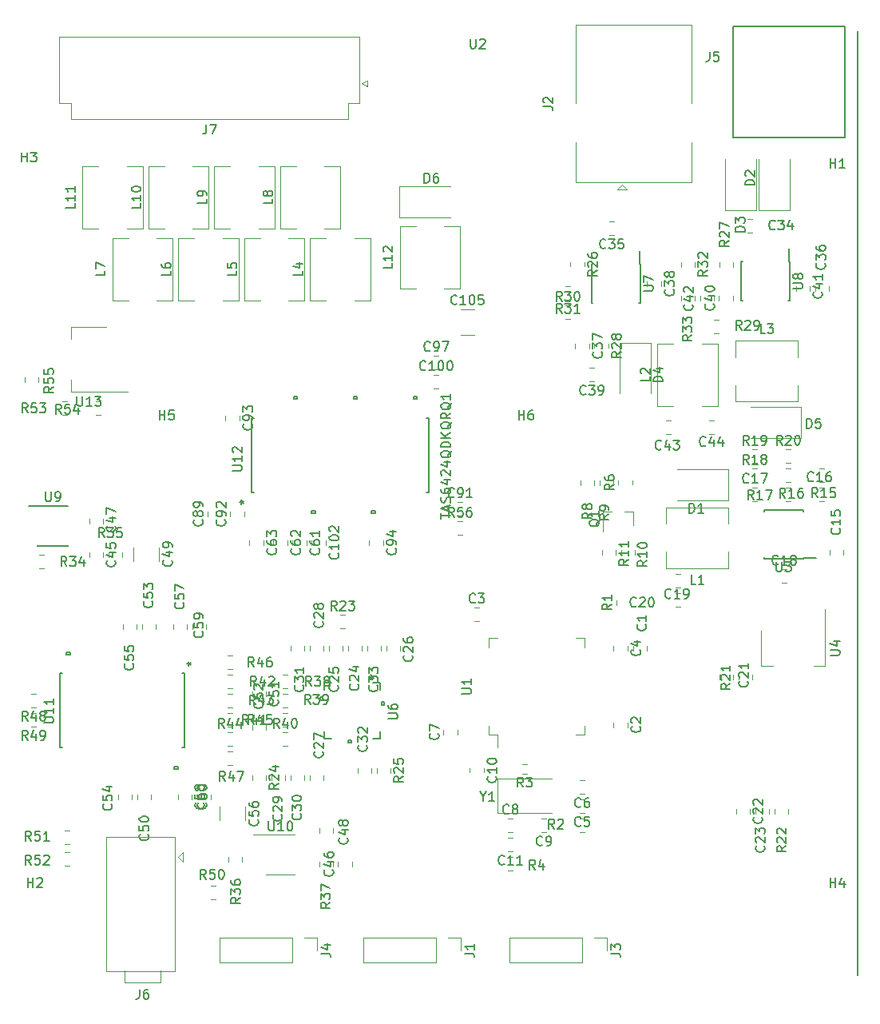
<source format=gbr>
G04 #@! TF.GenerationSoftware,KiCad,Pcbnew,5.1.9*
G04 #@! TF.CreationDate,2021-03-28T19:34:58+08:00*
G04 #@! TF.ProjectId,digital-amplifier2,64696769-7461-46c2-9d61-6d706c696669,rev?*
G04 #@! TF.SameCoordinates,Original*
G04 #@! TF.FileFunction,Legend,Top*
G04 #@! TF.FilePolarity,Positive*
%FSLAX46Y46*%
G04 Gerber Fmt 4.6, Leading zero omitted, Abs format (unit mm)*
G04 Created by KiCad (PCBNEW 5.1.9) date 2021-03-28 19:34:58*
%MOMM*%
%LPD*%
G01*
G04 APERTURE LIST*
%ADD10C,0.200000*%
%ADD11C,0.120000*%
%ADD12C,0.150000*%
%ADD13C,0.152400*%
G04 APERTURE END LIST*
D10*
X142000000Y-50000000D02*
X142000000Y-150000000D01*
D11*
X108973252Y-133377000D02*
X108450748Y-133377000D01*
X108973252Y-134847000D02*
X108450748Y-134847000D01*
X104894748Y-134847000D02*
X105417252Y-134847000D01*
X104894748Y-133377000D02*
X105417252Y-133377000D01*
X99541000Y-124467252D02*
X99541000Y-123944748D01*
X98071000Y-124467252D02*
X98071000Y-123944748D01*
X116105000Y-115054748D02*
X116105000Y-115577252D01*
X117575000Y-115054748D02*
X117575000Y-115577252D01*
X101338748Y-112495000D02*
X101861252Y-112495000D01*
X101338748Y-111025000D02*
X101861252Y-111025000D01*
X116105000Y-123182748D02*
X116105000Y-123705252D01*
X117575000Y-123182748D02*
X117575000Y-123705252D01*
D12*
X118907000Y-74633000D02*
X118857000Y-74633000D01*
X118907000Y-78783000D02*
X118762000Y-78783000D01*
X113757000Y-78783000D02*
X113902000Y-78783000D01*
X113757000Y-74633000D02*
X113902000Y-74633000D01*
X118907000Y-74633000D02*
X118907000Y-78783000D01*
X113757000Y-74633000D02*
X113757000Y-78783000D01*
X118857000Y-74633000D02*
X118857000Y-73233000D01*
D11*
X111479064Y-78459000D02*
X111024936Y-78459000D01*
X111479064Y-76989000D02*
X111024936Y-76989000D01*
X111024936Y-79021000D02*
X111479064Y-79021000D01*
X111024936Y-80491000D02*
X111479064Y-80491000D01*
X115543000Y-83084936D02*
X115543000Y-83539064D01*
X114073000Y-83084936D02*
X114073000Y-83539064D01*
X113003000Y-74448936D02*
X113003000Y-74903064D01*
X111533000Y-74448936D02*
X111533000Y-74903064D01*
X135634000Y-87479000D02*
X135634000Y-89179000D01*
X135634000Y-89179000D02*
X129034000Y-89179000D01*
X129034000Y-89179000D02*
X129034000Y-87479000D01*
X129034000Y-84479000D02*
X129034000Y-82779000D01*
X129034000Y-82779000D02*
X135634000Y-82779000D01*
X135634000Y-82779000D02*
X135634000Y-84479000D01*
X125452000Y-83060000D02*
X127152000Y-83060000D01*
X127152000Y-83060000D02*
X127152000Y-89660000D01*
X127152000Y-89660000D02*
X125452000Y-89660000D01*
X122452000Y-89660000D02*
X120752000Y-89660000D01*
X120752000Y-89660000D02*
X120752000Y-83060000D01*
X120752000Y-83060000D02*
X122452000Y-83060000D01*
X69607000Y-146714000D02*
X69607000Y-149514000D01*
X62307000Y-146714000D02*
X62307000Y-149514000D01*
X62307000Y-146714000D02*
X62307000Y-135314000D01*
X62307000Y-149514000D02*
X69607000Y-149514000D01*
X62307000Y-135314000D02*
X63407000Y-135314000D01*
X69607000Y-135314000D02*
X63407000Y-135314000D01*
X69607000Y-146714000D02*
X69607000Y-135314000D01*
X69907000Y-137414000D02*
X70407000Y-137914000D01*
X70407000Y-137914000D02*
X70407000Y-136914000D01*
X70407000Y-136914000D02*
X69907000Y-137414000D01*
X68072000Y-149479000D02*
X68072000Y-150749000D01*
X68072000Y-150749000D02*
X64262000Y-150749000D01*
X64262000Y-150749000D02*
X64262000Y-149479000D01*
X120014000Y-82960000D02*
X116714000Y-82960000D01*
X116714000Y-82960000D02*
X116714000Y-88360000D01*
X120014000Y-82960000D02*
X120014000Y-88360000D01*
X114053252Y-87095000D02*
X113530748Y-87095000D01*
X114053252Y-85625000D02*
X113530748Y-85625000D01*
X121131000Y-76446748D02*
X121131000Y-76969252D01*
X119661000Y-76446748D02*
X119661000Y-76969252D01*
X113511000Y-83050748D02*
X113511000Y-83573252D01*
X112041000Y-83050748D02*
X112041000Y-83573252D01*
X116151252Y-71601000D02*
X115628748Y-71601000D01*
X116151252Y-70131000D02*
X115628748Y-70131000D01*
X58542000Y-81299000D02*
X58542000Y-82559000D01*
X58542000Y-88119000D02*
X58542000Y-86859000D01*
X62302000Y-81299000D02*
X58542000Y-81299000D01*
X64552000Y-88119000D02*
X58542000Y-88119000D01*
D13*
X96519002Y-98791001D02*
X96519002Y-90946999D01*
X96519002Y-90946999D02*
X96237240Y-90946999D01*
X77724998Y-90946999D02*
X77724998Y-98791001D01*
X77724998Y-98791001D02*
X78006760Y-98791001D01*
X96237240Y-98791001D02*
X96519002Y-98791001D01*
X78006760Y-90946999D02*
X77724998Y-90946999D01*
X84074000Y-101062000D02*
X84455000Y-101062000D01*
X84455000Y-101062000D02*
X84455000Y-100808000D01*
X84455000Y-100808000D02*
X84074000Y-100808000D01*
X84074000Y-100808000D02*
X84074000Y-101062000D01*
X90424000Y-101062000D02*
X90805000Y-101062000D01*
X90805000Y-101062000D02*
X90805000Y-100808000D01*
X90805000Y-100808000D02*
X90424000Y-100808000D01*
X90424000Y-100808000D02*
X90424000Y-101062000D01*
X94869000Y-88676000D02*
X95250000Y-88676000D01*
X95250000Y-88676000D02*
X95250000Y-88930000D01*
X95250000Y-88930000D02*
X94869000Y-88930000D01*
X94869000Y-88930000D02*
X94869000Y-88676000D01*
X88519000Y-88676000D02*
X88900000Y-88676000D01*
X88900000Y-88676000D02*
X88900000Y-88930000D01*
X88900000Y-88930000D02*
X88519000Y-88930000D01*
X88519000Y-88930000D02*
X88519000Y-88676000D01*
X82169000Y-88676000D02*
X82550000Y-88676000D01*
X82550000Y-88676000D02*
X82550000Y-88930000D01*
X82550000Y-88930000D02*
X82169000Y-88930000D01*
X82169000Y-88930000D02*
X82169000Y-88676000D01*
X57404000Y-117995700D02*
X57404000Y-125844300D01*
X57404000Y-125844300D02*
X57681260Y-125844300D01*
X70612000Y-125844300D02*
X70612000Y-117995700D01*
X70612000Y-117995700D02*
X70334740Y-117995700D01*
X57681260Y-117995700D02*
X57404000Y-117995700D01*
X70334740Y-125844300D02*
X70612000Y-125844300D01*
X58483500Y-115740701D02*
X58102500Y-115740701D01*
X58102500Y-115740701D02*
X58102500Y-115994701D01*
X58102500Y-115994701D02*
X58483500Y-115994701D01*
X58483500Y-115994701D02*
X58483500Y-115740701D01*
X69913500Y-128099299D02*
X69532500Y-128099299D01*
X69532500Y-128099299D02*
X69532500Y-127845299D01*
X69532500Y-127845299D02*
X69913500Y-127845299D01*
X69913500Y-127845299D02*
X69913500Y-128099299D01*
D11*
X80772000Y-139270000D02*
X82272000Y-139270000D01*
X80772000Y-139270000D02*
X79272000Y-139270000D01*
X80772000Y-135050000D02*
X82272000Y-135050000D01*
X80772000Y-135050000D02*
X77897000Y-135050000D01*
D12*
X134782000Y-74379000D02*
X134732000Y-74379000D01*
X134782000Y-78529000D02*
X134637000Y-78529000D01*
X129632000Y-78529000D02*
X129777000Y-78529000D01*
X129632000Y-74379000D02*
X129777000Y-74379000D01*
X134782000Y-74379000D02*
X134782000Y-78529000D01*
X129632000Y-74379000D02*
X129632000Y-78529000D01*
X134732000Y-74379000D02*
X134732000Y-72979000D01*
D13*
X85435999Y-118963999D02*
X85435999Y-119701566D01*
X85435999Y-124876001D02*
X86174008Y-124876001D01*
X91348001Y-124876001D02*
X91348001Y-124138434D01*
X91348001Y-118963999D02*
X90609992Y-118963999D01*
X86174008Y-118963999D02*
X85435999Y-118963999D01*
X85435999Y-124138434D02*
X85435999Y-124876001D01*
X90609992Y-124876001D02*
X91348001Y-124876001D01*
X91348001Y-119701566D02*
X91348001Y-118963999D01*
X85238001Y-120479185D02*
X84984001Y-120479185D01*
X84984001Y-120479185D02*
X84984001Y-120860185D01*
X84984001Y-120860185D02*
X85238001Y-120860185D01*
X85238001Y-120860185D02*
X85238001Y-120479185D01*
X88332501Y-125327999D02*
X87951500Y-125327999D01*
X87951500Y-125327999D02*
X87951500Y-125073999D01*
X87951500Y-125073999D02*
X88332501Y-125073999D01*
X88332501Y-125073999D02*
X88332501Y-125327999D01*
X91545999Y-120979311D02*
X91799999Y-120979311D01*
X91799999Y-120979311D02*
X91799999Y-121360311D01*
X91799999Y-121360311D02*
X91545999Y-121360311D01*
X91545999Y-121360311D02*
X91545999Y-120979311D01*
D11*
X113060000Y-115220000D02*
X113060000Y-114270000D01*
X113060000Y-114270000D02*
X112110000Y-114270000D01*
X113060000Y-123540000D02*
X113060000Y-124490000D01*
X113060000Y-124490000D02*
X112110000Y-124490000D01*
X102840000Y-115220000D02*
X102840000Y-114270000D01*
X102840000Y-114270000D02*
X103790000Y-114270000D01*
X102840000Y-123540000D02*
X102840000Y-124490000D01*
X102840000Y-124490000D02*
X103790000Y-124490000D01*
X103790000Y-124490000D02*
X103790000Y-125830000D01*
X116613000Y-98017064D02*
X116613000Y-97562936D01*
X118083000Y-98017064D02*
X118083000Y-97562936D01*
X106917258Y-128665500D02*
X106442742Y-128665500D01*
X106917258Y-127620500D02*
X106442742Y-127620500D01*
X98147000Y-70614000D02*
X99847000Y-70614000D01*
X99847000Y-70614000D02*
X99847000Y-77214000D01*
X99847000Y-77214000D02*
X98147000Y-77214000D01*
X95147000Y-77214000D02*
X93447000Y-77214000D01*
X93447000Y-77214000D02*
X93447000Y-70614000D01*
X93447000Y-70614000D02*
X95147000Y-70614000D01*
X64492000Y-64264000D02*
X66192000Y-64264000D01*
X66192000Y-64264000D02*
X66192000Y-70864000D01*
X66192000Y-70864000D02*
X64492000Y-70864000D01*
X61492000Y-70864000D02*
X59792000Y-70864000D01*
X59792000Y-70864000D02*
X59792000Y-64264000D01*
X59792000Y-64264000D02*
X61492000Y-64264000D01*
X71477000Y-64264000D02*
X73177000Y-64264000D01*
X73177000Y-64264000D02*
X73177000Y-70864000D01*
X73177000Y-70864000D02*
X71477000Y-70864000D01*
X68477000Y-70864000D02*
X66777000Y-70864000D01*
X66777000Y-70864000D02*
X66777000Y-64264000D01*
X66777000Y-64264000D02*
X68477000Y-64264000D01*
X78462000Y-64264000D02*
X80162000Y-64264000D01*
X80162000Y-64264000D02*
X80162000Y-70864000D01*
X80162000Y-70864000D02*
X78462000Y-70864000D01*
X75462000Y-70864000D02*
X73762000Y-70864000D01*
X73762000Y-70864000D02*
X73762000Y-64264000D01*
X73762000Y-64264000D02*
X75462000Y-64264000D01*
X85447000Y-64264000D02*
X87147000Y-64264000D01*
X87147000Y-64264000D02*
X87147000Y-70864000D01*
X87147000Y-70864000D02*
X85447000Y-70864000D01*
X82447000Y-70864000D02*
X80747000Y-70864000D01*
X80747000Y-70864000D02*
X80747000Y-64264000D01*
X80747000Y-64264000D02*
X82447000Y-64264000D01*
X67667000Y-71884000D02*
X69367000Y-71884000D01*
X69367000Y-71884000D02*
X69367000Y-78484000D01*
X69367000Y-78484000D02*
X67667000Y-78484000D01*
X64667000Y-78484000D02*
X62967000Y-78484000D01*
X62967000Y-78484000D02*
X62967000Y-71884000D01*
X62967000Y-71884000D02*
X64667000Y-71884000D01*
X74652000Y-71884000D02*
X76352000Y-71884000D01*
X76352000Y-71884000D02*
X76352000Y-78484000D01*
X76352000Y-78484000D02*
X74652000Y-78484000D01*
X71652000Y-78484000D02*
X69952000Y-78484000D01*
X69952000Y-78484000D02*
X69952000Y-71884000D01*
X69952000Y-71884000D02*
X71652000Y-71884000D01*
X81637000Y-71884000D02*
X83337000Y-71884000D01*
X83337000Y-71884000D02*
X83337000Y-78484000D01*
X83337000Y-78484000D02*
X81637000Y-78484000D01*
X78637000Y-78484000D02*
X76937000Y-78484000D01*
X76937000Y-78484000D02*
X76937000Y-71884000D01*
X76937000Y-71884000D02*
X78637000Y-71884000D01*
X88622000Y-71884000D02*
X90322000Y-71884000D01*
X90322000Y-71884000D02*
X90322000Y-78484000D01*
X90322000Y-78484000D02*
X88622000Y-78484000D01*
X85622000Y-78484000D02*
X83922000Y-78484000D01*
X83922000Y-78484000D02*
X83922000Y-71884000D01*
X83922000Y-71884000D02*
X85622000Y-71884000D01*
X121668000Y-102132000D02*
X121668000Y-100432000D01*
X121668000Y-100432000D02*
X128268000Y-100432000D01*
X128268000Y-100432000D02*
X128268000Y-102132000D01*
X128268000Y-105132000D02*
X128268000Y-106832000D01*
X128268000Y-106832000D02*
X121668000Y-106832000D01*
X121668000Y-106832000D02*
X121668000Y-105132000D01*
X89182000Y-50589000D02*
X89182000Y-57609000D01*
X89182000Y-57609000D02*
X87982000Y-57609000D01*
X87982000Y-57609000D02*
X87982000Y-59309000D01*
X87982000Y-59309000D02*
X58542000Y-59309000D01*
X58542000Y-59309000D02*
X58542000Y-57609000D01*
X58542000Y-57609000D02*
X57342000Y-57609000D01*
X57342000Y-57609000D02*
X57342000Y-50589000D01*
X57342000Y-50589000D02*
X89182000Y-50589000D01*
X89382000Y-55499000D02*
X89982000Y-55199000D01*
X89982000Y-55199000D02*
X89982000Y-55799000D01*
X89982000Y-55799000D02*
X89382000Y-55499000D01*
X74362000Y-145990000D02*
X74362000Y-148650000D01*
X82042000Y-145990000D02*
X74362000Y-145990000D01*
X82042000Y-148650000D02*
X74362000Y-148650000D01*
X82042000Y-145990000D02*
X82042000Y-148650000D01*
X83312000Y-145990000D02*
X84642000Y-145990000D01*
X84642000Y-145990000D02*
X84642000Y-147320000D01*
X105096000Y-145990000D02*
X105096000Y-148650000D01*
X112776000Y-145990000D02*
X105096000Y-145990000D01*
X112776000Y-148650000D02*
X105096000Y-148650000D01*
X112776000Y-145990000D02*
X112776000Y-148650000D01*
X114046000Y-145990000D02*
X115376000Y-145990000D01*
X115376000Y-145990000D02*
X115376000Y-147320000D01*
X112057000Y-61729000D02*
X112057000Y-65989000D01*
X112057000Y-65989000D02*
X124377000Y-65989000D01*
X124377000Y-65989000D02*
X124377000Y-61729000D01*
X112057000Y-57629000D02*
X112057000Y-49269000D01*
X112057000Y-49269000D02*
X124377000Y-49269000D01*
X124377000Y-49269000D02*
X124377000Y-57629000D01*
X116967000Y-66209000D02*
X116467000Y-66709000D01*
X116467000Y-66709000D02*
X117467000Y-66709000D01*
X117467000Y-66709000D02*
X116967000Y-66209000D01*
X89602000Y-145990000D02*
X89602000Y-148650000D01*
X97282000Y-145990000D02*
X89602000Y-145990000D01*
X97282000Y-148650000D02*
X89602000Y-148650000D01*
X97282000Y-145990000D02*
X97282000Y-148650000D01*
X98552000Y-145990000D02*
X99882000Y-145990000D01*
X99882000Y-145990000D02*
X99882000Y-147320000D01*
X93374000Y-66422000D02*
X93374000Y-69722000D01*
X93374000Y-69722000D02*
X98774000Y-69722000D01*
X93374000Y-66422000D02*
X98774000Y-66422000D01*
X78967000Y-103878748D02*
X78967000Y-104401252D01*
X77497000Y-103878748D02*
X77497000Y-104401252D01*
X99872748Y-79412000D02*
X101295252Y-79412000D01*
X99872748Y-82132000D02*
X101295252Y-82132000D01*
X85571000Y-103878748D02*
X85571000Y-104401252D01*
X84101000Y-103878748D02*
X84101000Y-104401252D01*
X97020748Y-86387000D02*
X97543252Y-86387000D01*
X97020748Y-87857000D02*
X97543252Y-87857000D01*
X97020748Y-84355000D02*
X97543252Y-84355000D01*
X97020748Y-85825000D02*
X97543252Y-85825000D01*
X91667000Y-103878748D02*
X91667000Y-104401252D01*
X90197000Y-103878748D02*
X90197000Y-104401252D01*
X76427000Y-90670748D02*
X76427000Y-91193252D01*
X74957000Y-90670748D02*
X74957000Y-91193252D01*
X75465000Y-101353252D02*
X75465000Y-100830748D01*
X76935000Y-101353252D02*
X76935000Y-100830748D01*
X99560748Y-99849000D02*
X100083252Y-99849000D01*
X99560748Y-101319000D02*
X100083252Y-101319000D01*
X73052000Y-101353252D02*
X73052000Y-100830748D01*
X74522000Y-101353252D02*
X74522000Y-100830748D01*
X81507000Y-103878748D02*
X81507000Y-104401252D01*
X80037000Y-103878748D02*
X80037000Y-104401252D01*
X83539000Y-103878748D02*
X83539000Y-104401252D01*
X82069000Y-103878748D02*
X82069000Y-104401252D01*
X77052000Y-132130748D02*
X77052000Y-133553252D01*
X74332000Y-132130748D02*
X74332000Y-133553252D01*
X67908000Y-104649748D02*
X67908000Y-106072252D01*
X65188000Y-104649748D02*
X65188000Y-106072252D01*
X86895000Y-138437252D02*
X86895000Y-137914748D01*
X88365000Y-138437252D02*
X88365000Y-137914748D01*
X127281000Y-78493252D02*
X127281000Y-77970748D01*
X128751000Y-78493252D02*
X128751000Y-77970748D01*
X130802748Y-98325000D02*
X131325252Y-98325000D01*
X130802748Y-99795000D02*
X131325252Y-99795000D01*
X105417252Y-136879000D02*
X104894748Y-136879000D01*
X105417252Y-135409000D02*
X104894748Y-135409000D01*
X102335000Y-128042936D02*
X102335000Y-128497064D01*
X100865000Y-128042936D02*
X100865000Y-128497064D01*
X113037252Y-130783000D02*
X112514748Y-130783000D01*
X113037252Y-129313000D02*
X112514748Y-129313000D01*
D12*
X128778000Y-49448720D02*
X128780540Y-49446180D01*
X140627100Y-49446180D02*
X128780540Y-49446180D01*
X140627100Y-61203840D02*
X140627100Y-49446180D01*
X128770380Y-61203840D02*
X140627100Y-61203840D01*
X128770380Y-49441100D02*
X128770380Y-61203840D01*
D11*
X122677422Y-108914000D02*
X123194578Y-108914000D01*
X122677422Y-107494000D02*
X123194578Y-107494000D01*
X87936000Y-115574578D02*
X87936000Y-115057422D01*
X89356000Y-115574578D02*
X89356000Y-115057422D01*
X79808000Y-128773422D02*
X79808000Y-129290578D01*
X81228000Y-128773422D02*
X81228000Y-129290578D01*
X83260000Y-128773422D02*
X83260000Y-129290578D01*
X81840000Y-128773422D02*
X81840000Y-129290578D01*
X83260000Y-115574578D02*
X83260000Y-115057422D01*
X81840000Y-115574578D02*
X81840000Y-115057422D01*
X61924000Y-105151422D02*
X61924000Y-105668578D01*
X60504000Y-105151422D02*
X60504000Y-105668578D01*
X88952000Y-128011422D02*
X88952000Y-128528578D01*
X90372000Y-128011422D02*
X90372000Y-128528578D01*
X79196000Y-123439422D02*
X79196000Y-123956578D01*
X77776000Y-123439422D02*
X77776000Y-123956578D01*
X67512000Y-113288578D02*
X67512000Y-112771422D01*
X66092000Y-113288578D02*
X66092000Y-112771422D01*
X64972000Y-130805422D02*
X64972000Y-131322578D01*
X63552000Y-130805422D02*
X63552000Y-131322578D01*
X65480000Y-113288578D02*
X65480000Y-112771422D01*
X64060000Y-113288578D02*
X64060000Y-112771422D01*
X70814000Y-113288578D02*
X70814000Y-112771422D01*
X69394000Y-113288578D02*
X69394000Y-112771422D01*
X71322000Y-130805422D02*
X71322000Y-131322578D01*
X69902000Y-130805422D02*
X69902000Y-131322578D01*
X72846000Y-113288578D02*
X72846000Y-112771422D01*
X71426000Y-113288578D02*
X71426000Y-112771422D01*
X73354000Y-130805422D02*
X73354000Y-131322578D01*
X71934000Y-130805422D02*
X71934000Y-131322578D01*
D12*
X58267000Y-100237000D02*
X58267000Y-100302000D01*
X58267000Y-104487000D02*
X58267000Y-104422000D01*
X55017000Y-104487000D02*
X55017000Y-104422000D01*
X55017000Y-100237000D02*
X58267000Y-100237000D01*
X55017000Y-104487000D02*
X58267000Y-104487000D01*
X55017000Y-100237000D02*
X54092000Y-100237000D01*
D11*
X127258578Y-81990000D02*
X126741422Y-81990000D01*
X127258578Y-80570000D02*
X126741422Y-80570000D01*
X55191922Y-106882000D02*
X55709078Y-106882000D01*
X55191922Y-105462000D02*
X55709078Y-105462000D01*
X124662000Y-77973422D02*
X124662000Y-78490578D01*
X123242000Y-77973422D02*
X123242000Y-78490578D01*
X123242000Y-74417422D02*
X123242000Y-74934578D01*
X124662000Y-74417422D02*
X124662000Y-74934578D01*
X128726000Y-74417422D02*
X128726000Y-74934578D01*
X127306000Y-74417422D02*
X127306000Y-74934578D01*
X54868578Y-122226000D02*
X54351422Y-122226000D01*
X54868578Y-123646000D02*
X54351422Y-123646000D01*
X75179422Y-124258000D02*
X75696578Y-124258000D01*
X75179422Y-125678000D02*
X75696578Y-125678000D01*
X75179422Y-123646000D02*
X75696578Y-123646000D01*
X75179422Y-122226000D02*
X75696578Y-122226000D01*
X75179422Y-116130000D02*
X75696578Y-116130000D01*
X75179422Y-117550000D02*
X75696578Y-117550000D01*
X75179422Y-127710000D02*
X75696578Y-127710000D01*
X75179422Y-126290000D02*
X75696578Y-126290000D01*
X54868578Y-121614000D02*
X54351422Y-121614000D01*
X54868578Y-120194000D02*
X54351422Y-120194000D01*
X73918578Y-140514000D02*
X73401422Y-140514000D01*
X73918578Y-141934000D02*
X73401422Y-141934000D01*
X57907422Y-134672000D02*
X58424578Y-134672000D01*
X57907422Y-136092000D02*
X58424578Y-136092000D01*
X55066000Y-87126578D02*
X55066000Y-86609422D01*
X53646000Y-87126578D02*
X53646000Y-86609422D01*
X99563422Y-101906000D02*
X100080578Y-101906000D01*
X99563422Y-103326000D02*
X100080578Y-103326000D01*
X61209422Y-90626000D02*
X61726578Y-90626000D01*
X61209422Y-89206000D02*
X61726578Y-89206000D01*
X57653422Y-89206000D02*
X58170578Y-89206000D01*
X57653422Y-90626000D02*
X58170578Y-90626000D01*
X112517422Y-134822000D02*
X113034578Y-134822000D01*
X112517422Y-133402000D02*
X113034578Y-133402000D01*
X57907422Y-136958000D02*
X58424578Y-136958000D01*
X57907422Y-138378000D02*
X58424578Y-138378000D01*
X134878578Y-98350000D02*
X134361422Y-98350000D01*
X134878578Y-99770000D02*
X134361422Y-99770000D01*
X75179422Y-120194000D02*
X75696578Y-120194000D01*
X75179422Y-121614000D02*
X75696578Y-121614000D01*
X125274000Y-78490578D02*
X125274000Y-77973422D01*
X126694000Y-78490578D02*
X126694000Y-77973422D01*
X135434000Y-77474578D02*
X135434000Y-76957422D01*
X136854000Y-77474578D02*
X136854000Y-76957422D01*
X137466000Y-76957422D02*
X137466000Y-77474578D01*
X138886000Y-76957422D02*
X138886000Y-77474578D01*
X130814578Y-71322000D02*
X130297422Y-71322000D01*
X130814578Y-69902000D02*
X130297422Y-69902000D01*
X91388000Y-115574578D02*
X91388000Y-115057422D01*
X89968000Y-115574578D02*
X89968000Y-115057422D01*
X122178578Y-92658000D02*
X121661422Y-92658000D01*
X122178578Y-91238000D02*
X121661422Y-91238000D01*
X77776000Y-119883422D02*
X77776000Y-120400578D01*
X79196000Y-119883422D02*
X79196000Y-120400578D01*
X67004000Y-130805422D02*
X67004000Y-131322578D01*
X65584000Y-130805422D02*
X65584000Y-131322578D01*
X84888000Y-134878578D02*
X84888000Y-134361422D01*
X86308000Y-134878578D02*
X86308000Y-134361422D01*
X60504000Y-101595422D02*
X60504000Y-102112578D01*
X61924000Y-101595422D02*
X61924000Y-102112578D01*
X126233422Y-91238000D02*
X126750578Y-91238000D01*
X126233422Y-92658000D02*
X126750578Y-92658000D01*
X131446000Y-68932000D02*
X134746000Y-68932000D01*
X134746000Y-68932000D02*
X134746000Y-63532000D01*
X131446000Y-68932000D02*
X131446000Y-63532000D01*
X76656000Y-137926578D02*
X76656000Y-137409422D01*
X75236000Y-137926578D02*
X75236000Y-137409422D01*
X63956000Y-105151422D02*
X63956000Y-105668578D01*
X62536000Y-105151422D02*
X62536000Y-105668578D01*
X86308000Y-138434578D02*
X86308000Y-137917422D01*
X84888000Y-138434578D02*
X84888000Y-137917422D01*
X81021422Y-118162000D02*
X81538578Y-118162000D01*
X81021422Y-119582000D02*
X81538578Y-119582000D01*
X81021422Y-121614000D02*
X81538578Y-121614000D01*
X81021422Y-120194000D02*
X81538578Y-120194000D01*
X81021422Y-122226000D02*
X81538578Y-122226000D01*
X81021422Y-123646000D02*
X81538578Y-123646000D01*
X75179422Y-119582000D02*
X75696578Y-119582000D01*
X75179422Y-118162000D02*
X75696578Y-118162000D01*
X81021422Y-124258000D02*
X81538578Y-124258000D01*
X81021422Y-125678000D02*
X81538578Y-125678000D01*
X118166000Y-100840000D02*
X117236000Y-100840000D01*
X115006000Y-100840000D02*
X115936000Y-100840000D01*
X115006000Y-100840000D02*
X115006000Y-103000000D01*
X118166000Y-100840000D02*
X118166000Y-102300000D01*
X135988000Y-93090000D02*
X135988000Y-89790000D01*
X135988000Y-89790000D02*
X130588000Y-89790000D01*
X135988000Y-93090000D02*
X130588000Y-93090000D01*
X128241000Y-99694000D02*
X122841000Y-99694000D01*
X128241000Y-96394000D02*
X122841000Y-96394000D01*
X128241000Y-99694000D02*
X128241000Y-96394000D01*
X127890000Y-68932000D02*
X131190000Y-68932000D01*
X131190000Y-68932000D02*
X131190000Y-63532000D01*
X127890000Y-68932000D02*
X127890000Y-63532000D01*
X134361422Y-97738000D02*
X134878578Y-97738000D01*
X134361422Y-96318000D02*
X134878578Y-96318000D01*
X118162000Y-115574578D02*
X118162000Y-115057422D01*
X119582000Y-115574578D02*
X119582000Y-115057422D01*
X113034578Y-132790000D02*
X112517422Y-132790000D01*
X113034578Y-131370000D02*
X112517422Y-131370000D01*
X140410000Y-104897422D02*
X140410000Y-105414578D01*
X138990000Y-104897422D02*
X138990000Y-105414578D01*
X133931922Y-106986000D02*
X134449078Y-106986000D01*
X133931922Y-108406000D02*
X134449078Y-108406000D01*
X122677422Y-109526000D02*
X123194578Y-109526000D01*
X122677422Y-110946000D02*
X123194578Y-110946000D01*
X128726000Y-118622578D02*
X128726000Y-118105422D01*
X127306000Y-118622578D02*
X127306000Y-118105422D01*
X129084000Y-132329422D02*
X129084000Y-132846578D01*
X130504000Y-132329422D02*
X130504000Y-132846578D01*
X132536000Y-132329422D02*
X132536000Y-132846578D01*
X131116000Y-132329422D02*
X131116000Y-132846578D01*
X92000000Y-115574578D02*
X92000000Y-115057422D01*
X93420000Y-115574578D02*
X93420000Y-115057422D01*
X85292000Y-129290578D02*
X85292000Y-128773422D01*
X83872000Y-129290578D02*
X83872000Y-128773422D01*
X83872000Y-115574578D02*
X83872000Y-115057422D01*
X85292000Y-115574578D02*
X85292000Y-115057422D01*
X85904000Y-115574578D02*
X85904000Y-115057422D01*
X87324000Y-115574578D02*
X87324000Y-115057422D01*
X109557800Y-129137000D02*
X103807800Y-129137000D01*
X103807800Y-129137000D02*
X103807800Y-132737000D01*
X103807800Y-132737000D02*
X109557800Y-132737000D01*
D12*
X136187000Y-105776000D02*
X137587000Y-105776000D01*
X136187000Y-100676000D02*
X132037000Y-100676000D01*
X136187000Y-105826000D02*
X132037000Y-105826000D01*
X136187000Y-100676000D02*
X136187000Y-100821000D01*
X132037000Y-100676000D02*
X132037000Y-100821000D01*
X132037000Y-105826000D02*
X132037000Y-105681000D01*
X136187000Y-105826000D02*
X136187000Y-105776000D01*
D11*
X131718000Y-117226000D02*
X132978000Y-117226000D01*
X138538000Y-117226000D02*
X137278000Y-117226000D01*
X131718000Y-113466000D02*
X131718000Y-117226000D01*
X138538000Y-111216000D02*
X138538000Y-117226000D01*
X134361422Y-94286000D02*
X134878578Y-94286000D01*
X134361422Y-95706000D02*
X134878578Y-95706000D01*
X137917422Y-96318000D02*
X138434578Y-96318000D01*
X137917422Y-97738000D02*
X138434578Y-97738000D01*
X138434578Y-98350000D02*
X137917422Y-98350000D01*
X138434578Y-99770000D02*
X137917422Y-99770000D01*
X130805422Y-97738000D02*
X131322578Y-97738000D01*
X130805422Y-96318000D02*
X131322578Y-96318000D01*
X130805422Y-94286000D02*
X131322578Y-94286000D01*
X130805422Y-95706000D02*
X131322578Y-95706000D01*
X129338000Y-118622578D02*
X129338000Y-118105422D01*
X130758000Y-118622578D02*
X130758000Y-118105422D01*
X134568000Y-132846578D02*
X134568000Y-132329422D01*
X133148000Y-132846578D02*
X133148000Y-132329422D01*
X87117422Y-111812000D02*
X87634578Y-111812000D01*
X87117422Y-113232000D02*
X87634578Y-113232000D01*
X77776000Y-128773422D02*
X77776000Y-129290578D01*
X79196000Y-128773422D02*
X79196000Y-129290578D01*
X92404000Y-128011422D02*
X92404000Y-128528578D01*
X90984000Y-128011422D02*
X90984000Y-128528578D01*
X116280000Y-105414578D02*
X116280000Y-104897422D01*
X114860000Y-105414578D02*
X114860000Y-104897422D01*
X104897422Y-138886000D02*
X105414578Y-138886000D01*
X104897422Y-137466000D02*
X105414578Y-137466000D01*
X118312000Y-105414578D02*
X118312000Y-104897422D01*
X116892000Y-105414578D02*
X116892000Y-104897422D01*
X113994000Y-98048578D02*
X113994000Y-97531422D01*
X112574000Y-98048578D02*
X112574000Y-97531422D01*
X116026000Y-98048578D02*
X116026000Y-97531422D01*
X114606000Y-98048578D02*
X114606000Y-97531422D01*
X116384000Y-110748578D02*
X116384000Y-110231422D01*
X117804000Y-110748578D02*
X117804000Y-110231422D01*
D12*
X108545333Y-136149142D02*
X108497714Y-136196761D01*
X108354857Y-136244380D01*
X108259619Y-136244380D01*
X108116761Y-136196761D01*
X108021523Y-136101523D01*
X107973904Y-136006285D01*
X107926285Y-135815809D01*
X107926285Y-135672952D01*
X107973904Y-135482476D01*
X108021523Y-135387238D01*
X108116761Y-135292000D01*
X108259619Y-135244380D01*
X108354857Y-135244380D01*
X108497714Y-135292000D01*
X108545333Y-135339619D01*
X109021523Y-136244380D02*
X109212000Y-136244380D01*
X109307238Y-136196761D01*
X109354857Y-136149142D01*
X109450095Y-136006285D01*
X109497714Y-135815809D01*
X109497714Y-135434857D01*
X109450095Y-135339619D01*
X109402476Y-135292000D01*
X109307238Y-135244380D01*
X109116761Y-135244380D01*
X109021523Y-135292000D01*
X108973904Y-135339619D01*
X108926285Y-135434857D01*
X108926285Y-135672952D01*
X108973904Y-135768190D01*
X109021523Y-135815809D01*
X109116761Y-135863428D01*
X109307238Y-135863428D01*
X109402476Y-135815809D01*
X109450095Y-135768190D01*
X109497714Y-135672952D01*
X104989333Y-132789142D02*
X104941714Y-132836761D01*
X104798857Y-132884380D01*
X104703619Y-132884380D01*
X104560761Y-132836761D01*
X104465523Y-132741523D01*
X104417904Y-132646285D01*
X104370285Y-132455809D01*
X104370285Y-132312952D01*
X104417904Y-132122476D01*
X104465523Y-132027238D01*
X104560761Y-131932000D01*
X104703619Y-131884380D01*
X104798857Y-131884380D01*
X104941714Y-131932000D01*
X104989333Y-131979619D01*
X105560761Y-132312952D02*
X105465523Y-132265333D01*
X105417904Y-132217714D01*
X105370285Y-132122476D01*
X105370285Y-132074857D01*
X105417904Y-131979619D01*
X105465523Y-131932000D01*
X105560761Y-131884380D01*
X105751238Y-131884380D01*
X105846476Y-131932000D01*
X105894095Y-131979619D01*
X105941714Y-132074857D01*
X105941714Y-132122476D01*
X105894095Y-132217714D01*
X105846476Y-132265333D01*
X105751238Y-132312952D01*
X105560761Y-132312952D01*
X105465523Y-132360571D01*
X105417904Y-132408190D01*
X105370285Y-132503428D01*
X105370285Y-132693904D01*
X105417904Y-132789142D01*
X105465523Y-132836761D01*
X105560761Y-132884380D01*
X105751238Y-132884380D01*
X105846476Y-132836761D01*
X105894095Y-132789142D01*
X105941714Y-132693904D01*
X105941714Y-132503428D01*
X105894095Y-132408190D01*
X105846476Y-132360571D01*
X105751238Y-132312952D01*
X97483142Y-124372666D02*
X97530761Y-124420285D01*
X97578380Y-124563142D01*
X97578380Y-124658380D01*
X97530761Y-124801238D01*
X97435523Y-124896476D01*
X97340285Y-124944095D01*
X97149809Y-124991714D01*
X97006952Y-124991714D01*
X96816476Y-124944095D01*
X96721238Y-124896476D01*
X96626000Y-124801238D01*
X96578380Y-124658380D01*
X96578380Y-124563142D01*
X96626000Y-124420285D01*
X96673619Y-124372666D01*
X96578380Y-124039333D02*
X96578380Y-123372666D01*
X97578380Y-123801238D01*
X118877142Y-115482666D02*
X118924761Y-115530285D01*
X118972380Y-115673142D01*
X118972380Y-115768380D01*
X118924761Y-115911238D01*
X118829523Y-116006476D01*
X118734285Y-116054095D01*
X118543809Y-116101714D01*
X118400952Y-116101714D01*
X118210476Y-116054095D01*
X118115238Y-116006476D01*
X118020000Y-115911238D01*
X117972380Y-115768380D01*
X117972380Y-115673142D01*
X118020000Y-115530285D01*
X118067619Y-115482666D01*
X118305714Y-114625523D02*
X118972380Y-114625523D01*
X117924761Y-114863619D02*
X118639047Y-115101714D01*
X118639047Y-114482666D01*
X101433333Y-110437142D02*
X101385714Y-110484761D01*
X101242857Y-110532380D01*
X101147619Y-110532380D01*
X101004761Y-110484761D01*
X100909523Y-110389523D01*
X100861904Y-110294285D01*
X100814285Y-110103809D01*
X100814285Y-109960952D01*
X100861904Y-109770476D01*
X100909523Y-109675238D01*
X101004761Y-109580000D01*
X101147619Y-109532380D01*
X101242857Y-109532380D01*
X101385714Y-109580000D01*
X101433333Y-109627619D01*
X101766666Y-109532380D02*
X102385714Y-109532380D01*
X102052380Y-109913333D01*
X102195238Y-109913333D01*
X102290476Y-109960952D01*
X102338095Y-110008571D01*
X102385714Y-110103809D01*
X102385714Y-110341904D01*
X102338095Y-110437142D01*
X102290476Y-110484761D01*
X102195238Y-110532380D01*
X101909523Y-110532380D01*
X101814285Y-110484761D01*
X101766666Y-110437142D01*
X118877142Y-123610666D02*
X118924761Y-123658285D01*
X118972380Y-123801142D01*
X118972380Y-123896380D01*
X118924761Y-124039238D01*
X118829523Y-124134476D01*
X118734285Y-124182095D01*
X118543809Y-124229714D01*
X118400952Y-124229714D01*
X118210476Y-124182095D01*
X118115238Y-124134476D01*
X118020000Y-124039238D01*
X117972380Y-123896380D01*
X117972380Y-123801142D01*
X118020000Y-123658285D01*
X118067619Y-123610666D01*
X118067619Y-123229714D02*
X118020000Y-123182095D01*
X117972380Y-123086857D01*
X117972380Y-122848761D01*
X118020000Y-122753523D01*
X118067619Y-122705904D01*
X118162857Y-122658285D01*
X118258095Y-122658285D01*
X118400952Y-122705904D01*
X118972380Y-123277333D01*
X118972380Y-122658285D01*
X106045095Y-91121380D02*
X106045095Y-90121380D01*
X106045095Y-90597571D02*
X106616523Y-90597571D01*
X106616523Y-91121380D02*
X106616523Y-90121380D01*
X107521285Y-90121380D02*
X107330809Y-90121380D01*
X107235571Y-90169000D01*
X107187952Y-90216619D01*
X107092714Y-90359476D01*
X107045095Y-90549952D01*
X107045095Y-90930904D01*
X107092714Y-91026142D01*
X107140333Y-91073761D01*
X107235571Y-91121380D01*
X107426047Y-91121380D01*
X107521285Y-91073761D01*
X107568904Y-91026142D01*
X107616523Y-90930904D01*
X107616523Y-90692809D01*
X107568904Y-90597571D01*
X107521285Y-90549952D01*
X107426047Y-90502333D01*
X107235571Y-90502333D01*
X107140333Y-90549952D01*
X107092714Y-90597571D01*
X107045095Y-90692809D01*
X67945095Y-91121380D02*
X67945095Y-90121380D01*
X67945095Y-90597571D02*
X68516523Y-90597571D01*
X68516523Y-91121380D02*
X68516523Y-90121380D01*
X69468904Y-90121380D02*
X68992714Y-90121380D01*
X68945095Y-90597571D01*
X68992714Y-90549952D01*
X69087952Y-90502333D01*
X69326047Y-90502333D01*
X69421285Y-90549952D01*
X69468904Y-90597571D01*
X69516523Y-90692809D01*
X69516523Y-90930904D01*
X69468904Y-91026142D01*
X69421285Y-91073761D01*
X69326047Y-91121380D01*
X69087952Y-91121380D01*
X68992714Y-91073761D01*
X68945095Y-91026142D01*
X119284380Y-77469904D02*
X120093904Y-77469904D01*
X120189142Y-77422285D01*
X120236761Y-77374666D01*
X120284380Y-77279428D01*
X120284380Y-77088952D01*
X120236761Y-76993714D01*
X120189142Y-76946095D01*
X120093904Y-76898476D01*
X119284380Y-76898476D01*
X119284380Y-76517523D02*
X119284380Y-75850857D01*
X120284380Y-76279428D01*
X110609142Y-79826380D02*
X110275809Y-79350190D01*
X110037714Y-79826380D02*
X110037714Y-78826380D01*
X110418666Y-78826380D01*
X110513904Y-78874000D01*
X110561523Y-78921619D01*
X110609142Y-79016857D01*
X110609142Y-79159714D01*
X110561523Y-79254952D01*
X110513904Y-79302571D01*
X110418666Y-79350190D01*
X110037714Y-79350190D01*
X110942476Y-78826380D02*
X111561523Y-78826380D01*
X111228190Y-79207333D01*
X111371047Y-79207333D01*
X111466285Y-79254952D01*
X111513904Y-79302571D01*
X111561523Y-79397809D01*
X111561523Y-79635904D01*
X111513904Y-79731142D01*
X111466285Y-79778761D01*
X111371047Y-79826380D01*
X111085333Y-79826380D01*
X110990095Y-79778761D01*
X110942476Y-79731142D01*
X112513904Y-79826380D02*
X111942476Y-79826380D01*
X112228190Y-79826380D02*
X112228190Y-78826380D01*
X112132952Y-78969238D01*
X112037714Y-79064476D01*
X111942476Y-79112095D01*
X110609142Y-78558380D02*
X110275809Y-78082190D01*
X110037714Y-78558380D02*
X110037714Y-77558380D01*
X110418666Y-77558380D01*
X110513904Y-77606000D01*
X110561523Y-77653619D01*
X110609142Y-77748857D01*
X110609142Y-77891714D01*
X110561523Y-77986952D01*
X110513904Y-78034571D01*
X110418666Y-78082190D01*
X110037714Y-78082190D01*
X110942476Y-77558380D02*
X111561523Y-77558380D01*
X111228190Y-77939333D01*
X111371047Y-77939333D01*
X111466285Y-77986952D01*
X111513904Y-78034571D01*
X111561523Y-78129809D01*
X111561523Y-78367904D01*
X111513904Y-78463142D01*
X111466285Y-78510761D01*
X111371047Y-78558380D01*
X111085333Y-78558380D01*
X110990095Y-78510761D01*
X110942476Y-78463142D01*
X112180571Y-77558380D02*
X112275809Y-77558380D01*
X112371047Y-77606000D01*
X112418666Y-77653619D01*
X112466285Y-77748857D01*
X112513904Y-77939333D01*
X112513904Y-78177428D01*
X112466285Y-78367904D01*
X112418666Y-78463142D01*
X112371047Y-78510761D01*
X112275809Y-78558380D01*
X112180571Y-78558380D01*
X112085333Y-78510761D01*
X112037714Y-78463142D01*
X111990095Y-78367904D01*
X111942476Y-78177428D01*
X111942476Y-77939333D01*
X111990095Y-77748857D01*
X112037714Y-77653619D01*
X112085333Y-77606000D01*
X112180571Y-77558380D01*
X116910380Y-83954857D02*
X116434190Y-84288190D01*
X116910380Y-84526285D02*
X115910380Y-84526285D01*
X115910380Y-84145333D01*
X115958000Y-84050095D01*
X116005619Y-84002476D01*
X116100857Y-83954857D01*
X116243714Y-83954857D01*
X116338952Y-84002476D01*
X116386571Y-84050095D01*
X116434190Y-84145333D01*
X116434190Y-84526285D01*
X116005619Y-83573904D02*
X115958000Y-83526285D01*
X115910380Y-83431047D01*
X115910380Y-83192952D01*
X115958000Y-83097714D01*
X116005619Y-83050095D01*
X116100857Y-83002476D01*
X116196095Y-83002476D01*
X116338952Y-83050095D01*
X116910380Y-83621523D01*
X116910380Y-83002476D01*
X116338952Y-82431047D02*
X116291333Y-82526285D01*
X116243714Y-82573904D01*
X116148476Y-82621523D01*
X116100857Y-82621523D01*
X116005619Y-82573904D01*
X115958000Y-82526285D01*
X115910380Y-82431047D01*
X115910380Y-82240571D01*
X115958000Y-82145333D01*
X116005619Y-82097714D01*
X116100857Y-82050095D01*
X116148476Y-82050095D01*
X116243714Y-82097714D01*
X116291333Y-82145333D01*
X116338952Y-82240571D01*
X116338952Y-82431047D01*
X116386571Y-82526285D01*
X116434190Y-82573904D01*
X116529428Y-82621523D01*
X116719904Y-82621523D01*
X116815142Y-82573904D01*
X116862761Y-82526285D01*
X116910380Y-82431047D01*
X116910380Y-82240571D01*
X116862761Y-82145333D01*
X116815142Y-82097714D01*
X116719904Y-82050095D01*
X116529428Y-82050095D01*
X116434190Y-82097714D01*
X116386571Y-82145333D01*
X116338952Y-82240571D01*
X114370380Y-75318857D02*
X113894190Y-75652190D01*
X114370380Y-75890285D02*
X113370380Y-75890285D01*
X113370380Y-75509333D01*
X113418000Y-75414095D01*
X113465619Y-75366476D01*
X113560857Y-75318857D01*
X113703714Y-75318857D01*
X113798952Y-75366476D01*
X113846571Y-75414095D01*
X113894190Y-75509333D01*
X113894190Y-75890285D01*
X113465619Y-74937904D02*
X113418000Y-74890285D01*
X113370380Y-74795047D01*
X113370380Y-74556952D01*
X113418000Y-74461714D01*
X113465619Y-74414095D01*
X113560857Y-74366476D01*
X113656095Y-74366476D01*
X113798952Y-74414095D01*
X114370380Y-74985523D01*
X114370380Y-74366476D01*
X113370380Y-73509333D02*
X113370380Y-73699809D01*
X113418000Y-73795047D01*
X113465619Y-73842666D01*
X113608476Y-73937904D01*
X113798952Y-73985523D01*
X114179904Y-73985523D01*
X114275142Y-73937904D01*
X114322761Y-73890285D01*
X114370380Y-73795047D01*
X114370380Y-73604571D01*
X114322761Y-73509333D01*
X114275142Y-73461714D01*
X114179904Y-73414095D01*
X113941809Y-73414095D01*
X113846571Y-73461714D01*
X113798952Y-73509333D01*
X113751333Y-73604571D01*
X113751333Y-73795047D01*
X113798952Y-73890285D01*
X113846571Y-73937904D01*
X113941809Y-73985523D01*
X132167333Y-81981380D02*
X131691142Y-81981380D01*
X131691142Y-80981380D01*
X132405428Y-80981380D02*
X133024476Y-80981380D01*
X132691142Y-81362333D01*
X132834000Y-81362333D01*
X132929238Y-81409952D01*
X132976857Y-81457571D01*
X133024476Y-81552809D01*
X133024476Y-81790904D01*
X132976857Y-81886142D01*
X132929238Y-81933761D01*
X132834000Y-81981380D01*
X132548285Y-81981380D01*
X132453047Y-81933761D01*
X132405428Y-81886142D01*
X119954380Y-86526666D02*
X119954380Y-87002857D01*
X118954380Y-87002857D01*
X119049619Y-86240952D02*
X119002000Y-86193333D01*
X118954380Y-86098095D01*
X118954380Y-85860000D01*
X119002000Y-85764761D01*
X119049619Y-85717142D01*
X119144857Y-85669523D01*
X119240095Y-85669523D01*
X119382952Y-85717142D01*
X119954380Y-86288571D01*
X119954380Y-85669523D01*
X65833666Y-151471380D02*
X65833666Y-152185666D01*
X65786047Y-152328523D01*
X65690809Y-152423761D01*
X65547952Y-152471380D01*
X65452714Y-152471380D01*
X66738428Y-151471380D02*
X66547952Y-151471380D01*
X66452714Y-151519000D01*
X66405095Y-151566619D01*
X66309857Y-151709476D01*
X66262238Y-151899952D01*
X66262238Y-152280904D01*
X66309857Y-152376142D01*
X66357476Y-152423761D01*
X66452714Y-152471380D01*
X66643190Y-152471380D01*
X66738428Y-152423761D01*
X66786047Y-152376142D01*
X66833666Y-152280904D01*
X66833666Y-152042809D01*
X66786047Y-151947571D01*
X66738428Y-151899952D01*
X66643190Y-151852333D01*
X66452714Y-151852333D01*
X66357476Y-151899952D01*
X66309857Y-151947571D01*
X66262238Y-152042809D01*
X121316380Y-87098095D02*
X120316380Y-87098095D01*
X120316380Y-86860000D01*
X120364000Y-86717142D01*
X120459238Y-86621904D01*
X120554476Y-86574285D01*
X120744952Y-86526666D01*
X120887809Y-86526666D01*
X121078285Y-86574285D01*
X121173523Y-86621904D01*
X121268761Y-86717142D01*
X121316380Y-86860000D01*
X121316380Y-87098095D01*
X120649714Y-85669523D02*
X121316380Y-85669523D01*
X120268761Y-85907619D02*
X120983047Y-86145714D01*
X120983047Y-85526666D01*
X113149142Y-88397142D02*
X113101523Y-88444761D01*
X112958666Y-88492380D01*
X112863428Y-88492380D01*
X112720571Y-88444761D01*
X112625333Y-88349523D01*
X112577714Y-88254285D01*
X112530095Y-88063809D01*
X112530095Y-87920952D01*
X112577714Y-87730476D01*
X112625333Y-87635238D01*
X112720571Y-87540000D01*
X112863428Y-87492380D01*
X112958666Y-87492380D01*
X113101523Y-87540000D01*
X113149142Y-87587619D01*
X113482476Y-87492380D02*
X114101523Y-87492380D01*
X113768190Y-87873333D01*
X113911047Y-87873333D01*
X114006285Y-87920952D01*
X114053904Y-87968571D01*
X114101523Y-88063809D01*
X114101523Y-88301904D01*
X114053904Y-88397142D01*
X114006285Y-88444761D01*
X113911047Y-88492380D01*
X113625333Y-88492380D01*
X113530095Y-88444761D01*
X113482476Y-88397142D01*
X114577714Y-88492380D02*
X114768190Y-88492380D01*
X114863428Y-88444761D01*
X114911047Y-88397142D01*
X115006285Y-88254285D01*
X115053904Y-88063809D01*
X115053904Y-87682857D01*
X115006285Y-87587619D01*
X114958666Y-87540000D01*
X114863428Y-87492380D01*
X114672952Y-87492380D01*
X114577714Y-87540000D01*
X114530095Y-87587619D01*
X114482476Y-87682857D01*
X114482476Y-87920952D01*
X114530095Y-88016190D01*
X114577714Y-88063809D01*
X114672952Y-88111428D01*
X114863428Y-88111428D01*
X114958666Y-88063809D01*
X115006285Y-88016190D01*
X115053904Y-87920952D01*
X122433142Y-77350857D02*
X122480761Y-77398476D01*
X122528380Y-77541333D01*
X122528380Y-77636571D01*
X122480761Y-77779428D01*
X122385523Y-77874666D01*
X122290285Y-77922285D01*
X122099809Y-77969904D01*
X121956952Y-77969904D01*
X121766476Y-77922285D01*
X121671238Y-77874666D01*
X121576000Y-77779428D01*
X121528380Y-77636571D01*
X121528380Y-77541333D01*
X121576000Y-77398476D01*
X121623619Y-77350857D01*
X121528380Y-77017523D02*
X121528380Y-76398476D01*
X121909333Y-76731809D01*
X121909333Y-76588952D01*
X121956952Y-76493714D01*
X122004571Y-76446095D01*
X122099809Y-76398476D01*
X122337904Y-76398476D01*
X122433142Y-76446095D01*
X122480761Y-76493714D01*
X122528380Y-76588952D01*
X122528380Y-76874666D01*
X122480761Y-76969904D01*
X122433142Y-77017523D01*
X121956952Y-75827047D02*
X121909333Y-75922285D01*
X121861714Y-75969904D01*
X121766476Y-76017523D01*
X121718857Y-76017523D01*
X121623619Y-75969904D01*
X121576000Y-75922285D01*
X121528380Y-75827047D01*
X121528380Y-75636571D01*
X121576000Y-75541333D01*
X121623619Y-75493714D01*
X121718857Y-75446095D01*
X121766476Y-75446095D01*
X121861714Y-75493714D01*
X121909333Y-75541333D01*
X121956952Y-75636571D01*
X121956952Y-75827047D01*
X122004571Y-75922285D01*
X122052190Y-75969904D01*
X122147428Y-76017523D01*
X122337904Y-76017523D01*
X122433142Y-75969904D01*
X122480761Y-75922285D01*
X122528380Y-75827047D01*
X122528380Y-75636571D01*
X122480761Y-75541333D01*
X122433142Y-75493714D01*
X122337904Y-75446095D01*
X122147428Y-75446095D01*
X122052190Y-75493714D01*
X122004571Y-75541333D01*
X121956952Y-75636571D01*
X114813142Y-83954857D02*
X114860761Y-84002476D01*
X114908380Y-84145333D01*
X114908380Y-84240571D01*
X114860761Y-84383428D01*
X114765523Y-84478666D01*
X114670285Y-84526285D01*
X114479809Y-84573904D01*
X114336952Y-84573904D01*
X114146476Y-84526285D01*
X114051238Y-84478666D01*
X113956000Y-84383428D01*
X113908380Y-84240571D01*
X113908380Y-84145333D01*
X113956000Y-84002476D01*
X114003619Y-83954857D01*
X113908380Y-83621523D02*
X113908380Y-83002476D01*
X114289333Y-83335809D01*
X114289333Y-83192952D01*
X114336952Y-83097714D01*
X114384571Y-83050095D01*
X114479809Y-83002476D01*
X114717904Y-83002476D01*
X114813142Y-83050095D01*
X114860761Y-83097714D01*
X114908380Y-83192952D01*
X114908380Y-83478666D01*
X114860761Y-83573904D01*
X114813142Y-83621523D01*
X113908380Y-82669142D02*
X113908380Y-82002476D01*
X114908380Y-82431047D01*
X115247142Y-72903142D02*
X115199523Y-72950761D01*
X115056666Y-72998380D01*
X114961428Y-72998380D01*
X114818571Y-72950761D01*
X114723333Y-72855523D01*
X114675714Y-72760285D01*
X114628095Y-72569809D01*
X114628095Y-72426952D01*
X114675714Y-72236476D01*
X114723333Y-72141238D01*
X114818571Y-72046000D01*
X114961428Y-71998380D01*
X115056666Y-71998380D01*
X115199523Y-72046000D01*
X115247142Y-72093619D01*
X115580476Y-71998380D02*
X116199523Y-71998380D01*
X115866190Y-72379333D01*
X116009047Y-72379333D01*
X116104285Y-72426952D01*
X116151904Y-72474571D01*
X116199523Y-72569809D01*
X116199523Y-72807904D01*
X116151904Y-72903142D01*
X116104285Y-72950761D01*
X116009047Y-72998380D01*
X115723333Y-72998380D01*
X115628095Y-72950761D01*
X115580476Y-72903142D01*
X117104285Y-71998380D02*
X116628095Y-71998380D01*
X116580476Y-72474571D01*
X116628095Y-72426952D01*
X116723333Y-72379333D01*
X116961428Y-72379333D01*
X117056666Y-72426952D01*
X117104285Y-72474571D01*
X117151904Y-72569809D01*
X117151904Y-72807904D01*
X117104285Y-72903142D01*
X117056666Y-72950761D01*
X116961428Y-72998380D01*
X116723333Y-72998380D01*
X116628095Y-72950761D01*
X116580476Y-72903142D01*
X59213904Y-88661380D02*
X59213904Y-89470904D01*
X59261523Y-89566142D01*
X59309142Y-89613761D01*
X59404380Y-89661380D01*
X59594857Y-89661380D01*
X59690095Y-89613761D01*
X59737714Y-89566142D01*
X59785333Y-89470904D01*
X59785333Y-88661380D01*
X60785333Y-89661380D02*
X60213904Y-89661380D01*
X60499619Y-89661380D02*
X60499619Y-88661380D01*
X60404380Y-88804238D01*
X60309142Y-88899476D01*
X60213904Y-88947095D01*
X61118666Y-88661380D02*
X61737714Y-88661380D01*
X61404380Y-89042333D01*
X61547238Y-89042333D01*
X61642476Y-89089952D01*
X61690095Y-89137571D01*
X61737714Y-89232809D01*
X61737714Y-89470904D01*
X61690095Y-89566142D01*
X61642476Y-89613761D01*
X61547238Y-89661380D01*
X61261523Y-89661380D01*
X61166285Y-89613761D01*
X61118666Y-89566142D01*
X75685400Y-96538895D02*
X76494924Y-96538895D01*
X76590162Y-96491276D01*
X76637781Y-96443657D01*
X76685400Y-96348419D01*
X76685400Y-96157942D01*
X76637781Y-96062704D01*
X76590162Y-96015085D01*
X76494924Y-95967466D01*
X75685400Y-95967466D01*
X76685400Y-94967466D02*
X76685400Y-95538895D01*
X76685400Y-95253180D02*
X75685400Y-95253180D01*
X75828258Y-95348419D01*
X75923496Y-95443657D01*
X75971115Y-95538895D01*
X75780639Y-94586514D02*
X75733020Y-94538895D01*
X75685400Y-94443657D01*
X75685400Y-94205561D01*
X75733020Y-94110323D01*
X75780639Y-94062704D01*
X75875877Y-94015085D01*
X75971115Y-94015085D01*
X76113972Y-94062704D01*
X76685400Y-94634133D01*
X76685400Y-94015085D01*
X97811340Y-101600757D02*
X97811340Y-101029328D01*
X98811340Y-101315042D02*
X97811340Y-101315042D01*
X98525626Y-100743614D02*
X98525626Y-100267423D01*
X98811340Y-100838852D02*
X97811340Y-100505519D01*
X98811340Y-100172185D01*
X98763721Y-99886471D02*
X98811340Y-99743614D01*
X98811340Y-99505519D01*
X98763721Y-99410280D01*
X98716102Y-99362661D01*
X98620864Y-99315042D01*
X98525626Y-99315042D01*
X98430388Y-99362661D01*
X98382769Y-99410280D01*
X98335150Y-99505519D01*
X98287531Y-99695995D01*
X98239912Y-99791233D01*
X98192293Y-99838852D01*
X98097055Y-99886471D01*
X98001817Y-99886471D01*
X97906579Y-99838852D01*
X97858960Y-99791233D01*
X97811340Y-99695995D01*
X97811340Y-99457900D01*
X97858960Y-99315042D01*
X97811340Y-98457900D02*
X97811340Y-98648376D01*
X97858960Y-98743614D01*
X97906579Y-98791233D01*
X98049436Y-98886471D01*
X98239912Y-98934090D01*
X98620864Y-98934090D01*
X98716102Y-98886471D01*
X98763721Y-98838852D01*
X98811340Y-98743614D01*
X98811340Y-98553138D01*
X98763721Y-98457900D01*
X98716102Y-98410280D01*
X98620864Y-98362661D01*
X98382769Y-98362661D01*
X98287531Y-98410280D01*
X98239912Y-98457900D01*
X98192293Y-98553138D01*
X98192293Y-98743614D01*
X98239912Y-98838852D01*
X98287531Y-98886471D01*
X98382769Y-98934090D01*
X98144674Y-97505519D02*
X98811340Y-97505519D01*
X97763721Y-97743614D02*
X98478007Y-97981709D01*
X98478007Y-97362661D01*
X97906579Y-97029328D02*
X97858960Y-96981709D01*
X97811340Y-96886471D01*
X97811340Y-96648376D01*
X97858960Y-96553138D01*
X97906579Y-96505519D01*
X98001817Y-96457900D01*
X98097055Y-96457900D01*
X98239912Y-96505519D01*
X98811340Y-97076947D01*
X98811340Y-96457900D01*
X98144674Y-95600757D02*
X98811340Y-95600757D01*
X97763721Y-95838852D02*
X98478007Y-96076947D01*
X98478007Y-95457900D01*
X98906579Y-94410280D02*
X98858960Y-94505519D01*
X98763721Y-94600757D01*
X98620864Y-94743614D01*
X98573245Y-94838852D01*
X98573245Y-94934090D01*
X98811340Y-94886471D02*
X98763721Y-94981709D01*
X98668483Y-95076947D01*
X98478007Y-95124566D01*
X98144674Y-95124566D01*
X97954198Y-95076947D01*
X97858960Y-94981709D01*
X97811340Y-94886471D01*
X97811340Y-94695995D01*
X97858960Y-94600757D01*
X97954198Y-94505519D01*
X98144674Y-94457900D01*
X98478007Y-94457900D01*
X98668483Y-94505519D01*
X98763721Y-94600757D01*
X98811340Y-94695995D01*
X98811340Y-94886471D01*
X98811340Y-94029328D02*
X97811340Y-94029328D01*
X97811340Y-93791233D01*
X97858960Y-93648376D01*
X97954198Y-93553138D01*
X98049436Y-93505519D01*
X98239912Y-93457900D01*
X98382769Y-93457900D01*
X98573245Y-93505519D01*
X98668483Y-93553138D01*
X98763721Y-93648376D01*
X98811340Y-93791233D01*
X98811340Y-94029328D01*
X98811340Y-93029328D02*
X97811340Y-93029328D01*
X98811340Y-92457900D02*
X98239912Y-92886471D01*
X97811340Y-92457900D02*
X98382769Y-93029328D01*
X98906579Y-91362661D02*
X98858960Y-91457900D01*
X98763721Y-91553138D01*
X98620864Y-91695995D01*
X98573245Y-91791233D01*
X98573245Y-91886471D01*
X98811340Y-91838852D02*
X98763721Y-91934090D01*
X98668483Y-92029328D01*
X98478007Y-92076947D01*
X98144674Y-92076947D01*
X97954198Y-92029328D01*
X97858960Y-91934090D01*
X97811340Y-91838852D01*
X97811340Y-91648376D01*
X97858960Y-91553138D01*
X97954198Y-91457900D01*
X98144674Y-91410280D01*
X98478007Y-91410280D01*
X98668483Y-91457900D01*
X98763721Y-91553138D01*
X98811340Y-91648376D01*
X98811340Y-91838852D01*
X98811340Y-90410280D02*
X98335150Y-90743614D01*
X98811340Y-90981709D02*
X97811340Y-90981709D01*
X97811340Y-90600757D01*
X97858960Y-90505519D01*
X97906579Y-90457900D01*
X98001817Y-90410280D01*
X98144674Y-90410280D01*
X98239912Y-90457900D01*
X98287531Y-90505519D01*
X98335150Y-90600757D01*
X98335150Y-90981709D01*
X98906579Y-89315042D02*
X98858960Y-89410280D01*
X98763721Y-89505519D01*
X98620864Y-89648376D01*
X98573245Y-89743614D01*
X98573245Y-89838852D01*
X98811340Y-89791233D02*
X98763721Y-89886471D01*
X98668483Y-89981709D01*
X98478007Y-90029328D01*
X98144674Y-90029328D01*
X97954198Y-89981709D01*
X97858960Y-89886471D01*
X97811340Y-89791233D01*
X97811340Y-89600757D01*
X97858960Y-89505519D01*
X97954198Y-89410280D01*
X98144674Y-89362661D01*
X98478007Y-89362661D01*
X98668483Y-89410280D01*
X98763721Y-89505519D01*
X98811340Y-89600757D01*
X98811340Y-89791233D01*
X98811340Y-88410280D02*
X98811340Y-88981709D01*
X98811340Y-88695995D02*
X97811340Y-88695995D01*
X97954198Y-88791233D01*
X98049436Y-88886471D01*
X98097055Y-88981709D01*
X76438880Y-99862999D02*
X76676976Y-99862999D01*
X76581738Y-100101094D02*
X76676976Y-99862999D01*
X76581738Y-99624903D01*
X76867452Y-100005856D02*
X76676976Y-99862999D01*
X76867452Y-99720141D01*
X76438880Y-99862999D02*
X76676976Y-99862999D01*
X76581738Y-100101094D02*
X76676976Y-99862999D01*
X76581738Y-99624903D01*
X76867452Y-100005856D02*
X76676976Y-99862999D01*
X76867452Y-99720141D01*
X55718460Y-123221595D02*
X56527984Y-123221595D01*
X56623222Y-123173976D01*
X56670841Y-123126357D01*
X56718460Y-123031119D01*
X56718460Y-122840642D01*
X56670841Y-122745404D01*
X56623222Y-122697785D01*
X56527984Y-122650166D01*
X55718460Y-122650166D01*
X56718460Y-121650166D02*
X56718460Y-122221595D01*
X56718460Y-121935880D02*
X55718460Y-121935880D01*
X55861318Y-122031119D01*
X55956556Y-122126357D01*
X56004175Y-122221595D01*
X56718460Y-120697785D02*
X56718460Y-121269214D01*
X56718460Y-120983500D02*
X55718460Y-120983500D01*
X55861318Y-121078738D01*
X55956556Y-121173976D01*
X56004175Y-121269214D01*
X70876380Y-116979700D02*
X71114476Y-116979700D01*
X71019238Y-117217795D02*
X71114476Y-116979700D01*
X71019238Y-116741604D01*
X71304952Y-117122557D02*
X71114476Y-116979700D01*
X71304952Y-116836842D01*
X70876380Y-116979700D02*
X71114476Y-116979700D01*
X71019238Y-117217795D02*
X71114476Y-116979700D01*
X71019238Y-116741604D01*
X71304952Y-117122557D02*
X71114476Y-116979700D01*
X71304952Y-116836842D01*
X79533904Y-133662380D02*
X79533904Y-134471904D01*
X79581523Y-134567142D01*
X79629142Y-134614761D01*
X79724380Y-134662380D01*
X79914857Y-134662380D01*
X80010095Y-134614761D01*
X80057714Y-134567142D01*
X80105333Y-134471904D01*
X80105333Y-133662380D01*
X81105333Y-134662380D02*
X80533904Y-134662380D01*
X80819619Y-134662380D02*
X80819619Y-133662380D01*
X80724380Y-133805238D01*
X80629142Y-133900476D01*
X80533904Y-133948095D01*
X81724380Y-133662380D02*
X81819619Y-133662380D01*
X81914857Y-133710000D01*
X81962476Y-133757619D01*
X82010095Y-133852857D01*
X82057714Y-134043333D01*
X82057714Y-134281428D01*
X82010095Y-134471904D01*
X81962476Y-134567142D01*
X81914857Y-134614761D01*
X81819619Y-134662380D01*
X81724380Y-134662380D01*
X81629142Y-134614761D01*
X81581523Y-134567142D01*
X81533904Y-134471904D01*
X81486285Y-134281428D01*
X81486285Y-134043333D01*
X81533904Y-133852857D01*
X81581523Y-133757619D01*
X81629142Y-133710000D01*
X81724380Y-133662380D01*
X135159380Y-77215904D02*
X135968904Y-77215904D01*
X136064142Y-77168285D01*
X136111761Y-77120666D01*
X136159380Y-77025428D01*
X136159380Y-76834952D01*
X136111761Y-76739714D01*
X136064142Y-76692095D01*
X135968904Y-76644476D01*
X135159380Y-76644476D01*
X135587952Y-76025428D02*
X135540333Y-76120666D01*
X135492714Y-76168285D01*
X135397476Y-76215904D01*
X135349857Y-76215904D01*
X135254619Y-76168285D01*
X135207000Y-76120666D01*
X135159380Y-76025428D01*
X135159380Y-75834952D01*
X135207000Y-75739714D01*
X135254619Y-75692095D01*
X135349857Y-75644476D01*
X135397476Y-75644476D01*
X135492714Y-75692095D01*
X135540333Y-75739714D01*
X135587952Y-75834952D01*
X135587952Y-76025428D01*
X135635571Y-76120666D01*
X135683190Y-76168285D01*
X135778428Y-76215904D01*
X135968904Y-76215904D01*
X136064142Y-76168285D01*
X136111761Y-76120666D01*
X136159380Y-76025428D01*
X136159380Y-75834952D01*
X136111761Y-75739714D01*
X136064142Y-75692095D01*
X135968904Y-75644476D01*
X135778428Y-75644476D01*
X135683190Y-75692095D01*
X135635571Y-75739714D01*
X135587952Y-75834952D01*
X92187780Y-122806364D02*
X92997304Y-122806364D01*
X93092542Y-122758745D01*
X93140161Y-122711126D01*
X93187780Y-122615888D01*
X93187780Y-122425412D01*
X93140161Y-122330174D01*
X93092542Y-122282555D01*
X92997304Y-122234936D01*
X92187780Y-122234936D01*
X92187780Y-121330174D02*
X92187780Y-121520650D01*
X92235400Y-121615888D01*
X92283019Y-121663507D01*
X92425876Y-121758745D01*
X92616352Y-121806364D01*
X92997304Y-121806364D01*
X93092542Y-121758745D01*
X93140161Y-121711126D01*
X93187780Y-121615888D01*
X93187780Y-121425412D01*
X93140161Y-121330174D01*
X93092542Y-121282555D01*
X92997304Y-121234936D01*
X92759209Y-121234936D01*
X92663971Y-121282555D01*
X92616352Y-121330174D01*
X92568733Y-121425412D01*
X92568733Y-121615888D01*
X92616352Y-121711126D01*
X92663971Y-121758745D01*
X92759209Y-121806364D01*
X90225380Y-118385000D02*
X90463476Y-118385000D01*
X90368238Y-118623095D02*
X90463476Y-118385000D01*
X90368238Y-118146904D01*
X90653952Y-118527857D02*
X90463476Y-118385000D01*
X90653952Y-118242142D01*
X90225380Y-118385000D02*
X90463476Y-118385000D01*
X90368238Y-118623095D02*
X90463476Y-118385000D01*
X90368238Y-118146904D01*
X90653952Y-118527857D02*
X90463476Y-118385000D01*
X90653952Y-118242142D01*
X100907195Y-50795570D02*
X100907195Y-51605094D01*
X100954814Y-51700332D01*
X101002433Y-51747951D01*
X101097671Y-51795570D01*
X101288147Y-51795570D01*
X101383385Y-51747951D01*
X101431004Y-51700332D01*
X101478623Y-51605094D01*
X101478623Y-50795570D01*
X101907195Y-50890809D02*
X101954814Y-50843190D01*
X102050052Y-50795570D01*
X102288147Y-50795570D01*
X102383385Y-50843190D01*
X102431004Y-50890809D01*
X102478623Y-50986047D01*
X102478623Y-51081285D01*
X102431004Y-51224142D01*
X101859576Y-51795570D01*
X102478623Y-51795570D01*
X100002380Y-120141904D02*
X100811904Y-120141904D01*
X100907142Y-120094285D01*
X100954761Y-120046666D01*
X101002380Y-119951428D01*
X101002380Y-119760952D01*
X100954761Y-119665714D01*
X100907142Y-119618095D01*
X100811904Y-119570476D01*
X100002380Y-119570476D01*
X101002380Y-118570476D02*
X101002380Y-119141904D01*
X101002380Y-118856190D02*
X100002380Y-118856190D01*
X100145238Y-118951428D01*
X100240476Y-119046666D01*
X100288095Y-119141904D01*
X116150380Y-97956666D02*
X115674190Y-98290000D01*
X116150380Y-98528095D02*
X115150380Y-98528095D01*
X115150380Y-98147142D01*
X115198000Y-98051904D01*
X115245619Y-98004285D01*
X115340857Y-97956666D01*
X115483714Y-97956666D01*
X115578952Y-98004285D01*
X115626571Y-98051904D01*
X115674190Y-98147142D01*
X115674190Y-98528095D01*
X115150380Y-97099523D02*
X115150380Y-97290000D01*
X115198000Y-97385238D01*
X115245619Y-97432857D01*
X115388476Y-97528095D01*
X115578952Y-97575714D01*
X115959904Y-97575714D01*
X116055142Y-97528095D01*
X116102761Y-97480476D01*
X116150380Y-97385238D01*
X116150380Y-97194761D01*
X116102761Y-97099523D01*
X116055142Y-97051904D01*
X115959904Y-97004285D01*
X115721809Y-97004285D01*
X115626571Y-97051904D01*
X115578952Y-97099523D01*
X115531333Y-97194761D01*
X115531333Y-97385238D01*
X115578952Y-97480476D01*
X115626571Y-97528095D01*
X115721809Y-97575714D01*
X106513333Y-130025380D02*
X106180000Y-129549190D01*
X105941904Y-130025380D02*
X105941904Y-129025380D01*
X106322857Y-129025380D01*
X106418095Y-129073000D01*
X106465714Y-129120619D01*
X106513333Y-129215857D01*
X106513333Y-129358714D01*
X106465714Y-129453952D01*
X106418095Y-129501571D01*
X106322857Y-129549190D01*
X105941904Y-129549190D01*
X106846666Y-129025380D02*
X107465714Y-129025380D01*
X107132380Y-129406333D01*
X107275238Y-129406333D01*
X107370476Y-129453952D01*
X107418095Y-129501571D01*
X107465714Y-129596809D01*
X107465714Y-129834904D01*
X107418095Y-129930142D01*
X107370476Y-129977761D01*
X107275238Y-130025380D01*
X106989523Y-130025380D01*
X106894285Y-129977761D01*
X106846666Y-129930142D01*
X92649380Y-74556857D02*
X92649380Y-75033047D01*
X91649380Y-75033047D01*
X92649380Y-73699714D02*
X92649380Y-74271142D01*
X92649380Y-73985428D02*
X91649380Y-73985428D01*
X91792238Y-74080666D01*
X91887476Y-74175904D01*
X91935095Y-74271142D01*
X91744619Y-73318761D02*
X91697000Y-73271142D01*
X91649380Y-73175904D01*
X91649380Y-72937809D01*
X91697000Y-72842571D01*
X91744619Y-72794952D01*
X91839857Y-72747333D01*
X91935095Y-72747333D01*
X92077952Y-72794952D01*
X92649380Y-73366380D01*
X92649380Y-72747333D01*
X58994380Y-68206857D02*
X58994380Y-68683047D01*
X57994380Y-68683047D01*
X58994380Y-67349714D02*
X58994380Y-67921142D01*
X58994380Y-67635428D02*
X57994380Y-67635428D01*
X58137238Y-67730666D01*
X58232476Y-67825904D01*
X58280095Y-67921142D01*
X58994380Y-66397333D02*
X58994380Y-66968761D01*
X58994380Y-66683047D02*
X57994380Y-66683047D01*
X58137238Y-66778285D01*
X58232476Y-66873523D01*
X58280095Y-66968761D01*
X65979380Y-68206857D02*
X65979380Y-68683047D01*
X64979380Y-68683047D01*
X65979380Y-67349714D02*
X65979380Y-67921142D01*
X65979380Y-67635428D02*
X64979380Y-67635428D01*
X65122238Y-67730666D01*
X65217476Y-67825904D01*
X65265095Y-67921142D01*
X64979380Y-66730666D02*
X64979380Y-66635428D01*
X65027000Y-66540190D01*
X65074619Y-66492571D01*
X65169857Y-66444952D01*
X65360333Y-66397333D01*
X65598428Y-66397333D01*
X65788904Y-66444952D01*
X65884142Y-66492571D01*
X65931761Y-66540190D01*
X65979380Y-66635428D01*
X65979380Y-66730666D01*
X65931761Y-66825904D01*
X65884142Y-66873523D01*
X65788904Y-66921142D01*
X65598428Y-66968761D01*
X65360333Y-66968761D01*
X65169857Y-66921142D01*
X65074619Y-66873523D01*
X65027000Y-66825904D01*
X64979380Y-66730666D01*
X72964380Y-67730666D02*
X72964380Y-68206857D01*
X71964380Y-68206857D01*
X72964380Y-67349714D02*
X72964380Y-67159238D01*
X72916761Y-67064000D01*
X72869142Y-67016380D01*
X72726285Y-66921142D01*
X72535809Y-66873523D01*
X72154857Y-66873523D01*
X72059619Y-66921142D01*
X72012000Y-66968761D01*
X71964380Y-67064000D01*
X71964380Y-67254476D01*
X72012000Y-67349714D01*
X72059619Y-67397333D01*
X72154857Y-67444952D01*
X72392952Y-67444952D01*
X72488190Y-67397333D01*
X72535809Y-67349714D01*
X72583428Y-67254476D01*
X72583428Y-67064000D01*
X72535809Y-66968761D01*
X72488190Y-66921142D01*
X72392952Y-66873523D01*
X79949380Y-67730666D02*
X79949380Y-68206857D01*
X78949380Y-68206857D01*
X79377952Y-67254476D02*
X79330333Y-67349714D01*
X79282714Y-67397333D01*
X79187476Y-67444952D01*
X79139857Y-67444952D01*
X79044619Y-67397333D01*
X78997000Y-67349714D01*
X78949380Y-67254476D01*
X78949380Y-67064000D01*
X78997000Y-66968761D01*
X79044619Y-66921142D01*
X79139857Y-66873523D01*
X79187476Y-66873523D01*
X79282714Y-66921142D01*
X79330333Y-66968761D01*
X79377952Y-67064000D01*
X79377952Y-67254476D01*
X79425571Y-67349714D01*
X79473190Y-67397333D01*
X79568428Y-67444952D01*
X79758904Y-67444952D01*
X79854142Y-67397333D01*
X79901761Y-67349714D01*
X79949380Y-67254476D01*
X79949380Y-67064000D01*
X79901761Y-66968761D01*
X79854142Y-66921142D01*
X79758904Y-66873523D01*
X79568428Y-66873523D01*
X79473190Y-66921142D01*
X79425571Y-66968761D01*
X79377952Y-67064000D01*
X62169380Y-75350666D02*
X62169380Y-75826857D01*
X61169380Y-75826857D01*
X61169380Y-75112571D02*
X61169380Y-74445904D01*
X62169380Y-74874476D01*
X69154380Y-75350666D02*
X69154380Y-75826857D01*
X68154380Y-75826857D01*
X68154380Y-74588761D02*
X68154380Y-74779238D01*
X68202000Y-74874476D01*
X68249619Y-74922095D01*
X68392476Y-75017333D01*
X68582952Y-75064952D01*
X68963904Y-75064952D01*
X69059142Y-75017333D01*
X69106761Y-74969714D01*
X69154380Y-74874476D01*
X69154380Y-74684000D01*
X69106761Y-74588761D01*
X69059142Y-74541142D01*
X68963904Y-74493523D01*
X68725809Y-74493523D01*
X68630571Y-74541142D01*
X68582952Y-74588761D01*
X68535333Y-74684000D01*
X68535333Y-74874476D01*
X68582952Y-74969714D01*
X68630571Y-75017333D01*
X68725809Y-75064952D01*
X76139380Y-75350666D02*
X76139380Y-75826857D01*
X75139380Y-75826857D01*
X75139380Y-74541142D02*
X75139380Y-75017333D01*
X75615571Y-75064952D01*
X75567952Y-75017333D01*
X75520333Y-74922095D01*
X75520333Y-74684000D01*
X75567952Y-74588761D01*
X75615571Y-74541142D01*
X75710809Y-74493523D01*
X75948904Y-74493523D01*
X76044142Y-74541142D01*
X76091761Y-74588761D01*
X76139380Y-74684000D01*
X76139380Y-74922095D01*
X76091761Y-75017333D01*
X76044142Y-75064952D01*
X83124380Y-75350666D02*
X83124380Y-75826857D01*
X82124380Y-75826857D01*
X82457714Y-74588761D02*
X83124380Y-74588761D01*
X82076761Y-74826857D02*
X82791047Y-75064952D01*
X82791047Y-74445904D01*
X124801333Y-108534380D02*
X124325142Y-108534380D01*
X124325142Y-107534380D01*
X125658476Y-108534380D02*
X125087047Y-108534380D01*
X125372761Y-108534380D02*
X125372761Y-107534380D01*
X125277523Y-107677238D01*
X125182285Y-107772476D01*
X125087047Y-107820095D01*
X72928666Y-59851380D02*
X72928666Y-60565666D01*
X72881047Y-60708523D01*
X72785809Y-60803761D01*
X72642952Y-60851380D01*
X72547714Y-60851380D01*
X73309619Y-59851380D02*
X73976285Y-59851380D01*
X73547714Y-60851380D01*
X85094380Y-147653333D02*
X85808666Y-147653333D01*
X85951523Y-147700952D01*
X86046761Y-147796190D01*
X86094380Y-147939047D01*
X86094380Y-148034285D01*
X85427714Y-146748571D02*
X86094380Y-146748571D01*
X85046761Y-146986666D02*
X85761047Y-147224761D01*
X85761047Y-146605714D01*
X115828380Y-147653333D02*
X116542666Y-147653333D01*
X116685523Y-147700952D01*
X116780761Y-147796190D01*
X116828380Y-147939047D01*
X116828380Y-148034285D01*
X115828380Y-147272380D02*
X115828380Y-146653333D01*
X116209333Y-146986666D01*
X116209333Y-146843809D01*
X116256952Y-146748571D01*
X116304571Y-146700952D01*
X116399809Y-146653333D01*
X116637904Y-146653333D01*
X116733142Y-146700952D01*
X116780761Y-146748571D01*
X116828380Y-146843809D01*
X116828380Y-147129523D01*
X116780761Y-147224761D01*
X116733142Y-147272380D01*
X108649380Y-57962333D02*
X109363666Y-57962333D01*
X109506523Y-58009952D01*
X109601761Y-58105190D01*
X109649380Y-58248047D01*
X109649380Y-58343285D01*
X108744619Y-57533761D02*
X108697000Y-57486142D01*
X108649380Y-57390904D01*
X108649380Y-57152809D01*
X108697000Y-57057571D01*
X108744619Y-57009952D01*
X108839857Y-56962333D01*
X108935095Y-56962333D01*
X109077952Y-57009952D01*
X109649380Y-57581380D01*
X109649380Y-56962333D01*
X100334380Y-147653333D02*
X101048666Y-147653333D01*
X101191523Y-147700952D01*
X101286761Y-147796190D01*
X101334380Y-147939047D01*
X101334380Y-148034285D01*
X101334380Y-146653333D02*
X101334380Y-147224761D01*
X101334380Y-146939047D02*
X100334380Y-146939047D01*
X100477238Y-147034285D01*
X100572476Y-147129523D01*
X100620095Y-147224761D01*
X96035904Y-66024380D02*
X96035904Y-65024380D01*
X96274000Y-65024380D01*
X96416857Y-65072000D01*
X96512095Y-65167238D01*
X96559714Y-65262476D01*
X96607333Y-65452952D01*
X96607333Y-65595809D01*
X96559714Y-65786285D01*
X96512095Y-65881523D01*
X96416857Y-65976761D01*
X96274000Y-66024380D01*
X96035904Y-66024380D01*
X97464476Y-65024380D02*
X97274000Y-65024380D01*
X97178761Y-65072000D01*
X97131142Y-65119619D01*
X97035904Y-65262476D01*
X96988285Y-65452952D01*
X96988285Y-65833904D01*
X97035904Y-65929142D01*
X97083523Y-65976761D01*
X97178761Y-66024380D01*
X97369238Y-66024380D01*
X97464476Y-65976761D01*
X97512095Y-65929142D01*
X97559714Y-65833904D01*
X97559714Y-65595809D01*
X97512095Y-65500571D01*
X97464476Y-65452952D01*
X97369238Y-65405333D01*
X97178761Y-65405333D01*
X97083523Y-65452952D01*
X97035904Y-65500571D01*
X96988285Y-65595809D01*
X80269142Y-104782857D02*
X80316761Y-104830476D01*
X80364380Y-104973333D01*
X80364380Y-105068571D01*
X80316761Y-105211428D01*
X80221523Y-105306666D01*
X80126285Y-105354285D01*
X79935809Y-105401904D01*
X79792952Y-105401904D01*
X79602476Y-105354285D01*
X79507238Y-105306666D01*
X79412000Y-105211428D01*
X79364380Y-105068571D01*
X79364380Y-104973333D01*
X79412000Y-104830476D01*
X79459619Y-104782857D01*
X79364380Y-103925714D02*
X79364380Y-104116190D01*
X79412000Y-104211428D01*
X79459619Y-104259047D01*
X79602476Y-104354285D01*
X79792952Y-104401904D01*
X80173904Y-104401904D01*
X80269142Y-104354285D01*
X80316761Y-104306666D01*
X80364380Y-104211428D01*
X80364380Y-104020952D01*
X80316761Y-103925714D01*
X80269142Y-103878095D01*
X80173904Y-103830476D01*
X79935809Y-103830476D01*
X79840571Y-103878095D01*
X79792952Y-103925714D01*
X79745333Y-104020952D01*
X79745333Y-104211428D01*
X79792952Y-104306666D01*
X79840571Y-104354285D01*
X79935809Y-104401904D01*
X79364380Y-103497142D02*
X79364380Y-102878095D01*
X79745333Y-103211428D01*
X79745333Y-103068571D01*
X79792952Y-102973333D01*
X79840571Y-102925714D01*
X79935809Y-102878095D01*
X80173904Y-102878095D01*
X80269142Y-102925714D01*
X80316761Y-102973333D01*
X80364380Y-103068571D01*
X80364380Y-103354285D01*
X80316761Y-103449523D01*
X80269142Y-103497142D01*
X99464952Y-78829142D02*
X99417333Y-78876761D01*
X99274476Y-78924380D01*
X99179238Y-78924380D01*
X99036380Y-78876761D01*
X98941142Y-78781523D01*
X98893523Y-78686285D01*
X98845904Y-78495809D01*
X98845904Y-78352952D01*
X98893523Y-78162476D01*
X98941142Y-78067238D01*
X99036380Y-77972000D01*
X99179238Y-77924380D01*
X99274476Y-77924380D01*
X99417333Y-77972000D01*
X99464952Y-78019619D01*
X100417333Y-78924380D02*
X99845904Y-78924380D01*
X100131619Y-78924380D02*
X100131619Y-77924380D01*
X100036380Y-78067238D01*
X99941142Y-78162476D01*
X99845904Y-78210095D01*
X101036380Y-77924380D02*
X101131619Y-77924380D01*
X101226857Y-77972000D01*
X101274476Y-78019619D01*
X101322095Y-78114857D01*
X101369714Y-78305333D01*
X101369714Y-78543428D01*
X101322095Y-78733904D01*
X101274476Y-78829142D01*
X101226857Y-78876761D01*
X101131619Y-78924380D01*
X101036380Y-78924380D01*
X100941142Y-78876761D01*
X100893523Y-78829142D01*
X100845904Y-78733904D01*
X100798285Y-78543428D01*
X100798285Y-78305333D01*
X100845904Y-78114857D01*
X100893523Y-78019619D01*
X100941142Y-77972000D01*
X101036380Y-77924380D01*
X102274476Y-77924380D02*
X101798285Y-77924380D01*
X101750666Y-78400571D01*
X101798285Y-78352952D01*
X101893523Y-78305333D01*
X102131619Y-78305333D01*
X102226857Y-78352952D01*
X102274476Y-78400571D01*
X102322095Y-78495809D01*
X102322095Y-78733904D01*
X102274476Y-78829142D01*
X102226857Y-78876761D01*
X102131619Y-78924380D01*
X101893523Y-78924380D01*
X101798285Y-78876761D01*
X101750666Y-78829142D01*
X86873142Y-105259047D02*
X86920761Y-105306666D01*
X86968380Y-105449523D01*
X86968380Y-105544761D01*
X86920761Y-105687619D01*
X86825523Y-105782857D01*
X86730285Y-105830476D01*
X86539809Y-105878095D01*
X86396952Y-105878095D01*
X86206476Y-105830476D01*
X86111238Y-105782857D01*
X86016000Y-105687619D01*
X85968380Y-105544761D01*
X85968380Y-105449523D01*
X86016000Y-105306666D01*
X86063619Y-105259047D01*
X86968380Y-104306666D02*
X86968380Y-104878095D01*
X86968380Y-104592380D02*
X85968380Y-104592380D01*
X86111238Y-104687619D01*
X86206476Y-104782857D01*
X86254095Y-104878095D01*
X85968380Y-103687619D02*
X85968380Y-103592380D01*
X86016000Y-103497142D01*
X86063619Y-103449523D01*
X86158857Y-103401904D01*
X86349333Y-103354285D01*
X86587428Y-103354285D01*
X86777904Y-103401904D01*
X86873142Y-103449523D01*
X86920761Y-103497142D01*
X86968380Y-103592380D01*
X86968380Y-103687619D01*
X86920761Y-103782857D01*
X86873142Y-103830476D01*
X86777904Y-103878095D01*
X86587428Y-103925714D01*
X86349333Y-103925714D01*
X86158857Y-103878095D01*
X86063619Y-103830476D01*
X86016000Y-103782857D01*
X85968380Y-103687619D01*
X86063619Y-102973333D02*
X86016000Y-102925714D01*
X85968380Y-102830476D01*
X85968380Y-102592380D01*
X86016000Y-102497142D01*
X86063619Y-102449523D01*
X86158857Y-102401904D01*
X86254095Y-102401904D01*
X86396952Y-102449523D01*
X86968380Y-103020952D01*
X86968380Y-102401904D01*
X96162952Y-85799142D02*
X96115333Y-85846761D01*
X95972476Y-85894380D01*
X95877238Y-85894380D01*
X95734380Y-85846761D01*
X95639142Y-85751523D01*
X95591523Y-85656285D01*
X95543904Y-85465809D01*
X95543904Y-85322952D01*
X95591523Y-85132476D01*
X95639142Y-85037238D01*
X95734380Y-84942000D01*
X95877238Y-84894380D01*
X95972476Y-84894380D01*
X96115333Y-84942000D01*
X96162952Y-84989619D01*
X97115333Y-85894380D02*
X96543904Y-85894380D01*
X96829619Y-85894380D02*
X96829619Y-84894380D01*
X96734380Y-85037238D01*
X96639142Y-85132476D01*
X96543904Y-85180095D01*
X97734380Y-84894380D02*
X97829619Y-84894380D01*
X97924857Y-84942000D01*
X97972476Y-84989619D01*
X98020095Y-85084857D01*
X98067714Y-85275333D01*
X98067714Y-85513428D01*
X98020095Y-85703904D01*
X97972476Y-85799142D01*
X97924857Y-85846761D01*
X97829619Y-85894380D01*
X97734380Y-85894380D01*
X97639142Y-85846761D01*
X97591523Y-85799142D01*
X97543904Y-85703904D01*
X97496285Y-85513428D01*
X97496285Y-85275333D01*
X97543904Y-85084857D01*
X97591523Y-84989619D01*
X97639142Y-84942000D01*
X97734380Y-84894380D01*
X98686761Y-84894380D02*
X98782000Y-84894380D01*
X98877238Y-84942000D01*
X98924857Y-84989619D01*
X98972476Y-85084857D01*
X99020095Y-85275333D01*
X99020095Y-85513428D01*
X98972476Y-85703904D01*
X98924857Y-85799142D01*
X98877238Y-85846761D01*
X98782000Y-85894380D01*
X98686761Y-85894380D01*
X98591523Y-85846761D01*
X98543904Y-85799142D01*
X98496285Y-85703904D01*
X98448666Y-85513428D01*
X98448666Y-85275333D01*
X98496285Y-85084857D01*
X98543904Y-84989619D01*
X98591523Y-84942000D01*
X98686761Y-84894380D01*
X96639142Y-83767142D02*
X96591523Y-83814761D01*
X96448666Y-83862380D01*
X96353428Y-83862380D01*
X96210571Y-83814761D01*
X96115333Y-83719523D01*
X96067714Y-83624285D01*
X96020095Y-83433809D01*
X96020095Y-83290952D01*
X96067714Y-83100476D01*
X96115333Y-83005238D01*
X96210571Y-82910000D01*
X96353428Y-82862380D01*
X96448666Y-82862380D01*
X96591523Y-82910000D01*
X96639142Y-82957619D01*
X97115333Y-83862380D02*
X97305809Y-83862380D01*
X97401047Y-83814761D01*
X97448666Y-83767142D01*
X97543904Y-83624285D01*
X97591523Y-83433809D01*
X97591523Y-83052857D01*
X97543904Y-82957619D01*
X97496285Y-82910000D01*
X97401047Y-82862380D01*
X97210571Y-82862380D01*
X97115333Y-82910000D01*
X97067714Y-82957619D01*
X97020095Y-83052857D01*
X97020095Y-83290952D01*
X97067714Y-83386190D01*
X97115333Y-83433809D01*
X97210571Y-83481428D01*
X97401047Y-83481428D01*
X97496285Y-83433809D01*
X97543904Y-83386190D01*
X97591523Y-83290952D01*
X97924857Y-82862380D02*
X98591523Y-82862380D01*
X98162952Y-83862380D01*
X92969142Y-104782857D02*
X93016761Y-104830476D01*
X93064380Y-104973333D01*
X93064380Y-105068571D01*
X93016761Y-105211428D01*
X92921523Y-105306666D01*
X92826285Y-105354285D01*
X92635809Y-105401904D01*
X92492952Y-105401904D01*
X92302476Y-105354285D01*
X92207238Y-105306666D01*
X92112000Y-105211428D01*
X92064380Y-105068571D01*
X92064380Y-104973333D01*
X92112000Y-104830476D01*
X92159619Y-104782857D01*
X93064380Y-104306666D02*
X93064380Y-104116190D01*
X93016761Y-104020952D01*
X92969142Y-103973333D01*
X92826285Y-103878095D01*
X92635809Y-103830476D01*
X92254857Y-103830476D01*
X92159619Y-103878095D01*
X92112000Y-103925714D01*
X92064380Y-104020952D01*
X92064380Y-104211428D01*
X92112000Y-104306666D01*
X92159619Y-104354285D01*
X92254857Y-104401904D01*
X92492952Y-104401904D01*
X92588190Y-104354285D01*
X92635809Y-104306666D01*
X92683428Y-104211428D01*
X92683428Y-104020952D01*
X92635809Y-103925714D01*
X92588190Y-103878095D01*
X92492952Y-103830476D01*
X92397714Y-102973333D02*
X93064380Y-102973333D01*
X92016761Y-103211428D02*
X92731047Y-103449523D01*
X92731047Y-102830476D01*
X77729142Y-91574857D02*
X77776761Y-91622476D01*
X77824380Y-91765333D01*
X77824380Y-91860571D01*
X77776761Y-92003428D01*
X77681523Y-92098666D01*
X77586285Y-92146285D01*
X77395809Y-92193904D01*
X77252952Y-92193904D01*
X77062476Y-92146285D01*
X76967238Y-92098666D01*
X76872000Y-92003428D01*
X76824380Y-91860571D01*
X76824380Y-91765333D01*
X76872000Y-91622476D01*
X76919619Y-91574857D01*
X77824380Y-91098666D02*
X77824380Y-90908190D01*
X77776761Y-90812952D01*
X77729142Y-90765333D01*
X77586285Y-90670095D01*
X77395809Y-90622476D01*
X77014857Y-90622476D01*
X76919619Y-90670095D01*
X76872000Y-90717714D01*
X76824380Y-90812952D01*
X76824380Y-91003428D01*
X76872000Y-91098666D01*
X76919619Y-91146285D01*
X77014857Y-91193904D01*
X77252952Y-91193904D01*
X77348190Y-91146285D01*
X77395809Y-91098666D01*
X77443428Y-91003428D01*
X77443428Y-90812952D01*
X77395809Y-90717714D01*
X77348190Y-90670095D01*
X77252952Y-90622476D01*
X76824380Y-90289142D02*
X76824380Y-89670095D01*
X77205333Y-90003428D01*
X77205333Y-89860571D01*
X77252952Y-89765333D01*
X77300571Y-89717714D01*
X77395809Y-89670095D01*
X77633904Y-89670095D01*
X77729142Y-89717714D01*
X77776761Y-89765333D01*
X77824380Y-89860571D01*
X77824380Y-90146285D01*
X77776761Y-90241523D01*
X77729142Y-90289142D01*
X74877142Y-101734857D02*
X74924761Y-101782476D01*
X74972380Y-101925333D01*
X74972380Y-102020571D01*
X74924761Y-102163428D01*
X74829523Y-102258666D01*
X74734285Y-102306285D01*
X74543809Y-102353904D01*
X74400952Y-102353904D01*
X74210476Y-102306285D01*
X74115238Y-102258666D01*
X74020000Y-102163428D01*
X73972380Y-102020571D01*
X73972380Y-101925333D01*
X74020000Y-101782476D01*
X74067619Y-101734857D01*
X74972380Y-101258666D02*
X74972380Y-101068190D01*
X74924761Y-100972952D01*
X74877142Y-100925333D01*
X74734285Y-100830095D01*
X74543809Y-100782476D01*
X74162857Y-100782476D01*
X74067619Y-100830095D01*
X74020000Y-100877714D01*
X73972380Y-100972952D01*
X73972380Y-101163428D01*
X74020000Y-101258666D01*
X74067619Y-101306285D01*
X74162857Y-101353904D01*
X74400952Y-101353904D01*
X74496190Y-101306285D01*
X74543809Y-101258666D01*
X74591428Y-101163428D01*
X74591428Y-100972952D01*
X74543809Y-100877714D01*
X74496190Y-100830095D01*
X74400952Y-100782476D01*
X74067619Y-100401523D02*
X74020000Y-100353904D01*
X73972380Y-100258666D01*
X73972380Y-100020571D01*
X74020000Y-99925333D01*
X74067619Y-99877714D01*
X74162857Y-99830095D01*
X74258095Y-99830095D01*
X74400952Y-99877714D01*
X74972380Y-100449142D01*
X74972380Y-99830095D01*
X99179142Y-99261142D02*
X99131523Y-99308761D01*
X98988666Y-99356380D01*
X98893428Y-99356380D01*
X98750571Y-99308761D01*
X98655333Y-99213523D01*
X98607714Y-99118285D01*
X98560095Y-98927809D01*
X98560095Y-98784952D01*
X98607714Y-98594476D01*
X98655333Y-98499238D01*
X98750571Y-98404000D01*
X98893428Y-98356380D01*
X98988666Y-98356380D01*
X99131523Y-98404000D01*
X99179142Y-98451619D01*
X99655333Y-99356380D02*
X99845809Y-99356380D01*
X99941047Y-99308761D01*
X99988666Y-99261142D01*
X100083904Y-99118285D01*
X100131523Y-98927809D01*
X100131523Y-98546857D01*
X100083904Y-98451619D01*
X100036285Y-98404000D01*
X99941047Y-98356380D01*
X99750571Y-98356380D01*
X99655333Y-98404000D01*
X99607714Y-98451619D01*
X99560095Y-98546857D01*
X99560095Y-98784952D01*
X99607714Y-98880190D01*
X99655333Y-98927809D01*
X99750571Y-98975428D01*
X99941047Y-98975428D01*
X100036285Y-98927809D01*
X100083904Y-98880190D01*
X100131523Y-98784952D01*
X101083904Y-99356380D02*
X100512476Y-99356380D01*
X100798190Y-99356380D02*
X100798190Y-98356380D01*
X100702952Y-98499238D01*
X100607714Y-98594476D01*
X100512476Y-98642095D01*
X72464142Y-101734857D02*
X72511761Y-101782476D01*
X72559380Y-101925333D01*
X72559380Y-102020571D01*
X72511761Y-102163428D01*
X72416523Y-102258666D01*
X72321285Y-102306285D01*
X72130809Y-102353904D01*
X71987952Y-102353904D01*
X71797476Y-102306285D01*
X71702238Y-102258666D01*
X71607000Y-102163428D01*
X71559380Y-102020571D01*
X71559380Y-101925333D01*
X71607000Y-101782476D01*
X71654619Y-101734857D01*
X71987952Y-101163428D02*
X71940333Y-101258666D01*
X71892714Y-101306285D01*
X71797476Y-101353904D01*
X71749857Y-101353904D01*
X71654619Y-101306285D01*
X71607000Y-101258666D01*
X71559380Y-101163428D01*
X71559380Y-100972952D01*
X71607000Y-100877714D01*
X71654619Y-100830095D01*
X71749857Y-100782476D01*
X71797476Y-100782476D01*
X71892714Y-100830095D01*
X71940333Y-100877714D01*
X71987952Y-100972952D01*
X71987952Y-101163428D01*
X72035571Y-101258666D01*
X72083190Y-101306285D01*
X72178428Y-101353904D01*
X72368904Y-101353904D01*
X72464142Y-101306285D01*
X72511761Y-101258666D01*
X72559380Y-101163428D01*
X72559380Y-100972952D01*
X72511761Y-100877714D01*
X72464142Y-100830095D01*
X72368904Y-100782476D01*
X72178428Y-100782476D01*
X72083190Y-100830095D01*
X72035571Y-100877714D01*
X71987952Y-100972952D01*
X72559380Y-100306285D02*
X72559380Y-100115809D01*
X72511761Y-100020571D01*
X72464142Y-99972952D01*
X72321285Y-99877714D01*
X72130809Y-99830095D01*
X71749857Y-99830095D01*
X71654619Y-99877714D01*
X71607000Y-99925333D01*
X71559380Y-100020571D01*
X71559380Y-100211047D01*
X71607000Y-100306285D01*
X71654619Y-100353904D01*
X71749857Y-100401523D01*
X71987952Y-100401523D01*
X72083190Y-100353904D01*
X72130809Y-100306285D01*
X72178428Y-100211047D01*
X72178428Y-100020571D01*
X72130809Y-99925333D01*
X72083190Y-99877714D01*
X71987952Y-99830095D01*
X82809142Y-104782857D02*
X82856761Y-104830476D01*
X82904380Y-104973333D01*
X82904380Y-105068571D01*
X82856761Y-105211428D01*
X82761523Y-105306666D01*
X82666285Y-105354285D01*
X82475809Y-105401904D01*
X82332952Y-105401904D01*
X82142476Y-105354285D01*
X82047238Y-105306666D01*
X81952000Y-105211428D01*
X81904380Y-105068571D01*
X81904380Y-104973333D01*
X81952000Y-104830476D01*
X81999619Y-104782857D01*
X81904380Y-103925714D02*
X81904380Y-104116190D01*
X81952000Y-104211428D01*
X81999619Y-104259047D01*
X82142476Y-104354285D01*
X82332952Y-104401904D01*
X82713904Y-104401904D01*
X82809142Y-104354285D01*
X82856761Y-104306666D01*
X82904380Y-104211428D01*
X82904380Y-104020952D01*
X82856761Y-103925714D01*
X82809142Y-103878095D01*
X82713904Y-103830476D01*
X82475809Y-103830476D01*
X82380571Y-103878095D01*
X82332952Y-103925714D01*
X82285333Y-104020952D01*
X82285333Y-104211428D01*
X82332952Y-104306666D01*
X82380571Y-104354285D01*
X82475809Y-104401904D01*
X81999619Y-103449523D02*
X81952000Y-103401904D01*
X81904380Y-103306666D01*
X81904380Y-103068571D01*
X81952000Y-102973333D01*
X81999619Y-102925714D01*
X82094857Y-102878095D01*
X82190095Y-102878095D01*
X82332952Y-102925714D01*
X82904380Y-103497142D01*
X82904380Y-102878095D01*
X84841142Y-104782857D02*
X84888761Y-104830476D01*
X84936380Y-104973333D01*
X84936380Y-105068571D01*
X84888761Y-105211428D01*
X84793523Y-105306666D01*
X84698285Y-105354285D01*
X84507809Y-105401904D01*
X84364952Y-105401904D01*
X84174476Y-105354285D01*
X84079238Y-105306666D01*
X83984000Y-105211428D01*
X83936380Y-105068571D01*
X83936380Y-104973333D01*
X83984000Y-104830476D01*
X84031619Y-104782857D01*
X83936380Y-103925714D02*
X83936380Y-104116190D01*
X83984000Y-104211428D01*
X84031619Y-104259047D01*
X84174476Y-104354285D01*
X84364952Y-104401904D01*
X84745904Y-104401904D01*
X84841142Y-104354285D01*
X84888761Y-104306666D01*
X84936380Y-104211428D01*
X84936380Y-104020952D01*
X84888761Y-103925714D01*
X84841142Y-103878095D01*
X84745904Y-103830476D01*
X84507809Y-103830476D01*
X84412571Y-103878095D01*
X84364952Y-103925714D01*
X84317333Y-104020952D01*
X84317333Y-104211428D01*
X84364952Y-104306666D01*
X84412571Y-104354285D01*
X84507809Y-104401904D01*
X84936380Y-102878095D02*
X84936380Y-103449523D01*
X84936380Y-103163809D02*
X83936380Y-103163809D01*
X84079238Y-103259047D01*
X84174476Y-103354285D01*
X84222095Y-103449523D01*
X78349142Y-133484857D02*
X78396761Y-133532476D01*
X78444380Y-133675333D01*
X78444380Y-133770571D01*
X78396761Y-133913428D01*
X78301523Y-134008666D01*
X78206285Y-134056285D01*
X78015809Y-134103904D01*
X77872952Y-134103904D01*
X77682476Y-134056285D01*
X77587238Y-134008666D01*
X77492000Y-133913428D01*
X77444380Y-133770571D01*
X77444380Y-133675333D01*
X77492000Y-133532476D01*
X77539619Y-133484857D01*
X77444380Y-132580095D02*
X77444380Y-133056285D01*
X77920571Y-133103904D01*
X77872952Y-133056285D01*
X77825333Y-132961047D01*
X77825333Y-132722952D01*
X77872952Y-132627714D01*
X77920571Y-132580095D01*
X78015809Y-132532476D01*
X78253904Y-132532476D01*
X78349142Y-132580095D01*
X78396761Y-132627714D01*
X78444380Y-132722952D01*
X78444380Y-132961047D01*
X78396761Y-133056285D01*
X78349142Y-133103904D01*
X77444380Y-131675333D02*
X77444380Y-131865809D01*
X77492000Y-131961047D01*
X77539619Y-132008666D01*
X77682476Y-132103904D01*
X77872952Y-132151523D01*
X78253904Y-132151523D01*
X78349142Y-132103904D01*
X78396761Y-132056285D01*
X78444380Y-131961047D01*
X78444380Y-131770571D01*
X78396761Y-131675333D01*
X78349142Y-131627714D01*
X78253904Y-131580095D01*
X78015809Y-131580095D01*
X77920571Y-131627714D01*
X77872952Y-131675333D01*
X77825333Y-131770571D01*
X77825333Y-131961047D01*
X77872952Y-132056285D01*
X77920571Y-132103904D01*
X78015809Y-132151523D01*
X69205142Y-106003857D02*
X69252761Y-106051476D01*
X69300380Y-106194333D01*
X69300380Y-106289571D01*
X69252761Y-106432428D01*
X69157523Y-106527666D01*
X69062285Y-106575285D01*
X68871809Y-106622904D01*
X68728952Y-106622904D01*
X68538476Y-106575285D01*
X68443238Y-106527666D01*
X68348000Y-106432428D01*
X68300380Y-106289571D01*
X68300380Y-106194333D01*
X68348000Y-106051476D01*
X68395619Y-106003857D01*
X68633714Y-105146714D02*
X69300380Y-105146714D01*
X68252761Y-105384809D02*
X68967047Y-105622904D01*
X68967047Y-105003857D01*
X69300380Y-104575285D02*
X69300380Y-104384809D01*
X69252761Y-104289571D01*
X69205142Y-104241952D01*
X69062285Y-104146714D01*
X68871809Y-104099095D01*
X68490857Y-104099095D01*
X68395619Y-104146714D01*
X68348000Y-104194333D01*
X68300380Y-104289571D01*
X68300380Y-104480047D01*
X68348000Y-104575285D01*
X68395619Y-104622904D01*
X68490857Y-104670523D01*
X68728952Y-104670523D01*
X68824190Y-104622904D01*
X68871809Y-104575285D01*
X68919428Y-104480047D01*
X68919428Y-104289571D01*
X68871809Y-104194333D01*
X68824190Y-104146714D01*
X68728952Y-104099095D01*
X86307142Y-138818857D02*
X86354761Y-138866476D01*
X86402380Y-139009333D01*
X86402380Y-139104571D01*
X86354761Y-139247428D01*
X86259523Y-139342666D01*
X86164285Y-139390285D01*
X85973809Y-139437904D01*
X85830952Y-139437904D01*
X85640476Y-139390285D01*
X85545238Y-139342666D01*
X85450000Y-139247428D01*
X85402380Y-139104571D01*
X85402380Y-139009333D01*
X85450000Y-138866476D01*
X85497619Y-138818857D01*
X85735714Y-137961714D02*
X86402380Y-137961714D01*
X85354761Y-138199809D02*
X86069047Y-138437904D01*
X86069047Y-137818857D01*
X85402380Y-137009333D02*
X85402380Y-137199809D01*
X85450000Y-137295047D01*
X85497619Y-137342666D01*
X85640476Y-137437904D01*
X85830952Y-137485523D01*
X86211904Y-137485523D01*
X86307142Y-137437904D01*
X86354761Y-137390285D01*
X86402380Y-137295047D01*
X86402380Y-137104571D01*
X86354761Y-137009333D01*
X86307142Y-136961714D01*
X86211904Y-136914095D01*
X85973809Y-136914095D01*
X85878571Y-136961714D01*
X85830952Y-137009333D01*
X85783333Y-137104571D01*
X85783333Y-137295047D01*
X85830952Y-137390285D01*
X85878571Y-137437904D01*
X85973809Y-137485523D01*
X126693142Y-78874857D02*
X126740761Y-78922476D01*
X126788380Y-79065333D01*
X126788380Y-79160571D01*
X126740761Y-79303428D01*
X126645523Y-79398666D01*
X126550285Y-79446285D01*
X126359809Y-79493904D01*
X126216952Y-79493904D01*
X126026476Y-79446285D01*
X125931238Y-79398666D01*
X125836000Y-79303428D01*
X125788380Y-79160571D01*
X125788380Y-79065333D01*
X125836000Y-78922476D01*
X125883619Y-78874857D01*
X126121714Y-78017714D02*
X126788380Y-78017714D01*
X125740761Y-78255809D02*
X126455047Y-78493904D01*
X126455047Y-77874857D01*
X125788380Y-77303428D02*
X125788380Y-77208190D01*
X125836000Y-77112952D01*
X125883619Y-77065333D01*
X125978857Y-77017714D01*
X126169333Y-76970095D01*
X126407428Y-76970095D01*
X126597904Y-77017714D01*
X126693142Y-77065333D01*
X126740761Y-77112952D01*
X126788380Y-77208190D01*
X126788380Y-77303428D01*
X126740761Y-77398666D01*
X126693142Y-77446285D01*
X126597904Y-77493904D01*
X126407428Y-77541523D01*
X126169333Y-77541523D01*
X125978857Y-77493904D01*
X125883619Y-77446285D01*
X125836000Y-77398666D01*
X125788380Y-77303428D01*
X130421142Y-97737142D02*
X130373523Y-97784761D01*
X130230666Y-97832380D01*
X130135428Y-97832380D01*
X129992571Y-97784761D01*
X129897333Y-97689523D01*
X129849714Y-97594285D01*
X129802095Y-97403809D01*
X129802095Y-97260952D01*
X129849714Y-97070476D01*
X129897333Y-96975238D01*
X129992571Y-96880000D01*
X130135428Y-96832380D01*
X130230666Y-96832380D01*
X130373523Y-96880000D01*
X130421142Y-96927619D01*
X131373523Y-97832380D02*
X130802095Y-97832380D01*
X131087809Y-97832380D02*
X131087809Y-96832380D01*
X130992571Y-96975238D01*
X130897333Y-97070476D01*
X130802095Y-97118095D01*
X131706857Y-96832380D02*
X132373523Y-96832380D01*
X131944952Y-97832380D01*
X104513142Y-138181142D02*
X104465523Y-138228761D01*
X104322666Y-138276380D01*
X104227428Y-138276380D01*
X104084571Y-138228761D01*
X103989333Y-138133523D01*
X103941714Y-138038285D01*
X103894095Y-137847809D01*
X103894095Y-137704952D01*
X103941714Y-137514476D01*
X103989333Y-137419238D01*
X104084571Y-137324000D01*
X104227428Y-137276380D01*
X104322666Y-137276380D01*
X104465523Y-137324000D01*
X104513142Y-137371619D01*
X105465523Y-138276380D02*
X104894095Y-138276380D01*
X105179809Y-138276380D02*
X105179809Y-137276380D01*
X105084571Y-137419238D01*
X104989333Y-137514476D01*
X104894095Y-137562095D01*
X106417904Y-138276380D02*
X105846476Y-138276380D01*
X106132190Y-138276380D02*
X106132190Y-137276380D01*
X106036952Y-137419238D01*
X105941714Y-137514476D01*
X105846476Y-137562095D01*
X103607142Y-128912857D02*
X103654761Y-128960476D01*
X103702380Y-129103333D01*
X103702380Y-129198571D01*
X103654761Y-129341428D01*
X103559523Y-129436666D01*
X103464285Y-129484285D01*
X103273809Y-129531904D01*
X103130952Y-129531904D01*
X102940476Y-129484285D01*
X102845238Y-129436666D01*
X102750000Y-129341428D01*
X102702380Y-129198571D01*
X102702380Y-129103333D01*
X102750000Y-128960476D01*
X102797619Y-128912857D01*
X103702380Y-127960476D02*
X103702380Y-128531904D01*
X103702380Y-128246190D02*
X102702380Y-128246190D01*
X102845238Y-128341428D01*
X102940476Y-128436666D01*
X102988095Y-128531904D01*
X102702380Y-127341428D02*
X102702380Y-127246190D01*
X102750000Y-127150952D01*
X102797619Y-127103333D01*
X102892857Y-127055714D01*
X103083333Y-127008095D01*
X103321428Y-127008095D01*
X103511904Y-127055714D01*
X103607142Y-127103333D01*
X103654761Y-127150952D01*
X103702380Y-127246190D01*
X103702380Y-127341428D01*
X103654761Y-127436666D01*
X103607142Y-127484285D01*
X103511904Y-127531904D01*
X103321428Y-127579523D01*
X103083333Y-127579523D01*
X102892857Y-127531904D01*
X102797619Y-127484285D01*
X102750000Y-127436666D01*
X102702380Y-127341428D01*
X112609333Y-132085142D02*
X112561714Y-132132761D01*
X112418857Y-132180380D01*
X112323619Y-132180380D01*
X112180761Y-132132761D01*
X112085523Y-132037523D01*
X112037904Y-131942285D01*
X111990285Y-131751809D01*
X111990285Y-131608952D01*
X112037904Y-131418476D01*
X112085523Y-131323238D01*
X112180761Y-131228000D01*
X112323619Y-131180380D01*
X112418857Y-131180380D01*
X112561714Y-131228000D01*
X112609333Y-131275619D01*
X113466476Y-131180380D02*
X113276000Y-131180380D01*
X113180761Y-131228000D01*
X113133142Y-131275619D01*
X113037904Y-131418476D01*
X112990285Y-131608952D01*
X112990285Y-131989904D01*
X113037904Y-132085142D01*
X113085523Y-132132761D01*
X113180761Y-132180380D01*
X113371238Y-132180380D01*
X113466476Y-132132761D01*
X113514095Y-132085142D01*
X113561714Y-131989904D01*
X113561714Y-131751809D01*
X113514095Y-131656571D01*
X113466476Y-131608952D01*
X113371238Y-131561333D01*
X113180761Y-131561333D01*
X113085523Y-131608952D01*
X113037904Y-131656571D01*
X112990285Y-131751809D01*
X126285666Y-52157380D02*
X126285666Y-52871666D01*
X126238047Y-53014523D01*
X126142809Y-53109761D01*
X125999952Y-53157380D01*
X125904714Y-53157380D01*
X127238047Y-52157380D02*
X126761857Y-52157380D01*
X126714238Y-52633571D01*
X126761857Y-52585952D01*
X126857095Y-52538333D01*
X127095190Y-52538333D01*
X127190428Y-52585952D01*
X127238047Y-52633571D01*
X127285666Y-52728809D01*
X127285666Y-52966904D01*
X127238047Y-53062142D01*
X127190428Y-53109761D01*
X127095190Y-53157380D01*
X126857095Y-53157380D01*
X126761857Y-53109761D01*
X126714238Y-53062142D01*
X122166142Y-109958142D02*
X122118523Y-110005761D01*
X121975666Y-110053380D01*
X121880428Y-110053380D01*
X121737571Y-110005761D01*
X121642333Y-109910523D01*
X121594714Y-109815285D01*
X121547095Y-109624809D01*
X121547095Y-109481952D01*
X121594714Y-109291476D01*
X121642333Y-109196238D01*
X121737571Y-109101000D01*
X121880428Y-109053380D01*
X121975666Y-109053380D01*
X122118523Y-109101000D01*
X122166142Y-109148619D01*
X123118523Y-110053380D02*
X122547095Y-110053380D01*
X122832809Y-110053380D02*
X122832809Y-109053380D01*
X122737571Y-109196238D01*
X122642333Y-109291476D01*
X122547095Y-109339095D01*
X123594714Y-110053380D02*
X123785190Y-110053380D01*
X123880428Y-110005761D01*
X123928047Y-109958142D01*
X124023285Y-109815285D01*
X124070904Y-109624809D01*
X124070904Y-109243857D01*
X124023285Y-109148619D01*
X123975666Y-109101000D01*
X123880428Y-109053380D01*
X123689952Y-109053380D01*
X123594714Y-109101000D01*
X123547095Y-109148619D01*
X123499476Y-109243857D01*
X123499476Y-109481952D01*
X123547095Y-109577190D01*
X123594714Y-109624809D01*
X123689952Y-109672428D01*
X123880428Y-109672428D01*
X123975666Y-109624809D01*
X124023285Y-109577190D01*
X124070904Y-109481952D01*
X89003142Y-119133857D02*
X89050761Y-119181476D01*
X89098380Y-119324333D01*
X89098380Y-119419571D01*
X89050761Y-119562428D01*
X88955523Y-119657666D01*
X88860285Y-119705285D01*
X88669809Y-119752904D01*
X88526952Y-119752904D01*
X88336476Y-119705285D01*
X88241238Y-119657666D01*
X88146000Y-119562428D01*
X88098380Y-119419571D01*
X88098380Y-119324333D01*
X88146000Y-119181476D01*
X88193619Y-119133857D01*
X88193619Y-118752904D02*
X88146000Y-118705285D01*
X88098380Y-118610047D01*
X88098380Y-118371952D01*
X88146000Y-118276714D01*
X88193619Y-118229095D01*
X88288857Y-118181476D01*
X88384095Y-118181476D01*
X88526952Y-118229095D01*
X89098380Y-118800523D01*
X89098380Y-118181476D01*
X88431714Y-117324333D02*
X89098380Y-117324333D01*
X88050761Y-117562428D02*
X88765047Y-117800523D01*
X88765047Y-117181476D01*
X80875142Y-132976857D02*
X80922761Y-133024476D01*
X80970380Y-133167333D01*
X80970380Y-133262571D01*
X80922761Y-133405428D01*
X80827523Y-133500666D01*
X80732285Y-133548285D01*
X80541809Y-133595904D01*
X80398952Y-133595904D01*
X80208476Y-133548285D01*
X80113238Y-133500666D01*
X80018000Y-133405428D01*
X79970380Y-133262571D01*
X79970380Y-133167333D01*
X80018000Y-133024476D01*
X80065619Y-132976857D01*
X80065619Y-132595904D02*
X80018000Y-132548285D01*
X79970380Y-132453047D01*
X79970380Y-132214952D01*
X80018000Y-132119714D01*
X80065619Y-132072095D01*
X80160857Y-132024476D01*
X80256095Y-132024476D01*
X80398952Y-132072095D01*
X80970380Y-132643523D01*
X80970380Y-132024476D01*
X80970380Y-131548285D02*
X80970380Y-131357809D01*
X80922761Y-131262571D01*
X80875142Y-131214952D01*
X80732285Y-131119714D01*
X80541809Y-131072095D01*
X80160857Y-131072095D01*
X80065619Y-131119714D01*
X80018000Y-131167333D01*
X79970380Y-131262571D01*
X79970380Y-131453047D01*
X80018000Y-131548285D01*
X80065619Y-131595904D01*
X80160857Y-131643523D01*
X80398952Y-131643523D01*
X80494190Y-131595904D01*
X80541809Y-131548285D01*
X80589428Y-131453047D01*
X80589428Y-131262571D01*
X80541809Y-131167333D01*
X80494190Y-131119714D01*
X80398952Y-131072095D01*
X82907142Y-132849857D02*
X82954761Y-132897476D01*
X83002380Y-133040333D01*
X83002380Y-133135571D01*
X82954761Y-133278428D01*
X82859523Y-133373666D01*
X82764285Y-133421285D01*
X82573809Y-133468904D01*
X82430952Y-133468904D01*
X82240476Y-133421285D01*
X82145238Y-133373666D01*
X82050000Y-133278428D01*
X82002380Y-133135571D01*
X82002380Y-133040333D01*
X82050000Y-132897476D01*
X82097619Y-132849857D01*
X82002380Y-132516523D02*
X82002380Y-131897476D01*
X82383333Y-132230809D01*
X82383333Y-132087952D01*
X82430952Y-131992714D01*
X82478571Y-131945095D01*
X82573809Y-131897476D01*
X82811904Y-131897476D01*
X82907142Y-131945095D01*
X82954761Y-131992714D01*
X83002380Y-132087952D01*
X83002380Y-132373666D01*
X82954761Y-132468904D01*
X82907142Y-132516523D01*
X82002380Y-131278428D02*
X82002380Y-131183190D01*
X82050000Y-131087952D01*
X82097619Y-131040333D01*
X82192857Y-130992714D01*
X82383333Y-130945095D01*
X82621428Y-130945095D01*
X82811904Y-130992714D01*
X82907142Y-131040333D01*
X82954761Y-131087952D01*
X83002380Y-131183190D01*
X83002380Y-131278428D01*
X82954761Y-131373666D01*
X82907142Y-131421285D01*
X82811904Y-131468904D01*
X82621428Y-131516523D01*
X82383333Y-131516523D01*
X82192857Y-131468904D01*
X82097619Y-131421285D01*
X82050000Y-131373666D01*
X82002380Y-131278428D01*
X83161142Y-119260857D02*
X83208761Y-119308476D01*
X83256380Y-119451333D01*
X83256380Y-119546571D01*
X83208761Y-119689428D01*
X83113523Y-119784666D01*
X83018285Y-119832285D01*
X82827809Y-119879904D01*
X82684952Y-119879904D01*
X82494476Y-119832285D01*
X82399238Y-119784666D01*
X82304000Y-119689428D01*
X82256380Y-119546571D01*
X82256380Y-119451333D01*
X82304000Y-119308476D01*
X82351619Y-119260857D01*
X82256380Y-118927523D02*
X82256380Y-118308476D01*
X82637333Y-118641809D01*
X82637333Y-118498952D01*
X82684952Y-118403714D01*
X82732571Y-118356095D01*
X82827809Y-118308476D01*
X83065904Y-118308476D01*
X83161142Y-118356095D01*
X83208761Y-118403714D01*
X83256380Y-118498952D01*
X83256380Y-118784666D01*
X83208761Y-118879904D01*
X83161142Y-118927523D01*
X83256380Y-117356095D02*
X83256380Y-117927523D01*
X83256380Y-117641809D02*
X82256380Y-117641809D01*
X82399238Y-117737047D01*
X82494476Y-117832285D01*
X82542095Y-117927523D01*
X63221142Y-106052857D02*
X63268761Y-106100476D01*
X63316380Y-106243333D01*
X63316380Y-106338571D01*
X63268761Y-106481428D01*
X63173523Y-106576666D01*
X63078285Y-106624285D01*
X62887809Y-106671904D01*
X62744952Y-106671904D01*
X62554476Y-106624285D01*
X62459238Y-106576666D01*
X62364000Y-106481428D01*
X62316380Y-106338571D01*
X62316380Y-106243333D01*
X62364000Y-106100476D01*
X62411619Y-106052857D01*
X62649714Y-105195714D02*
X63316380Y-105195714D01*
X62268761Y-105433809D02*
X62983047Y-105671904D01*
X62983047Y-105052857D01*
X62316380Y-104195714D02*
X62316380Y-104671904D01*
X62792571Y-104719523D01*
X62744952Y-104671904D01*
X62697333Y-104576666D01*
X62697333Y-104338571D01*
X62744952Y-104243333D01*
X62792571Y-104195714D01*
X62887809Y-104148095D01*
X63125904Y-104148095D01*
X63221142Y-104195714D01*
X63268761Y-104243333D01*
X63316380Y-104338571D01*
X63316380Y-104576666D01*
X63268761Y-104671904D01*
X63221142Y-104719523D01*
X89892142Y-125610857D02*
X89939761Y-125658476D01*
X89987380Y-125801333D01*
X89987380Y-125896571D01*
X89939761Y-126039428D01*
X89844523Y-126134666D01*
X89749285Y-126182285D01*
X89558809Y-126229904D01*
X89415952Y-126229904D01*
X89225476Y-126182285D01*
X89130238Y-126134666D01*
X89035000Y-126039428D01*
X88987380Y-125896571D01*
X88987380Y-125801333D01*
X89035000Y-125658476D01*
X89082619Y-125610857D01*
X88987380Y-125277523D02*
X88987380Y-124658476D01*
X89368333Y-124991809D01*
X89368333Y-124848952D01*
X89415952Y-124753714D01*
X89463571Y-124706095D01*
X89558809Y-124658476D01*
X89796904Y-124658476D01*
X89892142Y-124706095D01*
X89939761Y-124753714D01*
X89987380Y-124848952D01*
X89987380Y-125134666D01*
X89939761Y-125229904D01*
X89892142Y-125277523D01*
X89082619Y-124277523D02*
X89035000Y-124229904D01*
X88987380Y-124134666D01*
X88987380Y-123896571D01*
X89035000Y-123801333D01*
X89082619Y-123753714D01*
X89177857Y-123706095D01*
X89273095Y-123706095D01*
X89415952Y-123753714D01*
X89987380Y-124325142D01*
X89987380Y-123706095D01*
X78843142Y-121038857D02*
X78890761Y-121086476D01*
X78938380Y-121229333D01*
X78938380Y-121324571D01*
X78890761Y-121467428D01*
X78795523Y-121562666D01*
X78700285Y-121610285D01*
X78509809Y-121657904D01*
X78366952Y-121657904D01*
X78176476Y-121610285D01*
X78081238Y-121562666D01*
X77986000Y-121467428D01*
X77938380Y-121324571D01*
X77938380Y-121229333D01*
X77986000Y-121086476D01*
X78033619Y-121038857D01*
X77938380Y-120134095D02*
X77938380Y-120610285D01*
X78414571Y-120657904D01*
X78366952Y-120610285D01*
X78319333Y-120515047D01*
X78319333Y-120276952D01*
X78366952Y-120181714D01*
X78414571Y-120134095D01*
X78509809Y-120086476D01*
X78747904Y-120086476D01*
X78843142Y-120134095D01*
X78890761Y-120181714D01*
X78938380Y-120276952D01*
X78938380Y-120515047D01*
X78890761Y-120610285D01*
X78843142Y-120657904D01*
X78033619Y-119705523D02*
X77986000Y-119657904D01*
X77938380Y-119562666D01*
X77938380Y-119324571D01*
X77986000Y-119229333D01*
X78033619Y-119181714D01*
X78128857Y-119134095D01*
X78224095Y-119134095D01*
X78366952Y-119181714D01*
X78938380Y-119753142D01*
X78938380Y-119134095D01*
X67159142Y-110370857D02*
X67206761Y-110418476D01*
X67254380Y-110561333D01*
X67254380Y-110656571D01*
X67206761Y-110799428D01*
X67111523Y-110894666D01*
X67016285Y-110942285D01*
X66825809Y-110989904D01*
X66682952Y-110989904D01*
X66492476Y-110942285D01*
X66397238Y-110894666D01*
X66302000Y-110799428D01*
X66254380Y-110656571D01*
X66254380Y-110561333D01*
X66302000Y-110418476D01*
X66349619Y-110370857D01*
X66254380Y-109466095D02*
X66254380Y-109942285D01*
X66730571Y-109989904D01*
X66682952Y-109942285D01*
X66635333Y-109847047D01*
X66635333Y-109608952D01*
X66682952Y-109513714D01*
X66730571Y-109466095D01*
X66825809Y-109418476D01*
X67063904Y-109418476D01*
X67159142Y-109466095D01*
X67206761Y-109513714D01*
X67254380Y-109608952D01*
X67254380Y-109847047D01*
X67206761Y-109942285D01*
X67159142Y-109989904D01*
X66254380Y-109085142D02*
X66254380Y-108466095D01*
X66635333Y-108799428D01*
X66635333Y-108656571D01*
X66682952Y-108561333D01*
X66730571Y-108513714D01*
X66825809Y-108466095D01*
X67063904Y-108466095D01*
X67159142Y-108513714D01*
X67206761Y-108561333D01*
X67254380Y-108656571D01*
X67254380Y-108942285D01*
X67206761Y-109037523D01*
X67159142Y-109085142D01*
X62841142Y-131833857D02*
X62888761Y-131881476D01*
X62936380Y-132024333D01*
X62936380Y-132119571D01*
X62888761Y-132262428D01*
X62793523Y-132357666D01*
X62698285Y-132405285D01*
X62507809Y-132452904D01*
X62364952Y-132452904D01*
X62174476Y-132405285D01*
X62079238Y-132357666D01*
X61984000Y-132262428D01*
X61936380Y-132119571D01*
X61936380Y-132024333D01*
X61984000Y-131881476D01*
X62031619Y-131833857D01*
X61936380Y-130929095D02*
X61936380Y-131405285D01*
X62412571Y-131452904D01*
X62364952Y-131405285D01*
X62317333Y-131310047D01*
X62317333Y-131071952D01*
X62364952Y-130976714D01*
X62412571Y-130929095D01*
X62507809Y-130881476D01*
X62745904Y-130881476D01*
X62841142Y-130929095D01*
X62888761Y-130976714D01*
X62936380Y-131071952D01*
X62936380Y-131310047D01*
X62888761Y-131405285D01*
X62841142Y-131452904D01*
X62269714Y-130024333D02*
X62936380Y-130024333D01*
X61888761Y-130262428D02*
X62603047Y-130500523D01*
X62603047Y-129881476D01*
X65127142Y-116974857D02*
X65174761Y-117022476D01*
X65222380Y-117165333D01*
X65222380Y-117260571D01*
X65174761Y-117403428D01*
X65079523Y-117498666D01*
X64984285Y-117546285D01*
X64793809Y-117593904D01*
X64650952Y-117593904D01*
X64460476Y-117546285D01*
X64365238Y-117498666D01*
X64270000Y-117403428D01*
X64222380Y-117260571D01*
X64222380Y-117165333D01*
X64270000Y-117022476D01*
X64317619Y-116974857D01*
X64222380Y-116070095D02*
X64222380Y-116546285D01*
X64698571Y-116593904D01*
X64650952Y-116546285D01*
X64603333Y-116451047D01*
X64603333Y-116212952D01*
X64650952Y-116117714D01*
X64698571Y-116070095D01*
X64793809Y-116022476D01*
X65031904Y-116022476D01*
X65127142Y-116070095D01*
X65174761Y-116117714D01*
X65222380Y-116212952D01*
X65222380Y-116451047D01*
X65174761Y-116546285D01*
X65127142Y-116593904D01*
X64222380Y-115117714D02*
X64222380Y-115593904D01*
X64698571Y-115641523D01*
X64650952Y-115593904D01*
X64603333Y-115498666D01*
X64603333Y-115260571D01*
X64650952Y-115165333D01*
X64698571Y-115117714D01*
X64793809Y-115070095D01*
X65031904Y-115070095D01*
X65127142Y-115117714D01*
X65174761Y-115165333D01*
X65222380Y-115260571D01*
X65222380Y-115498666D01*
X65174761Y-115593904D01*
X65127142Y-115641523D01*
X70461142Y-110497857D02*
X70508761Y-110545476D01*
X70556380Y-110688333D01*
X70556380Y-110783571D01*
X70508761Y-110926428D01*
X70413523Y-111021666D01*
X70318285Y-111069285D01*
X70127809Y-111116904D01*
X69984952Y-111116904D01*
X69794476Y-111069285D01*
X69699238Y-111021666D01*
X69604000Y-110926428D01*
X69556380Y-110783571D01*
X69556380Y-110688333D01*
X69604000Y-110545476D01*
X69651619Y-110497857D01*
X69556380Y-109593095D02*
X69556380Y-110069285D01*
X70032571Y-110116904D01*
X69984952Y-110069285D01*
X69937333Y-109974047D01*
X69937333Y-109735952D01*
X69984952Y-109640714D01*
X70032571Y-109593095D01*
X70127809Y-109545476D01*
X70365904Y-109545476D01*
X70461142Y-109593095D01*
X70508761Y-109640714D01*
X70556380Y-109735952D01*
X70556380Y-109974047D01*
X70508761Y-110069285D01*
X70461142Y-110116904D01*
X69556380Y-109212142D02*
X69556380Y-108545476D01*
X70556380Y-108974047D01*
X72619142Y-131706857D02*
X72666761Y-131754476D01*
X72714380Y-131897333D01*
X72714380Y-131992571D01*
X72666761Y-132135428D01*
X72571523Y-132230666D01*
X72476285Y-132278285D01*
X72285809Y-132325904D01*
X72142952Y-132325904D01*
X71952476Y-132278285D01*
X71857238Y-132230666D01*
X71762000Y-132135428D01*
X71714380Y-131992571D01*
X71714380Y-131897333D01*
X71762000Y-131754476D01*
X71809619Y-131706857D01*
X71714380Y-130802095D02*
X71714380Y-131278285D01*
X72190571Y-131325904D01*
X72142952Y-131278285D01*
X72095333Y-131183047D01*
X72095333Y-130944952D01*
X72142952Y-130849714D01*
X72190571Y-130802095D01*
X72285809Y-130754476D01*
X72523904Y-130754476D01*
X72619142Y-130802095D01*
X72666761Y-130849714D01*
X72714380Y-130944952D01*
X72714380Y-131183047D01*
X72666761Y-131278285D01*
X72619142Y-131325904D01*
X72142952Y-130183047D02*
X72095333Y-130278285D01*
X72047714Y-130325904D01*
X71952476Y-130373523D01*
X71904857Y-130373523D01*
X71809619Y-130325904D01*
X71762000Y-130278285D01*
X71714380Y-130183047D01*
X71714380Y-129992571D01*
X71762000Y-129897333D01*
X71809619Y-129849714D01*
X71904857Y-129802095D01*
X71952476Y-129802095D01*
X72047714Y-129849714D01*
X72095333Y-129897333D01*
X72142952Y-129992571D01*
X72142952Y-130183047D01*
X72190571Y-130278285D01*
X72238190Y-130325904D01*
X72333428Y-130373523D01*
X72523904Y-130373523D01*
X72619142Y-130325904D01*
X72666761Y-130278285D01*
X72714380Y-130183047D01*
X72714380Y-129992571D01*
X72666761Y-129897333D01*
X72619142Y-129849714D01*
X72523904Y-129802095D01*
X72333428Y-129802095D01*
X72238190Y-129849714D01*
X72190571Y-129897333D01*
X72142952Y-129992571D01*
X72493142Y-113545857D02*
X72540761Y-113593476D01*
X72588380Y-113736333D01*
X72588380Y-113831571D01*
X72540761Y-113974428D01*
X72445523Y-114069666D01*
X72350285Y-114117285D01*
X72159809Y-114164904D01*
X72016952Y-114164904D01*
X71826476Y-114117285D01*
X71731238Y-114069666D01*
X71636000Y-113974428D01*
X71588380Y-113831571D01*
X71588380Y-113736333D01*
X71636000Y-113593476D01*
X71683619Y-113545857D01*
X71588380Y-112641095D02*
X71588380Y-113117285D01*
X72064571Y-113164904D01*
X72016952Y-113117285D01*
X71969333Y-113022047D01*
X71969333Y-112783952D01*
X72016952Y-112688714D01*
X72064571Y-112641095D01*
X72159809Y-112593476D01*
X72397904Y-112593476D01*
X72493142Y-112641095D01*
X72540761Y-112688714D01*
X72588380Y-112783952D01*
X72588380Y-113022047D01*
X72540761Y-113117285D01*
X72493142Y-113164904D01*
X72588380Y-112117285D02*
X72588380Y-111926809D01*
X72540761Y-111831571D01*
X72493142Y-111783952D01*
X72350285Y-111688714D01*
X72159809Y-111641095D01*
X71778857Y-111641095D01*
X71683619Y-111688714D01*
X71636000Y-111736333D01*
X71588380Y-111831571D01*
X71588380Y-112022047D01*
X71636000Y-112117285D01*
X71683619Y-112164904D01*
X71778857Y-112212523D01*
X72016952Y-112212523D01*
X72112190Y-112164904D01*
X72159809Y-112117285D01*
X72207428Y-112022047D01*
X72207428Y-111831571D01*
X72159809Y-111736333D01*
X72112190Y-111688714D01*
X72016952Y-111641095D01*
X72874142Y-131706857D02*
X72921761Y-131754476D01*
X72969380Y-131897333D01*
X72969380Y-131992571D01*
X72921761Y-132135428D01*
X72826523Y-132230666D01*
X72731285Y-132278285D01*
X72540809Y-132325904D01*
X72397952Y-132325904D01*
X72207476Y-132278285D01*
X72112238Y-132230666D01*
X72017000Y-132135428D01*
X71969380Y-131992571D01*
X71969380Y-131897333D01*
X72017000Y-131754476D01*
X72064619Y-131706857D01*
X71969380Y-130849714D02*
X71969380Y-131040190D01*
X72017000Y-131135428D01*
X72064619Y-131183047D01*
X72207476Y-131278285D01*
X72397952Y-131325904D01*
X72778904Y-131325904D01*
X72874142Y-131278285D01*
X72921761Y-131230666D01*
X72969380Y-131135428D01*
X72969380Y-130944952D01*
X72921761Y-130849714D01*
X72874142Y-130802095D01*
X72778904Y-130754476D01*
X72540809Y-130754476D01*
X72445571Y-130802095D01*
X72397952Y-130849714D01*
X72350333Y-130944952D01*
X72350333Y-131135428D01*
X72397952Y-131230666D01*
X72445571Y-131278285D01*
X72540809Y-131325904D01*
X71969380Y-130135428D02*
X71969380Y-130040190D01*
X72017000Y-129944952D01*
X72064619Y-129897333D01*
X72159857Y-129849714D01*
X72350333Y-129802095D01*
X72588428Y-129802095D01*
X72778904Y-129849714D01*
X72874142Y-129897333D01*
X72921761Y-129944952D01*
X72969380Y-130040190D01*
X72969380Y-130135428D01*
X72921761Y-130230666D01*
X72874142Y-130278285D01*
X72778904Y-130325904D01*
X72588428Y-130373523D01*
X72350333Y-130373523D01*
X72159857Y-130325904D01*
X72064619Y-130278285D01*
X72017000Y-130230666D01*
X71969380Y-130135428D01*
X139065095Y-140651380D02*
X139065095Y-139651380D01*
X139065095Y-140127571D02*
X139636523Y-140127571D01*
X139636523Y-140651380D02*
X139636523Y-139651380D01*
X140541285Y-139984714D02*
X140541285Y-140651380D01*
X140303190Y-139603761D02*
X140065095Y-140318047D01*
X140684142Y-140318047D01*
X53340095Y-63816380D02*
X53340095Y-62816380D01*
X53340095Y-63292571D02*
X53911523Y-63292571D01*
X53911523Y-63816380D02*
X53911523Y-62816380D01*
X54292476Y-62816380D02*
X54911523Y-62816380D01*
X54578190Y-63197333D01*
X54721047Y-63197333D01*
X54816285Y-63244952D01*
X54863904Y-63292571D01*
X54911523Y-63387809D01*
X54911523Y-63625904D01*
X54863904Y-63721142D01*
X54816285Y-63768761D01*
X54721047Y-63816380D01*
X54435333Y-63816380D01*
X54340095Y-63768761D01*
X54292476Y-63721142D01*
X53975095Y-140651380D02*
X53975095Y-139651380D01*
X53975095Y-140127571D02*
X54546523Y-140127571D01*
X54546523Y-140651380D02*
X54546523Y-139651380D01*
X54975095Y-139746619D02*
X55022714Y-139699000D01*
X55117952Y-139651380D01*
X55356047Y-139651380D01*
X55451285Y-139699000D01*
X55498904Y-139746619D01*
X55546523Y-139841857D01*
X55546523Y-139937095D01*
X55498904Y-140079952D01*
X54927476Y-140651380D01*
X55546523Y-140651380D01*
X139065095Y-64451380D02*
X139065095Y-63451380D01*
X139065095Y-63927571D02*
X139636523Y-63927571D01*
X139636523Y-64451380D02*
X139636523Y-63451380D01*
X140636523Y-64451380D02*
X140065095Y-64451380D01*
X140350809Y-64451380D02*
X140350809Y-63451380D01*
X140255571Y-63594238D01*
X140160333Y-63689476D01*
X140065095Y-63737095D01*
X55880095Y-98764380D02*
X55880095Y-99573904D01*
X55927714Y-99669142D01*
X55975333Y-99716761D01*
X56070571Y-99764380D01*
X56261047Y-99764380D01*
X56356285Y-99716761D01*
X56403904Y-99669142D01*
X56451523Y-99573904D01*
X56451523Y-98764380D01*
X56975333Y-99764380D02*
X57165809Y-99764380D01*
X57261047Y-99716761D01*
X57308666Y-99669142D01*
X57403904Y-99526285D01*
X57451523Y-99335809D01*
X57451523Y-98954857D01*
X57403904Y-98859619D01*
X57356285Y-98812000D01*
X57261047Y-98764380D01*
X57070571Y-98764380D01*
X56975333Y-98812000D01*
X56927714Y-98859619D01*
X56880095Y-98954857D01*
X56880095Y-99192952D01*
X56927714Y-99288190D01*
X56975333Y-99335809D01*
X57070571Y-99383428D01*
X57261047Y-99383428D01*
X57356285Y-99335809D01*
X57403904Y-99288190D01*
X57451523Y-99192952D01*
X129659142Y-81605380D02*
X129325809Y-81129190D01*
X129087714Y-81605380D02*
X129087714Y-80605380D01*
X129468666Y-80605380D01*
X129563904Y-80653000D01*
X129611523Y-80700619D01*
X129659142Y-80795857D01*
X129659142Y-80938714D01*
X129611523Y-81033952D01*
X129563904Y-81081571D01*
X129468666Y-81129190D01*
X129087714Y-81129190D01*
X130040095Y-80700619D02*
X130087714Y-80653000D01*
X130182952Y-80605380D01*
X130421047Y-80605380D01*
X130516285Y-80653000D01*
X130563904Y-80700619D01*
X130611523Y-80795857D01*
X130611523Y-80891095D01*
X130563904Y-81033952D01*
X129992476Y-81605380D01*
X130611523Y-81605380D01*
X131087714Y-81605380D02*
X131278190Y-81605380D01*
X131373428Y-81557761D01*
X131421047Y-81510142D01*
X131516285Y-81367285D01*
X131563904Y-81176809D01*
X131563904Y-80795857D01*
X131516285Y-80700619D01*
X131468666Y-80653000D01*
X131373428Y-80605380D01*
X131182952Y-80605380D01*
X131087714Y-80653000D01*
X131040095Y-80700619D01*
X130992476Y-80795857D01*
X130992476Y-81033952D01*
X131040095Y-81129190D01*
X131087714Y-81176809D01*
X131182952Y-81224428D01*
X131373428Y-81224428D01*
X131468666Y-81176809D01*
X131516285Y-81129190D01*
X131563904Y-81033952D01*
X58109642Y-106624380D02*
X57776309Y-106148190D01*
X57538214Y-106624380D02*
X57538214Y-105624380D01*
X57919166Y-105624380D01*
X58014404Y-105672000D01*
X58062023Y-105719619D01*
X58109642Y-105814857D01*
X58109642Y-105957714D01*
X58062023Y-106052952D01*
X58014404Y-106100571D01*
X57919166Y-106148190D01*
X57538214Y-106148190D01*
X58442976Y-105624380D02*
X59062023Y-105624380D01*
X58728690Y-106005333D01*
X58871547Y-106005333D01*
X58966785Y-106052952D01*
X59014404Y-106100571D01*
X59062023Y-106195809D01*
X59062023Y-106433904D01*
X59014404Y-106529142D01*
X58966785Y-106576761D01*
X58871547Y-106624380D01*
X58585833Y-106624380D01*
X58490595Y-106576761D01*
X58442976Y-106529142D01*
X59919166Y-105957714D02*
X59919166Y-106624380D01*
X59681071Y-105576761D02*
X59442976Y-106291047D01*
X60062023Y-106291047D01*
X124404380Y-82176857D02*
X123928190Y-82510190D01*
X124404380Y-82748285D02*
X123404380Y-82748285D01*
X123404380Y-82367333D01*
X123452000Y-82272095D01*
X123499619Y-82224476D01*
X123594857Y-82176857D01*
X123737714Y-82176857D01*
X123832952Y-82224476D01*
X123880571Y-82272095D01*
X123928190Y-82367333D01*
X123928190Y-82748285D01*
X123404380Y-81843523D02*
X123404380Y-81224476D01*
X123785333Y-81557809D01*
X123785333Y-81414952D01*
X123832952Y-81319714D01*
X123880571Y-81272095D01*
X123975809Y-81224476D01*
X124213904Y-81224476D01*
X124309142Y-81272095D01*
X124356761Y-81319714D01*
X124404380Y-81414952D01*
X124404380Y-81700666D01*
X124356761Y-81795904D01*
X124309142Y-81843523D01*
X123404380Y-80891142D02*
X123404380Y-80272095D01*
X123785333Y-80605428D01*
X123785333Y-80462571D01*
X123832952Y-80367333D01*
X123880571Y-80319714D01*
X123975809Y-80272095D01*
X124213904Y-80272095D01*
X124309142Y-80319714D01*
X124356761Y-80367333D01*
X124404380Y-80462571D01*
X124404380Y-80748285D01*
X124356761Y-80843523D01*
X124309142Y-80891142D01*
X126054380Y-75318857D02*
X125578190Y-75652190D01*
X126054380Y-75890285D02*
X125054380Y-75890285D01*
X125054380Y-75509333D01*
X125102000Y-75414095D01*
X125149619Y-75366476D01*
X125244857Y-75318857D01*
X125387714Y-75318857D01*
X125482952Y-75366476D01*
X125530571Y-75414095D01*
X125578190Y-75509333D01*
X125578190Y-75890285D01*
X125054380Y-74985523D02*
X125054380Y-74366476D01*
X125435333Y-74699809D01*
X125435333Y-74556952D01*
X125482952Y-74461714D01*
X125530571Y-74414095D01*
X125625809Y-74366476D01*
X125863904Y-74366476D01*
X125959142Y-74414095D01*
X126006761Y-74461714D01*
X126054380Y-74556952D01*
X126054380Y-74842666D01*
X126006761Y-74937904D01*
X125959142Y-74985523D01*
X125149619Y-73985523D02*
X125102000Y-73937904D01*
X125054380Y-73842666D01*
X125054380Y-73604571D01*
X125102000Y-73509333D01*
X125149619Y-73461714D01*
X125244857Y-73414095D01*
X125340095Y-73414095D01*
X125482952Y-73461714D01*
X126054380Y-74033142D01*
X126054380Y-73414095D01*
X128341380Y-72143857D02*
X127865190Y-72477190D01*
X128341380Y-72715285D02*
X127341380Y-72715285D01*
X127341380Y-72334333D01*
X127389000Y-72239095D01*
X127436619Y-72191476D01*
X127531857Y-72143857D01*
X127674714Y-72143857D01*
X127769952Y-72191476D01*
X127817571Y-72239095D01*
X127865190Y-72334333D01*
X127865190Y-72715285D01*
X127436619Y-71762904D02*
X127389000Y-71715285D01*
X127341380Y-71620047D01*
X127341380Y-71381952D01*
X127389000Y-71286714D01*
X127436619Y-71239095D01*
X127531857Y-71191476D01*
X127627095Y-71191476D01*
X127769952Y-71239095D01*
X128341380Y-71810523D01*
X128341380Y-71191476D01*
X127341380Y-70858142D02*
X127341380Y-70191476D01*
X128341380Y-70620047D01*
X53967142Y-125038380D02*
X53633809Y-124562190D01*
X53395714Y-125038380D02*
X53395714Y-124038380D01*
X53776666Y-124038380D01*
X53871904Y-124086000D01*
X53919523Y-124133619D01*
X53967142Y-124228857D01*
X53967142Y-124371714D01*
X53919523Y-124466952D01*
X53871904Y-124514571D01*
X53776666Y-124562190D01*
X53395714Y-124562190D01*
X54824285Y-124371714D02*
X54824285Y-125038380D01*
X54586190Y-123990761D02*
X54348095Y-124705047D01*
X54967142Y-124705047D01*
X55395714Y-125038380D02*
X55586190Y-125038380D01*
X55681428Y-124990761D01*
X55729047Y-124943142D01*
X55824285Y-124800285D01*
X55871904Y-124609809D01*
X55871904Y-124228857D01*
X55824285Y-124133619D01*
X55776666Y-124086000D01*
X55681428Y-124038380D01*
X55490952Y-124038380D01*
X55395714Y-124086000D01*
X55348095Y-124133619D01*
X55300476Y-124228857D01*
X55300476Y-124466952D01*
X55348095Y-124562190D01*
X55395714Y-124609809D01*
X55490952Y-124657428D01*
X55681428Y-124657428D01*
X55776666Y-124609809D01*
X55824285Y-124562190D01*
X55871904Y-124466952D01*
X74795142Y-123770380D02*
X74461809Y-123294190D01*
X74223714Y-123770380D02*
X74223714Y-122770380D01*
X74604666Y-122770380D01*
X74699904Y-122818000D01*
X74747523Y-122865619D01*
X74795142Y-122960857D01*
X74795142Y-123103714D01*
X74747523Y-123198952D01*
X74699904Y-123246571D01*
X74604666Y-123294190D01*
X74223714Y-123294190D01*
X75652285Y-123103714D02*
X75652285Y-123770380D01*
X75414190Y-122722761D02*
X75176095Y-123437047D01*
X75795142Y-123437047D01*
X76604666Y-123103714D02*
X76604666Y-123770380D01*
X76366571Y-122722761D02*
X76128476Y-123437047D01*
X76747523Y-123437047D01*
X77970142Y-123388380D02*
X77636809Y-122912190D01*
X77398714Y-123388380D02*
X77398714Y-122388380D01*
X77779666Y-122388380D01*
X77874904Y-122436000D01*
X77922523Y-122483619D01*
X77970142Y-122578857D01*
X77970142Y-122721714D01*
X77922523Y-122816952D01*
X77874904Y-122864571D01*
X77779666Y-122912190D01*
X77398714Y-122912190D01*
X78827285Y-122721714D02*
X78827285Y-123388380D01*
X78589190Y-122340761D02*
X78351095Y-123055047D01*
X78970142Y-123055047D01*
X79827285Y-122388380D02*
X79351095Y-122388380D01*
X79303476Y-122864571D01*
X79351095Y-122816952D01*
X79446333Y-122769333D01*
X79684428Y-122769333D01*
X79779666Y-122816952D01*
X79827285Y-122864571D01*
X79874904Y-122959809D01*
X79874904Y-123197904D01*
X79827285Y-123293142D01*
X79779666Y-123340761D01*
X79684428Y-123388380D01*
X79446333Y-123388380D01*
X79351095Y-123340761D01*
X79303476Y-123293142D01*
X77970142Y-117292380D02*
X77636809Y-116816190D01*
X77398714Y-117292380D02*
X77398714Y-116292380D01*
X77779666Y-116292380D01*
X77874904Y-116340000D01*
X77922523Y-116387619D01*
X77970142Y-116482857D01*
X77970142Y-116625714D01*
X77922523Y-116720952D01*
X77874904Y-116768571D01*
X77779666Y-116816190D01*
X77398714Y-116816190D01*
X78827285Y-116625714D02*
X78827285Y-117292380D01*
X78589190Y-116244761D02*
X78351095Y-116959047D01*
X78970142Y-116959047D01*
X79779666Y-116292380D02*
X79589190Y-116292380D01*
X79493952Y-116340000D01*
X79446333Y-116387619D01*
X79351095Y-116530476D01*
X79303476Y-116720952D01*
X79303476Y-117101904D01*
X79351095Y-117197142D01*
X79398714Y-117244761D01*
X79493952Y-117292380D01*
X79684428Y-117292380D01*
X79779666Y-117244761D01*
X79827285Y-117197142D01*
X79874904Y-117101904D01*
X79874904Y-116863809D01*
X79827285Y-116768571D01*
X79779666Y-116720952D01*
X79684428Y-116673333D01*
X79493952Y-116673333D01*
X79398714Y-116720952D01*
X79351095Y-116768571D01*
X79303476Y-116863809D01*
X74922142Y-129357380D02*
X74588809Y-128881190D01*
X74350714Y-129357380D02*
X74350714Y-128357380D01*
X74731666Y-128357380D01*
X74826904Y-128405000D01*
X74874523Y-128452619D01*
X74922142Y-128547857D01*
X74922142Y-128690714D01*
X74874523Y-128785952D01*
X74826904Y-128833571D01*
X74731666Y-128881190D01*
X74350714Y-128881190D01*
X75779285Y-128690714D02*
X75779285Y-129357380D01*
X75541190Y-128309761D02*
X75303095Y-129024047D01*
X75922142Y-129024047D01*
X76207857Y-128357380D02*
X76874523Y-128357380D01*
X76445952Y-129357380D01*
X53967142Y-123006380D02*
X53633809Y-122530190D01*
X53395714Y-123006380D02*
X53395714Y-122006380D01*
X53776666Y-122006380D01*
X53871904Y-122054000D01*
X53919523Y-122101619D01*
X53967142Y-122196857D01*
X53967142Y-122339714D01*
X53919523Y-122434952D01*
X53871904Y-122482571D01*
X53776666Y-122530190D01*
X53395714Y-122530190D01*
X54824285Y-122339714D02*
X54824285Y-123006380D01*
X54586190Y-121958761D02*
X54348095Y-122673047D01*
X54967142Y-122673047D01*
X55490952Y-122434952D02*
X55395714Y-122387333D01*
X55348095Y-122339714D01*
X55300476Y-122244476D01*
X55300476Y-122196857D01*
X55348095Y-122101619D01*
X55395714Y-122054000D01*
X55490952Y-122006380D01*
X55681428Y-122006380D01*
X55776666Y-122054000D01*
X55824285Y-122101619D01*
X55871904Y-122196857D01*
X55871904Y-122244476D01*
X55824285Y-122339714D01*
X55776666Y-122387333D01*
X55681428Y-122434952D01*
X55490952Y-122434952D01*
X55395714Y-122482571D01*
X55348095Y-122530190D01*
X55300476Y-122625428D01*
X55300476Y-122815904D01*
X55348095Y-122911142D01*
X55395714Y-122958761D01*
X55490952Y-123006380D01*
X55681428Y-123006380D01*
X55776666Y-122958761D01*
X55824285Y-122911142D01*
X55871904Y-122815904D01*
X55871904Y-122625428D01*
X55824285Y-122530190D01*
X55776666Y-122482571D01*
X55681428Y-122434952D01*
X72890142Y-139771380D02*
X72556809Y-139295190D01*
X72318714Y-139771380D02*
X72318714Y-138771380D01*
X72699666Y-138771380D01*
X72794904Y-138819000D01*
X72842523Y-138866619D01*
X72890142Y-138961857D01*
X72890142Y-139104714D01*
X72842523Y-139199952D01*
X72794904Y-139247571D01*
X72699666Y-139295190D01*
X72318714Y-139295190D01*
X73794904Y-138771380D02*
X73318714Y-138771380D01*
X73271095Y-139247571D01*
X73318714Y-139199952D01*
X73413952Y-139152333D01*
X73652047Y-139152333D01*
X73747285Y-139199952D01*
X73794904Y-139247571D01*
X73842523Y-139342809D01*
X73842523Y-139580904D01*
X73794904Y-139676142D01*
X73747285Y-139723761D01*
X73652047Y-139771380D01*
X73413952Y-139771380D01*
X73318714Y-139723761D01*
X73271095Y-139676142D01*
X74461571Y-138771380D02*
X74556809Y-138771380D01*
X74652047Y-138819000D01*
X74699666Y-138866619D01*
X74747285Y-138961857D01*
X74794904Y-139152333D01*
X74794904Y-139390428D01*
X74747285Y-139580904D01*
X74699666Y-139676142D01*
X74652047Y-139723761D01*
X74556809Y-139771380D01*
X74461571Y-139771380D01*
X74366333Y-139723761D01*
X74318714Y-139676142D01*
X74271095Y-139580904D01*
X74223476Y-139390428D01*
X74223476Y-139152333D01*
X74271095Y-138961857D01*
X74318714Y-138866619D01*
X74366333Y-138819000D01*
X74461571Y-138771380D01*
X54348142Y-135707380D02*
X54014809Y-135231190D01*
X53776714Y-135707380D02*
X53776714Y-134707380D01*
X54157666Y-134707380D01*
X54252904Y-134755000D01*
X54300523Y-134802619D01*
X54348142Y-134897857D01*
X54348142Y-135040714D01*
X54300523Y-135135952D01*
X54252904Y-135183571D01*
X54157666Y-135231190D01*
X53776714Y-135231190D01*
X55252904Y-134707380D02*
X54776714Y-134707380D01*
X54729095Y-135183571D01*
X54776714Y-135135952D01*
X54871952Y-135088333D01*
X55110047Y-135088333D01*
X55205285Y-135135952D01*
X55252904Y-135183571D01*
X55300523Y-135278809D01*
X55300523Y-135516904D01*
X55252904Y-135612142D01*
X55205285Y-135659761D01*
X55110047Y-135707380D01*
X54871952Y-135707380D01*
X54776714Y-135659761D01*
X54729095Y-135612142D01*
X56252904Y-135707380D02*
X55681476Y-135707380D01*
X55967190Y-135707380D02*
X55967190Y-134707380D01*
X55871952Y-134850238D01*
X55776714Y-134945476D01*
X55681476Y-134993095D01*
X56713380Y-87637857D02*
X56237190Y-87971190D01*
X56713380Y-88209285D02*
X55713380Y-88209285D01*
X55713380Y-87828333D01*
X55761000Y-87733095D01*
X55808619Y-87685476D01*
X55903857Y-87637857D01*
X56046714Y-87637857D01*
X56141952Y-87685476D01*
X56189571Y-87733095D01*
X56237190Y-87828333D01*
X56237190Y-88209285D01*
X55713380Y-86733095D02*
X55713380Y-87209285D01*
X56189571Y-87256904D01*
X56141952Y-87209285D01*
X56094333Y-87114047D01*
X56094333Y-86875952D01*
X56141952Y-86780714D01*
X56189571Y-86733095D01*
X56284809Y-86685476D01*
X56522904Y-86685476D01*
X56618142Y-86733095D01*
X56665761Y-86780714D01*
X56713380Y-86875952D01*
X56713380Y-87114047D01*
X56665761Y-87209285D01*
X56618142Y-87256904D01*
X55713380Y-85780714D02*
X55713380Y-86256904D01*
X56189571Y-86304523D01*
X56141952Y-86256904D01*
X56094333Y-86161666D01*
X56094333Y-85923571D01*
X56141952Y-85828333D01*
X56189571Y-85780714D01*
X56284809Y-85733095D01*
X56522904Y-85733095D01*
X56618142Y-85780714D01*
X56665761Y-85828333D01*
X56713380Y-85923571D01*
X56713380Y-86161666D01*
X56665761Y-86256904D01*
X56618142Y-86304523D01*
X99179142Y-101418380D02*
X98845809Y-100942190D01*
X98607714Y-101418380D02*
X98607714Y-100418380D01*
X98988666Y-100418380D01*
X99083904Y-100466000D01*
X99131523Y-100513619D01*
X99179142Y-100608857D01*
X99179142Y-100751714D01*
X99131523Y-100846952D01*
X99083904Y-100894571D01*
X98988666Y-100942190D01*
X98607714Y-100942190D01*
X100083904Y-100418380D02*
X99607714Y-100418380D01*
X99560095Y-100894571D01*
X99607714Y-100846952D01*
X99702952Y-100799333D01*
X99941047Y-100799333D01*
X100036285Y-100846952D01*
X100083904Y-100894571D01*
X100131523Y-100989809D01*
X100131523Y-101227904D01*
X100083904Y-101323142D01*
X100036285Y-101370761D01*
X99941047Y-101418380D01*
X99702952Y-101418380D01*
X99607714Y-101370761D01*
X99560095Y-101323142D01*
X100988666Y-100418380D02*
X100798190Y-100418380D01*
X100702952Y-100466000D01*
X100655333Y-100513619D01*
X100560095Y-100656476D01*
X100512476Y-100846952D01*
X100512476Y-101227904D01*
X100560095Y-101323142D01*
X100607714Y-101370761D01*
X100702952Y-101418380D01*
X100893428Y-101418380D01*
X100988666Y-101370761D01*
X101036285Y-101323142D01*
X101083904Y-101227904D01*
X101083904Y-100989809D01*
X101036285Y-100894571D01*
X100988666Y-100846952D01*
X100893428Y-100799333D01*
X100702952Y-100799333D01*
X100607714Y-100846952D01*
X100560095Y-100894571D01*
X100512476Y-100989809D01*
X57523142Y-90495380D02*
X57189809Y-90019190D01*
X56951714Y-90495380D02*
X56951714Y-89495380D01*
X57332666Y-89495380D01*
X57427904Y-89543000D01*
X57475523Y-89590619D01*
X57523142Y-89685857D01*
X57523142Y-89828714D01*
X57475523Y-89923952D01*
X57427904Y-89971571D01*
X57332666Y-90019190D01*
X56951714Y-90019190D01*
X58427904Y-89495380D02*
X57951714Y-89495380D01*
X57904095Y-89971571D01*
X57951714Y-89923952D01*
X58046952Y-89876333D01*
X58285047Y-89876333D01*
X58380285Y-89923952D01*
X58427904Y-89971571D01*
X58475523Y-90066809D01*
X58475523Y-90304904D01*
X58427904Y-90400142D01*
X58380285Y-90447761D01*
X58285047Y-90495380D01*
X58046952Y-90495380D01*
X57951714Y-90447761D01*
X57904095Y-90400142D01*
X59332666Y-89828714D02*
X59332666Y-90495380D01*
X59094571Y-89447761D02*
X58856476Y-90162047D01*
X59475523Y-90162047D01*
X53967142Y-90368380D02*
X53633809Y-89892190D01*
X53395714Y-90368380D02*
X53395714Y-89368380D01*
X53776666Y-89368380D01*
X53871904Y-89416000D01*
X53919523Y-89463619D01*
X53967142Y-89558857D01*
X53967142Y-89701714D01*
X53919523Y-89796952D01*
X53871904Y-89844571D01*
X53776666Y-89892190D01*
X53395714Y-89892190D01*
X54871904Y-89368380D02*
X54395714Y-89368380D01*
X54348095Y-89844571D01*
X54395714Y-89796952D01*
X54490952Y-89749333D01*
X54729047Y-89749333D01*
X54824285Y-89796952D01*
X54871904Y-89844571D01*
X54919523Y-89939809D01*
X54919523Y-90177904D01*
X54871904Y-90273142D01*
X54824285Y-90320761D01*
X54729047Y-90368380D01*
X54490952Y-90368380D01*
X54395714Y-90320761D01*
X54348095Y-90273142D01*
X55252857Y-89368380D02*
X55871904Y-89368380D01*
X55538571Y-89749333D01*
X55681428Y-89749333D01*
X55776666Y-89796952D01*
X55824285Y-89844571D01*
X55871904Y-89939809D01*
X55871904Y-90177904D01*
X55824285Y-90273142D01*
X55776666Y-90320761D01*
X55681428Y-90368380D01*
X55395714Y-90368380D01*
X55300476Y-90320761D01*
X55252857Y-90273142D01*
X109815333Y-134437380D02*
X109482000Y-133961190D01*
X109243904Y-134437380D02*
X109243904Y-133437380D01*
X109624857Y-133437380D01*
X109720095Y-133485000D01*
X109767714Y-133532619D01*
X109815333Y-133627857D01*
X109815333Y-133770714D01*
X109767714Y-133865952D01*
X109720095Y-133913571D01*
X109624857Y-133961190D01*
X109243904Y-133961190D01*
X110196285Y-133532619D02*
X110243904Y-133485000D01*
X110339142Y-133437380D01*
X110577238Y-133437380D01*
X110672476Y-133485000D01*
X110720095Y-133532619D01*
X110767714Y-133627857D01*
X110767714Y-133723095D01*
X110720095Y-133865952D01*
X110148666Y-134437380D01*
X110767714Y-134437380D01*
X54348142Y-138247380D02*
X54014809Y-137771190D01*
X53776714Y-138247380D02*
X53776714Y-137247380D01*
X54157666Y-137247380D01*
X54252904Y-137295000D01*
X54300523Y-137342619D01*
X54348142Y-137437857D01*
X54348142Y-137580714D01*
X54300523Y-137675952D01*
X54252904Y-137723571D01*
X54157666Y-137771190D01*
X53776714Y-137771190D01*
X55252904Y-137247380D02*
X54776714Y-137247380D01*
X54729095Y-137723571D01*
X54776714Y-137675952D01*
X54871952Y-137628333D01*
X55110047Y-137628333D01*
X55205285Y-137675952D01*
X55252904Y-137723571D01*
X55300523Y-137818809D01*
X55300523Y-138056904D01*
X55252904Y-138152142D01*
X55205285Y-138199761D01*
X55110047Y-138247380D01*
X54871952Y-138247380D01*
X54776714Y-138199761D01*
X54729095Y-138152142D01*
X55681476Y-137342619D02*
X55729095Y-137295000D01*
X55824333Y-137247380D01*
X56062428Y-137247380D01*
X56157666Y-137295000D01*
X56205285Y-137342619D01*
X56252904Y-137437857D01*
X56252904Y-137533095D01*
X56205285Y-137675952D01*
X55633857Y-138247380D01*
X56252904Y-138247380D01*
X130929142Y-99575880D02*
X130595809Y-99099690D01*
X130357714Y-99575880D02*
X130357714Y-98575880D01*
X130738666Y-98575880D01*
X130833904Y-98623500D01*
X130881523Y-98671119D01*
X130929142Y-98766357D01*
X130929142Y-98909214D01*
X130881523Y-99004452D01*
X130833904Y-99052071D01*
X130738666Y-99099690D01*
X130357714Y-99099690D01*
X131881523Y-99575880D02*
X131310095Y-99575880D01*
X131595809Y-99575880D02*
X131595809Y-98575880D01*
X131500571Y-98718738D01*
X131405333Y-98813976D01*
X131310095Y-98861595D01*
X132214857Y-98575880D02*
X132881523Y-98575880D01*
X132452952Y-99575880D01*
X78097142Y-121292880D02*
X77763809Y-120816690D01*
X77525714Y-121292880D02*
X77525714Y-120292880D01*
X77906666Y-120292880D01*
X78001904Y-120340500D01*
X78049523Y-120388119D01*
X78097142Y-120483357D01*
X78097142Y-120626214D01*
X78049523Y-120721452D01*
X78001904Y-120769071D01*
X77906666Y-120816690D01*
X77525714Y-120816690D01*
X78954285Y-120626214D02*
X78954285Y-121292880D01*
X78716190Y-120245261D02*
X78478095Y-120959547D01*
X79097142Y-120959547D01*
X79382857Y-120292880D02*
X80001904Y-120292880D01*
X79668571Y-120673833D01*
X79811428Y-120673833D01*
X79906666Y-120721452D01*
X79954285Y-120769071D01*
X80001904Y-120864309D01*
X80001904Y-121102404D01*
X79954285Y-121197642D01*
X79906666Y-121245261D01*
X79811428Y-121292880D01*
X79525714Y-121292880D01*
X79430476Y-121245261D01*
X79382857Y-121197642D01*
X124436142Y-78938357D02*
X124483761Y-78985976D01*
X124531380Y-79128833D01*
X124531380Y-79224071D01*
X124483761Y-79366928D01*
X124388523Y-79462166D01*
X124293285Y-79509785D01*
X124102809Y-79557404D01*
X123959952Y-79557404D01*
X123769476Y-79509785D01*
X123674238Y-79462166D01*
X123579000Y-79366928D01*
X123531380Y-79224071D01*
X123531380Y-79128833D01*
X123579000Y-78985976D01*
X123626619Y-78938357D01*
X123864714Y-78081214D02*
X124531380Y-78081214D01*
X123483761Y-78319309D02*
X124198047Y-78557404D01*
X124198047Y-77938357D01*
X123626619Y-77605023D02*
X123579000Y-77557404D01*
X123531380Y-77462166D01*
X123531380Y-77224071D01*
X123579000Y-77128833D01*
X123626619Y-77081214D01*
X123721857Y-77033595D01*
X123817095Y-77033595D01*
X123959952Y-77081214D01*
X124531380Y-77652642D01*
X124531380Y-77033595D01*
X138152142Y-77604857D02*
X138199761Y-77652476D01*
X138247380Y-77795333D01*
X138247380Y-77890571D01*
X138199761Y-78033428D01*
X138104523Y-78128666D01*
X138009285Y-78176285D01*
X137818809Y-78223904D01*
X137675952Y-78223904D01*
X137485476Y-78176285D01*
X137390238Y-78128666D01*
X137295000Y-78033428D01*
X137247380Y-77890571D01*
X137247380Y-77795333D01*
X137295000Y-77652476D01*
X137342619Y-77604857D01*
X137580714Y-76747714D02*
X138247380Y-76747714D01*
X137199761Y-76985809D02*
X137914047Y-77223904D01*
X137914047Y-76604857D01*
X138247380Y-75700095D02*
X138247380Y-76271523D01*
X138247380Y-75985809D02*
X137247380Y-75985809D01*
X137390238Y-76081047D01*
X137485476Y-76176285D01*
X137533095Y-76271523D01*
X138469642Y-74556857D02*
X138517261Y-74604476D01*
X138564880Y-74747333D01*
X138564880Y-74842571D01*
X138517261Y-74985428D01*
X138422023Y-75080666D01*
X138326785Y-75128285D01*
X138136309Y-75175904D01*
X137993452Y-75175904D01*
X137802976Y-75128285D01*
X137707738Y-75080666D01*
X137612500Y-74985428D01*
X137564880Y-74842571D01*
X137564880Y-74747333D01*
X137612500Y-74604476D01*
X137660119Y-74556857D01*
X137564880Y-74223523D02*
X137564880Y-73604476D01*
X137945833Y-73937809D01*
X137945833Y-73794952D01*
X137993452Y-73699714D01*
X138041071Y-73652095D01*
X138136309Y-73604476D01*
X138374404Y-73604476D01*
X138469642Y-73652095D01*
X138517261Y-73699714D01*
X138564880Y-73794952D01*
X138564880Y-74080666D01*
X138517261Y-74175904D01*
X138469642Y-74223523D01*
X137564880Y-72747333D02*
X137564880Y-72937809D01*
X137612500Y-73033047D01*
X137660119Y-73080666D01*
X137802976Y-73175904D01*
X137993452Y-73223523D01*
X138374404Y-73223523D01*
X138469642Y-73175904D01*
X138517261Y-73128285D01*
X138564880Y-73033047D01*
X138564880Y-72842571D01*
X138517261Y-72747333D01*
X138469642Y-72699714D01*
X138374404Y-72652095D01*
X138136309Y-72652095D01*
X138041071Y-72699714D01*
X137993452Y-72747333D01*
X137945833Y-72842571D01*
X137945833Y-73033047D01*
X137993452Y-73128285D01*
X138041071Y-73175904D01*
X138136309Y-73223523D01*
X133215142Y-70905642D02*
X133167523Y-70953261D01*
X133024666Y-71000880D01*
X132929428Y-71000880D01*
X132786571Y-70953261D01*
X132691333Y-70858023D01*
X132643714Y-70762785D01*
X132596095Y-70572309D01*
X132596095Y-70429452D01*
X132643714Y-70238976D01*
X132691333Y-70143738D01*
X132786571Y-70048500D01*
X132929428Y-70000880D01*
X133024666Y-70000880D01*
X133167523Y-70048500D01*
X133215142Y-70096119D01*
X133548476Y-70000880D02*
X134167523Y-70000880D01*
X133834190Y-70381833D01*
X133977047Y-70381833D01*
X134072285Y-70429452D01*
X134119904Y-70477071D01*
X134167523Y-70572309D01*
X134167523Y-70810404D01*
X134119904Y-70905642D01*
X134072285Y-70953261D01*
X133977047Y-71000880D01*
X133691333Y-71000880D01*
X133596095Y-70953261D01*
X133548476Y-70905642D01*
X135024666Y-70334214D02*
X135024666Y-71000880D01*
X134786571Y-69953261D02*
X134548476Y-70667547D01*
X135167523Y-70667547D01*
X91035142Y-119260857D02*
X91082761Y-119308476D01*
X91130380Y-119451333D01*
X91130380Y-119546571D01*
X91082761Y-119689428D01*
X90987523Y-119784666D01*
X90892285Y-119832285D01*
X90701809Y-119879904D01*
X90558952Y-119879904D01*
X90368476Y-119832285D01*
X90273238Y-119784666D01*
X90178000Y-119689428D01*
X90130380Y-119546571D01*
X90130380Y-119451333D01*
X90178000Y-119308476D01*
X90225619Y-119260857D01*
X90130380Y-118927523D02*
X90130380Y-118308476D01*
X90511333Y-118641809D01*
X90511333Y-118498952D01*
X90558952Y-118403714D01*
X90606571Y-118356095D01*
X90701809Y-118308476D01*
X90939904Y-118308476D01*
X91035142Y-118356095D01*
X91082761Y-118403714D01*
X91130380Y-118498952D01*
X91130380Y-118784666D01*
X91082761Y-118879904D01*
X91035142Y-118927523D01*
X90130380Y-117975142D02*
X90130380Y-117356095D01*
X90511333Y-117689428D01*
X90511333Y-117546571D01*
X90558952Y-117451333D01*
X90606571Y-117403714D01*
X90701809Y-117356095D01*
X90939904Y-117356095D01*
X91035142Y-117403714D01*
X91082761Y-117451333D01*
X91130380Y-117546571D01*
X91130380Y-117832285D01*
X91082761Y-117927523D01*
X91035142Y-117975142D01*
X121150142Y-94210142D02*
X121102523Y-94257761D01*
X120959666Y-94305380D01*
X120864428Y-94305380D01*
X120721571Y-94257761D01*
X120626333Y-94162523D01*
X120578714Y-94067285D01*
X120531095Y-93876809D01*
X120531095Y-93733952D01*
X120578714Y-93543476D01*
X120626333Y-93448238D01*
X120721571Y-93353000D01*
X120864428Y-93305380D01*
X120959666Y-93305380D01*
X121102523Y-93353000D01*
X121150142Y-93400619D01*
X122007285Y-93638714D02*
X122007285Y-94305380D01*
X121769190Y-93257761D02*
X121531095Y-93972047D01*
X122150142Y-93972047D01*
X122435857Y-93305380D02*
X123054904Y-93305380D01*
X122721571Y-93686333D01*
X122864428Y-93686333D01*
X122959666Y-93733952D01*
X123007285Y-93781571D01*
X123054904Y-93876809D01*
X123054904Y-94114904D01*
X123007285Y-94210142D01*
X122959666Y-94257761D01*
X122864428Y-94305380D01*
X122578714Y-94305380D01*
X122483476Y-94257761D01*
X122435857Y-94210142D01*
X80493142Y-120784857D02*
X80540761Y-120832476D01*
X80588380Y-120975333D01*
X80588380Y-121070571D01*
X80540761Y-121213428D01*
X80445523Y-121308666D01*
X80350285Y-121356285D01*
X80159809Y-121403904D01*
X80016952Y-121403904D01*
X79826476Y-121356285D01*
X79731238Y-121308666D01*
X79636000Y-121213428D01*
X79588380Y-121070571D01*
X79588380Y-120975333D01*
X79636000Y-120832476D01*
X79683619Y-120784857D01*
X79588380Y-119880095D02*
X79588380Y-120356285D01*
X80064571Y-120403904D01*
X80016952Y-120356285D01*
X79969333Y-120261047D01*
X79969333Y-120022952D01*
X80016952Y-119927714D01*
X80064571Y-119880095D01*
X80159809Y-119832476D01*
X80397904Y-119832476D01*
X80493142Y-119880095D01*
X80540761Y-119927714D01*
X80588380Y-120022952D01*
X80588380Y-120261047D01*
X80540761Y-120356285D01*
X80493142Y-120403904D01*
X80588380Y-118880095D02*
X80588380Y-119451523D01*
X80588380Y-119165809D02*
X79588380Y-119165809D01*
X79731238Y-119261047D01*
X79826476Y-119356285D01*
X79874095Y-119451523D01*
X66714642Y-135057357D02*
X66762261Y-135104976D01*
X66809880Y-135247833D01*
X66809880Y-135343071D01*
X66762261Y-135485928D01*
X66667023Y-135581166D01*
X66571785Y-135628785D01*
X66381309Y-135676404D01*
X66238452Y-135676404D01*
X66047976Y-135628785D01*
X65952738Y-135581166D01*
X65857500Y-135485928D01*
X65809880Y-135343071D01*
X65809880Y-135247833D01*
X65857500Y-135104976D01*
X65905119Y-135057357D01*
X65809880Y-134152595D02*
X65809880Y-134628785D01*
X66286071Y-134676404D01*
X66238452Y-134628785D01*
X66190833Y-134533547D01*
X66190833Y-134295452D01*
X66238452Y-134200214D01*
X66286071Y-134152595D01*
X66381309Y-134104976D01*
X66619404Y-134104976D01*
X66714642Y-134152595D01*
X66762261Y-134200214D01*
X66809880Y-134295452D01*
X66809880Y-134533547D01*
X66762261Y-134628785D01*
X66714642Y-134676404D01*
X65809880Y-133485928D02*
X65809880Y-133390690D01*
X65857500Y-133295452D01*
X65905119Y-133247833D01*
X66000357Y-133200214D01*
X66190833Y-133152595D01*
X66428928Y-133152595D01*
X66619404Y-133200214D01*
X66714642Y-133247833D01*
X66762261Y-133295452D01*
X66809880Y-133390690D01*
X66809880Y-133485928D01*
X66762261Y-133581166D01*
X66714642Y-133628785D01*
X66619404Y-133676404D01*
X66428928Y-133724023D01*
X66190833Y-133724023D01*
X66000357Y-133676404D01*
X65905119Y-133628785D01*
X65857500Y-133581166D01*
X65809880Y-133485928D01*
X87860142Y-135438357D02*
X87907761Y-135485976D01*
X87955380Y-135628833D01*
X87955380Y-135724071D01*
X87907761Y-135866928D01*
X87812523Y-135962166D01*
X87717285Y-136009785D01*
X87526809Y-136057404D01*
X87383952Y-136057404D01*
X87193476Y-136009785D01*
X87098238Y-135962166D01*
X87003000Y-135866928D01*
X86955380Y-135724071D01*
X86955380Y-135628833D01*
X87003000Y-135485976D01*
X87050619Y-135438357D01*
X87288714Y-134581214D02*
X87955380Y-134581214D01*
X86907761Y-134819309D02*
X87622047Y-135057404D01*
X87622047Y-134438357D01*
X87383952Y-133914547D02*
X87336333Y-134009785D01*
X87288714Y-134057404D01*
X87193476Y-134105023D01*
X87145857Y-134105023D01*
X87050619Y-134057404D01*
X87003000Y-134009785D01*
X86955380Y-133914547D01*
X86955380Y-133724071D01*
X87003000Y-133628833D01*
X87050619Y-133581214D01*
X87145857Y-133533595D01*
X87193476Y-133533595D01*
X87288714Y-133581214D01*
X87336333Y-133628833D01*
X87383952Y-133724071D01*
X87383952Y-133914547D01*
X87431571Y-134009785D01*
X87479190Y-134057404D01*
X87574428Y-134105023D01*
X87764904Y-134105023D01*
X87860142Y-134057404D01*
X87907761Y-134009785D01*
X87955380Y-133914547D01*
X87955380Y-133724071D01*
X87907761Y-133628833D01*
X87860142Y-133581214D01*
X87764904Y-133533595D01*
X87574428Y-133533595D01*
X87479190Y-133581214D01*
X87431571Y-133628833D01*
X87383952Y-133724071D01*
X63222142Y-102369857D02*
X63269761Y-102417476D01*
X63317380Y-102560333D01*
X63317380Y-102655571D01*
X63269761Y-102798428D01*
X63174523Y-102893666D01*
X63079285Y-102941285D01*
X62888809Y-102988904D01*
X62745952Y-102988904D01*
X62555476Y-102941285D01*
X62460238Y-102893666D01*
X62365000Y-102798428D01*
X62317380Y-102655571D01*
X62317380Y-102560333D01*
X62365000Y-102417476D01*
X62412619Y-102369857D01*
X62650714Y-101512714D02*
X63317380Y-101512714D01*
X62269761Y-101750809D02*
X62984047Y-101988904D01*
X62984047Y-101369857D01*
X62317380Y-101084142D02*
X62317380Y-100417476D01*
X63317380Y-100846047D01*
X125849142Y-93829142D02*
X125801523Y-93876761D01*
X125658666Y-93924380D01*
X125563428Y-93924380D01*
X125420571Y-93876761D01*
X125325333Y-93781523D01*
X125277714Y-93686285D01*
X125230095Y-93495809D01*
X125230095Y-93352952D01*
X125277714Y-93162476D01*
X125325333Y-93067238D01*
X125420571Y-92972000D01*
X125563428Y-92924380D01*
X125658666Y-92924380D01*
X125801523Y-92972000D01*
X125849142Y-93019619D01*
X126706285Y-93257714D02*
X126706285Y-93924380D01*
X126468190Y-92876761D02*
X126230095Y-93591047D01*
X126849142Y-93591047D01*
X127658666Y-93257714D02*
X127658666Y-93924380D01*
X127420571Y-92876761D02*
X127182476Y-93591047D01*
X127801523Y-93591047D01*
X131048380Y-66270095D02*
X130048380Y-66270095D01*
X130048380Y-66032000D01*
X130096000Y-65889142D01*
X130191238Y-65793904D01*
X130286476Y-65746285D01*
X130476952Y-65698666D01*
X130619809Y-65698666D01*
X130810285Y-65746285D01*
X130905523Y-65793904D01*
X131000761Y-65889142D01*
X131048380Y-66032000D01*
X131048380Y-66270095D01*
X130143619Y-65317714D02*
X130096000Y-65270095D01*
X130048380Y-65174857D01*
X130048380Y-64936761D01*
X130096000Y-64841523D01*
X130143619Y-64793904D01*
X130238857Y-64746285D01*
X130334095Y-64746285D01*
X130476952Y-64793904D01*
X131048380Y-65365333D01*
X131048380Y-64746285D01*
X76525380Y-141739857D02*
X76049190Y-142073190D01*
X76525380Y-142311285D02*
X75525380Y-142311285D01*
X75525380Y-141930333D01*
X75573000Y-141835095D01*
X75620619Y-141787476D01*
X75715857Y-141739857D01*
X75858714Y-141739857D01*
X75953952Y-141787476D01*
X76001571Y-141835095D01*
X76049190Y-141930333D01*
X76049190Y-142311285D01*
X75525380Y-141406523D02*
X75525380Y-140787476D01*
X75906333Y-141120809D01*
X75906333Y-140977952D01*
X75953952Y-140882714D01*
X76001571Y-140835095D01*
X76096809Y-140787476D01*
X76334904Y-140787476D01*
X76430142Y-140835095D01*
X76477761Y-140882714D01*
X76525380Y-140977952D01*
X76525380Y-141263666D01*
X76477761Y-141358904D01*
X76430142Y-141406523D01*
X75525380Y-139930333D02*
X75525380Y-140120809D01*
X75573000Y-140216047D01*
X75620619Y-140263666D01*
X75763476Y-140358904D01*
X75953952Y-140406523D01*
X76334904Y-140406523D01*
X76430142Y-140358904D01*
X76477761Y-140311285D01*
X76525380Y-140216047D01*
X76525380Y-140025571D01*
X76477761Y-139930333D01*
X76430142Y-139882714D01*
X76334904Y-139835095D01*
X76096809Y-139835095D01*
X76001571Y-139882714D01*
X75953952Y-139930333D01*
X75906333Y-140025571D01*
X75906333Y-140216047D01*
X75953952Y-140311285D01*
X76001571Y-140358904D01*
X76096809Y-140406523D01*
X62095142Y-103576380D02*
X61761809Y-103100190D01*
X61523714Y-103576380D02*
X61523714Y-102576380D01*
X61904666Y-102576380D01*
X61999904Y-102624000D01*
X62047523Y-102671619D01*
X62095142Y-102766857D01*
X62095142Y-102909714D01*
X62047523Y-103004952D01*
X61999904Y-103052571D01*
X61904666Y-103100190D01*
X61523714Y-103100190D01*
X62428476Y-102576380D02*
X63047523Y-102576380D01*
X62714190Y-102957333D01*
X62857047Y-102957333D01*
X62952285Y-103004952D01*
X62999904Y-103052571D01*
X63047523Y-103147809D01*
X63047523Y-103385904D01*
X62999904Y-103481142D01*
X62952285Y-103528761D01*
X62857047Y-103576380D01*
X62571333Y-103576380D01*
X62476095Y-103528761D01*
X62428476Y-103481142D01*
X63952285Y-102576380D02*
X63476095Y-102576380D01*
X63428476Y-103052571D01*
X63476095Y-103004952D01*
X63571333Y-102957333D01*
X63809428Y-102957333D01*
X63904666Y-103004952D01*
X63952285Y-103052571D01*
X63999904Y-103147809D01*
X63999904Y-103385904D01*
X63952285Y-103481142D01*
X63904666Y-103528761D01*
X63809428Y-103576380D01*
X63571333Y-103576380D01*
X63476095Y-103528761D01*
X63428476Y-103481142D01*
X86050380Y-142247857D02*
X85574190Y-142581190D01*
X86050380Y-142819285D02*
X85050380Y-142819285D01*
X85050380Y-142438333D01*
X85098000Y-142343095D01*
X85145619Y-142295476D01*
X85240857Y-142247857D01*
X85383714Y-142247857D01*
X85478952Y-142295476D01*
X85526571Y-142343095D01*
X85574190Y-142438333D01*
X85574190Y-142819285D01*
X85050380Y-141914523D02*
X85050380Y-141295476D01*
X85431333Y-141628809D01*
X85431333Y-141485952D01*
X85478952Y-141390714D01*
X85526571Y-141343095D01*
X85621809Y-141295476D01*
X85859904Y-141295476D01*
X85955142Y-141343095D01*
X86002761Y-141390714D01*
X86050380Y-141485952D01*
X86050380Y-141771666D01*
X86002761Y-141866904D01*
X85955142Y-141914523D01*
X85050380Y-140962142D02*
X85050380Y-140295476D01*
X86050380Y-140724047D01*
X84066142Y-119324380D02*
X83732809Y-118848190D01*
X83494714Y-119324380D02*
X83494714Y-118324380D01*
X83875666Y-118324380D01*
X83970904Y-118372000D01*
X84018523Y-118419619D01*
X84066142Y-118514857D01*
X84066142Y-118657714D01*
X84018523Y-118752952D01*
X83970904Y-118800571D01*
X83875666Y-118848190D01*
X83494714Y-118848190D01*
X84399476Y-118324380D02*
X85018523Y-118324380D01*
X84685190Y-118705333D01*
X84828047Y-118705333D01*
X84923285Y-118752952D01*
X84970904Y-118800571D01*
X85018523Y-118895809D01*
X85018523Y-119133904D01*
X84970904Y-119229142D01*
X84923285Y-119276761D01*
X84828047Y-119324380D01*
X84542333Y-119324380D01*
X84447095Y-119276761D01*
X84399476Y-119229142D01*
X85589952Y-118752952D02*
X85494714Y-118705333D01*
X85447095Y-118657714D01*
X85399476Y-118562476D01*
X85399476Y-118514857D01*
X85447095Y-118419619D01*
X85494714Y-118372000D01*
X85589952Y-118324380D01*
X85780428Y-118324380D01*
X85875666Y-118372000D01*
X85923285Y-118419619D01*
X85970904Y-118514857D01*
X85970904Y-118562476D01*
X85923285Y-118657714D01*
X85875666Y-118705333D01*
X85780428Y-118752952D01*
X85589952Y-118752952D01*
X85494714Y-118800571D01*
X85447095Y-118848190D01*
X85399476Y-118943428D01*
X85399476Y-119133904D01*
X85447095Y-119229142D01*
X85494714Y-119276761D01*
X85589952Y-119324380D01*
X85780428Y-119324380D01*
X85875666Y-119276761D01*
X85923285Y-119229142D01*
X85970904Y-119133904D01*
X85970904Y-118943428D01*
X85923285Y-118848190D01*
X85875666Y-118800571D01*
X85780428Y-118752952D01*
X83939142Y-121229380D02*
X83605809Y-120753190D01*
X83367714Y-121229380D02*
X83367714Y-120229380D01*
X83748666Y-120229380D01*
X83843904Y-120277000D01*
X83891523Y-120324619D01*
X83939142Y-120419857D01*
X83939142Y-120562714D01*
X83891523Y-120657952D01*
X83843904Y-120705571D01*
X83748666Y-120753190D01*
X83367714Y-120753190D01*
X84272476Y-120229380D02*
X84891523Y-120229380D01*
X84558190Y-120610333D01*
X84701047Y-120610333D01*
X84796285Y-120657952D01*
X84843904Y-120705571D01*
X84891523Y-120800809D01*
X84891523Y-121038904D01*
X84843904Y-121134142D01*
X84796285Y-121181761D01*
X84701047Y-121229380D01*
X84415333Y-121229380D01*
X84320095Y-121181761D01*
X84272476Y-121134142D01*
X85367714Y-121229380D02*
X85558190Y-121229380D01*
X85653428Y-121181761D01*
X85701047Y-121134142D01*
X85796285Y-120991285D01*
X85843904Y-120800809D01*
X85843904Y-120419857D01*
X85796285Y-120324619D01*
X85748666Y-120277000D01*
X85653428Y-120229380D01*
X85462952Y-120229380D01*
X85367714Y-120277000D01*
X85320095Y-120324619D01*
X85272476Y-120419857D01*
X85272476Y-120657952D01*
X85320095Y-120753190D01*
X85367714Y-120800809D01*
X85462952Y-120848428D01*
X85653428Y-120848428D01*
X85748666Y-120800809D01*
X85796285Y-120753190D01*
X85843904Y-120657952D01*
X77335142Y-123388380D02*
X77001809Y-122912190D01*
X76763714Y-123388380D02*
X76763714Y-122388380D01*
X77144666Y-122388380D01*
X77239904Y-122436000D01*
X77287523Y-122483619D01*
X77335142Y-122578857D01*
X77335142Y-122721714D01*
X77287523Y-122816952D01*
X77239904Y-122864571D01*
X77144666Y-122912190D01*
X76763714Y-122912190D01*
X78192285Y-122721714D02*
X78192285Y-123388380D01*
X77954190Y-122340761D02*
X77716095Y-123055047D01*
X78335142Y-123055047D01*
X79239904Y-123388380D02*
X78668476Y-123388380D01*
X78954190Y-123388380D02*
X78954190Y-122388380D01*
X78858952Y-122531238D01*
X78763714Y-122626476D01*
X78668476Y-122674095D01*
X78224142Y-119324380D02*
X77890809Y-118848190D01*
X77652714Y-119324380D02*
X77652714Y-118324380D01*
X78033666Y-118324380D01*
X78128904Y-118372000D01*
X78176523Y-118419619D01*
X78224142Y-118514857D01*
X78224142Y-118657714D01*
X78176523Y-118752952D01*
X78128904Y-118800571D01*
X78033666Y-118848190D01*
X77652714Y-118848190D01*
X79081285Y-118657714D02*
X79081285Y-119324380D01*
X78843190Y-118276761D02*
X78605095Y-118991047D01*
X79224142Y-118991047D01*
X79557476Y-118419619D02*
X79605095Y-118372000D01*
X79700333Y-118324380D01*
X79938428Y-118324380D01*
X80033666Y-118372000D01*
X80081285Y-118419619D01*
X80128904Y-118514857D01*
X80128904Y-118610095D01*
X80081285Y-118752952D01*
X79509857Y-119324380D01*
X80128904Y-119324380D01*
X80637142Y-123770380D02*
X80303809Y-123294190D01*
X80065714Y-123770380D02*
X80065714Y-122770380D01*
X80446666Y-122770380D01*
X80541904Y-122818000D01*
X80589523Y-122865619D01*
X80637142Y-122960857D01*
X80637142Y-123103714D01*
X80589523Y-123198952D01*
X80541904Y-123246571D01*
X80446666Y-123294190D01*
X80065714Y-123294190D01*
X81494285Y-123103714D02*
X81494285Y-123770380D01*
X81256190Y-122722761D02*
X81018095Y-123437047D01*
X81637142Y-123437047D01*
X82208571Y-122770380D02*
X82303809Y-122770380D01*
X82399047Y-122818000D01*
X82446666Y-122865619D01*
X82494285Y-122960857D01*
X82541904Y-123151333D01*
X82541904Y-123389428D01*
X82494285Y-123579904D01*
X82446666Y-123675142D01*
X82399047Y-123722761D01*
X82303809Y-123770380D01*
X82208571Y-123770380D01*
X82113333Y-123722761D01*
X82065714Y-123675142D01*
X82018095Y-123579904D01*
X81970476Y-123389428D01*
X81970476Y-123151333D01*
X82018095Y-122960857D01*
X82065714Y-122865619D01*
X82113333Y-122818000D01*
X82208571Y-122770380D01*
X114633619Y-101695238D02*
X114586000Y-101790476D01*
X114490761Y-101885714D01*
X114347904Y-102028571D01*
X114300285Y-102123809D01*
X114300285Y-102219047D01*
X114538380Y-102171428D02*
X114490761Y-102266666D01*
X114395523Y-102361904D01*
X114205047Y-102409523D01*
X113871714Y-102409523D01*
X113681238Y-102361904D01*
X113586000Y-102266666D01*
X113538380Y-102171428D01*
X113538380Y-101980952D01*
X113586000Y-101885714D01*
X113681238Y-101790476D01*
X113871714Y-101742857D01*
X114205047Y-101742857D01*
X114395523Y-101790476D01*
X114490761Y-101885714D01*
X114538380Y-101980952D01*
X114538380Y-102171428D01*
X114538380Y-100790476D02*
X114538380Y-101361904D01*
X114538380Y-101076190D02*
X113538380Y-101076190D01*
X113681238Y-101171428D01*
X113776476Y-101266666D01*
X113824095Y-101361904D01*
X136548904Y-92019380D02*
X136548904Y-91019380D01*
X136787000Y-91019380D01*
X136929857Y-91067000D01*
X137025095Y-91162238D01*
X137072714Y-91257476D01*
X137120333Y-91447952D01*
X137120333Y-91590809D01*
X137072714Y-91781285D01*
X137025095Y-91876523D01*
X136929857Y-91971761D01*
X136787000Y-92019380D01*
X136548904Y-92019380D01*
X138025095Y-91019380D02*
X137548904Y-91019380D01*
X137501285Y-91495571D01*
X137548904Y-91447952D01*
X137644142Y-91400333D01*
X137882238Y-91400333D01*
X137977476Y-91447952D01*
X138025095Y-91495571D01*
X138072714Y-91590809D01*
X138072714Y-91828904D01*
X138025095Y-91924142D01*
X137977476Y-91971761D01*
X137882238Y-92019380D01*
X137644142Y-92019380D01*
X137548904Y-91971761D01*
X137501285Y-91924142D01*
X124102904Y-100996380D02*
X124102904Y-99996380D01*
X124341000Y-99996380D01*
X124483857Y-100044000D01*
X124579095Y-100139238D01*
X124626714Y-100234476D01*
X124674333Y-100424952D01*
X124674333Y-100567809D01*
X124626714Y-100758285D01*
X124579095Y-100853523D01*
X124483857Y-100948761D01*
X124341000Y-100996380D01*
X124102904Y-100996380D01*
X125626714Y-100996380D02*
X125055285Y-100996380D01*
X125341000Y-100996380D02*
X125341000Y-99996380D01*
X125245761Y-100139238D01*
X125150523Y-100234476D01*
X125055285Y-100282095D01*
X130002432Y-71214054D02*
X129002432Y-71214054D01*
X129002432Y-70975959D01*
X129050052Y-70833101D01*
X129145290Y-70737863D01*
X129240528Y-70690244D01*
X129431004Y-70642625D01*
X129573861Y-70642625D01*
X129764337Y-70690244D01*
X129859575Y-70737863D01*
X129954813Y-70833101D01*
X130002432Y-70975959D01*
X130002432Y-71214054D01*
X129002432Y-70309292D02*
X129002432Y-69690244D01*
X129383385Y-70023578D01*
X129383385Y-69880720D01*
X129431004Y-69785482D01*
X129478623Y-69737863D01*
X129573861Y-69690244D01*
X129811956Y-69690244D01*
X129907194Y-69737863D01*
X129954813Y-69785482D01*
X130002432Y-69880720D01*
X130002432Y-70166435D01*
X129954813Y-70261673D01*
X129907194Y-70309292D01*
X137279142Y-97562942D02*
X137231523Y-97610561D01*
X137088666Y-97658180D01*
X136993428Y-97658180D01*
X136850571Y-97610561D01*
X136755333Y-97515323D01*
X136707714Y-97420085D01*
X136660095Y-97229609D01*
X136660095Y-97086752D01*
X136707714Y-96896276D01*
X136755333Y-96801038D01*
X136850571Y-96705800D01*
X136993428Y-96658180D01*
X137088666Y-96658180D01*
X137231523Y-96705800D01*
X137279142Y-96753419D01*
X138231523Y-97658180D02*
X137660095Y-97658180D01*
X137945809Y-97658180D02*
X137945809Y-96658180D01*
X137850571Y-96801038D01*
X137755333Y-96896276D01*
X137660095Y-96943895D01*
X139088666Y-96658180D02*
X138898190Y-96658180D01*
X138802952Y-96705800D01*
X138755333Y-96753419D01*
X138660095Y-96896276D01*
X138612476Y-97086752D01*
X138612476Y-97467704D01*
X138660095Y-97562942D01*
X138707714Y-97610561D01*
X138802952Y-97658180D01*
X138993428Y-97658180D01*
X139088666Y-97610561D01*
X139136285Y-97562942D01*
X139183904Y-97467704D01*
X139183904Y-97229609D01*
X139136285Y-97134371D01*
X139088666Y-97086752D01*
X138993428Y-97039133D01*
X138802952Y-97039133D01*
X138707714Y-97086752D01*
X138660095Y-97134371D01*
X138612476Y-97229609D01*
X119483142Y-112815666D02*
X119530761Y-112863285D01*
X119578380Y-113006142D01*
X119578380Y-113101380D01*
X119530761Y-113244238D01*
X119435523Y-113339476D01*
X119340285Y-113387095D01*
X119149809Y-113434714D01*
X119006952Y-113434714D01*
X118816476Y-113387095D01*
X118721238Y-113339476D01*
X118626000Y-113244238D01*
X118578380Y-113101380D01*
X118578380Y-113006142D01*
X118626000Y-112863285D01*
X118673619Y-112815666D01*
X119578380Y-111863285D02*
X119578380Y-112434714D01*
X119578380Y-112149000D02*
X118578380Y-112149000D01*
X118721238Y-112244238D01*
X118816476Y-112339476D01*
X118864095Y-112434714D01*
X112609333Y-134087142D02*
X112561714Y-134134761D01*
X112418857Y-134182380D01*
X112323619Y-134182380D01*
X112180761Y-134134761D01*
X112085523Y-134039523D01*
X112037904Y-133944285D01*
X111990285Y-133753809D01*
X111990285Y-133610952D01*
X112037904Y-133420476D01*
X112085523Y-133325238D01*
X112180761Y-133230000D01*
X112323619Y-133182380D01*
X112418857Y-133182380D01*
X112561714Y-133230000D01*
X112609333Y-133277619D01*
X113514095Y-133182380D02*
X113037904Y-133182380D01*
X112990285Y-133658571D01*
X113037904Y-133610952D01*
X113133142Y-133563333D01*
X113371238Y-133563333D01*
X113466476Y-133610952D01*
X113514095Y-133658571D01*
X113561714Y-133753809D01*
X113561714Y-133991904D01*
X113514095Y-134087142D01*
X113466476Y-134134761D01*
X113371238Y-134182380D01*
X113133142Y-134182380D01*
X113037904Y-134134761D01*
X112990285Y-134087142D01*
X140057142Y-102623857D02*
X140104761Y-102671476D01*
X140152380Y-102814333D01*
X140152380Y-102909571D01*
X140104761Y-103052428D01*
X140009523Y-103147666D01*
X139914285Y-103195285D01*
X139723809Y-103242904D01*
X139580952Y-103242904D01*
X139390476Y-103195285D01*
X139295238Y-103147666D01*
X139200000Y-103052428D01*
X139152380Y-102909571D01*
X139152380Y-102814333D01*
X139200000Y-102671476D01*
X139247619Y-102623857D01*
X140152380Y-101671476D02*
X140152380Y-102242904D01*
X140152380Y-101957190D02*
X139152380Y-101957190D01*
X139295238Y-102052428D01*
X139390476Y-102147666D01*
X139438095Y-102242904D01*
X139152380Y-100766714D02*
X139152380Y-101242904D01*
X139628571Y-101290523D01*
X139580952Y-101242904D01*
X139533333Y-101147666D01*
X139533333Y-100909571D01*
X139580952Y-100814333D01*
X139628571Y-100766714D01*
X139723809Y-100719095D01*
X139961904Y-100719095D01*
X140057142Y-100766714D01*
X140104761Y-100814333D01*
X140152380Y-100909571D01*
X140152380Y-101147666D01*
X140104761Y-101242904D01*
X140057142Y-101290523D01*
X133547642Y-106403142D02*
X133500023Y-106450761D01*
X133357166Y-106498380D01*
X133261928Y-106498380D01*
X133119071Y-106450761D01*
X133023833Y-106355523D01*
X132976214Y-106260285D01*
X132928595Y-106069809D01*
X132928595Y-105926952D01*
X132976214Y-105736476D01*
X133023833Y-105641238D01*
X133119071Y-105546000D01*
X133261928Y-105498380D01*
X133357166Y-105498380D01*
X133500023Y-105546000D01*
X133547642Y-105593619D01*
X134500023Y-106498380D02*
X133928595Y-106498380D01*
X134214309Y-106498380D02*
X134214309Y-105498380D01*
X134119071Y-105641238D01*
X134023833Y-105736476D01*
X133928595Y-105784095D01*
X135071452Y-105926952D02*
X134976214Y-105879333D01*
X134928595Y-105831714D01*
X134880976Y-105736476D01*
X134880976Y-105688857D01*
X134928595Y-105593619D01*
X134976214Y-105546000D01*
X135071452Y-105498380D01*
X135261928Y-105498380D01*
X135357166Y-105546000D01*
X135404785Y-105593619D01*
X135452404Y-105688857D01*
X135452404Y-105736476D01*
X135404785Y-105831714D01*
X135357166Y-105879333D01*
X135261928Y-105926952D01*
X135071452Y-105926952D01*
X134976214Y-105974571D01*
X134928595Y-106022190D01*
X134880976Y-106117428D01*
X134880976Y-106307904D01*
X134928595Y-106403142D01*
X134976214Y-106450761D01*
X135071452Y-106498380D01*
X135261928Y-106498380D01*
X135357166Y-106450761D01*
X135404785Y-106403142D01*
X135452404Y-106307904D01*
X135452404Y-106117428D01*
X135404785Y-106022190D01*
X135357166Y-105974571D01*
X135261928Y-105926952D01*
X118483142Y-110847142D02*
X118435523Y-110894761D01*
X118292666Y-110942380D01*
X118197428Y-110942380D01*
X118054571Y-110894761D01*
X117959333Y-110799523D01*
X117911714Y-110704285D01*
X117864095Y-110513809D01*
X117864095Y-110370952D01*
X117911714Y-110180476D01*
X117959333Y-110085238D01*
X118054571Y-109990000D01*
X118197428Y-109942380D01*
X118292666Y-109942380D01*
X118435523Y-109990000D01*
X118483142Y-110037619D01*
X118864095Y-110037619D02*
X118911714Y-109990000D01*
X119006952Y-109942380D01*
X119245047Y-109942380D01*
X119340285Y-109990000D01*
X119387904Y-110037619D01*
X119435523Y-110132857D01*
X119435523Y-110228095D01*
X119387904Y-110370952D01*
X118816476Y-110942380D01*
X119435523Y-110942380D01*
X120054571Y-109942380D02*
X120149809Y-109942380D01*
X120245047Y-109990000D01*
X120292666Y-110037619D01*
X120340285Y-110132857D01*
X120387904Y-110323333D01*
X120387904Y-110561428D01*
X120340285Y-110751904D01*
X120292666Y-110847142D01*
X120245047Y-110894761D01*
X120149809Y-110942380D01*
X120054571Y-110942380D01*
X119959333Y-110894761D01*
X119911714Y-110847142D01*
X119864095Y-110751904D01*
X119816476Y-110561428D01*
X119816476Y-110323333D01*
X119864095Y-110132857D01*
X119911714Y-110037619D01*
X119959333Y-109990000D01*
X120054571Y-109942380D01*
X130278142Y-118816357D02*
X130325761Y-118863976D01*
X130373380Y-119006833D01*
X130373380Y-119102071D01*
X130325761Y-119244928D01*
X130230523Y-119340166D01*
X130135285Y-119387785D01*
X129944809Y-119435404D01*
X129801952Y-119435404D01*
X129611476Y-119387785D01*
X129516238Y-119340166D01*
X129421000Y-119244928D01*
X129373380Y-119102071D01*
X129373380Y-119006833D01*
X129421000Y-118863976D01*
X129468619Y-118816357D01*
X129468619Y-118435404D02*
X129421000Y-118387785D01*
X129373380Y-118292547D01*
X129373380Y-118054452D01*
X129421000Y-117959214D01*
X129468619Y-117911595D01*
X129563857Y-117863976D01*
X129659095Y-117863976D01*
X129801952Y-117911595D01*
X130373380Y-118483023D01*
X130373380Y-117863976D01*
X130373380Y-116911595D02*
X130373380Y-117483023D01*
X130373380Y-117197309D02*
X129373380Y-117197309D01*
X129516238Y-117292547D01*
X129611476Y-117387785D01*
X129659095Y-117483023D01*
X131801142Y-133230857D02*
X131848761Y-133278476D01*
X131896380Y-133421333D01*
X131896380Y-133516571D01*
X131848761Y-133659428D01*
X131753523Y-133754666D01*
X131658285Y-133802285D01*
X131467809Y-133849904D01*
X131324952Y-133849904D01*
X131134476Y-133802285D01*
X131039238Y-133754666D01*
X130944000Y-133659428D01*
X130896380Y-133516571D01*
X130896380Y-133421333D01*
X130944000Y-133278476D01*
X130991619Y-133230857D01*
X130991619Y-132849904D02*
X130944000Y-132802285D01*
X130896380Y-132707047D01*
X130896380Y-132468952D01*
X130944000Y-132373714D01*
X130991619Y-132326095D01*
X131086857Y-132278476D01*
X131182095Y-132278476D01*
X131324952Y-132326095D01*
X131896380Y-132897523D01*
X131896380Y-132278476D01*
X130991619Y-131897523D02*
X130944000Y-131849904D01*
X130896380Y-131754666D01*
X130896380Y-131516571D01*
X130944000Y-131421333D01*
X130991619Y-131373714D01*
X131086857Y-131326095D01*
X131182095Y-131326095D01*
X131324952Y-131373714D01*
X131896380Y-131945142D01*
X131896380Y-131326095D01*
X132056142Y-136278857D02*
X132103761Y-136326476D01*
X132151380Y-136469333D01*
X132151380Y-136564571D01*
X132103761Y-136707428D01*
X132008523Y-136802666D01*
X131913285Y-136850285D01*
X131722809Y-136897904D01*
X131579952Y-136897904D01*
X131389476Y-136850285D01*
X131294238Y-136802666D01*
X131199000Y-136707428D01*
X131151380Y-136564571D01*
X131151380Y-136469333D01*
X131199000Y-136326476D01*
X131246619Y-136278857D01*
X131246619Y-135897904D02*
X131199000Y-135850285D01*
X131151380Y-135755047D01*
X131151380Y-135516952D01*
X131199000Y-135421714D01*
X131246619Y-135374095D01*
X131341857Y-135326476D01*
X131437095Y-135326476D01*
X131579952Y-135374095D01*
X132151380Y-135945523D01*
X132151380Y-135326476D01*
X131151380Y-134993142D02*
X131151380Y-134374095D01*
X131532333Y-134707428D01*
X131532333Y-134564571D01*
X131579952Y-134469333D01*
X131627571Y-134421714D01*
X131722809Y-134374095D01*
X131960904Y-134374095D01*
X132056142Y-134421714D01*
X132103761Y-134469333D01*
X132151380Y-134564571D01*
X132151380Y-134850285D01*
X132103761Y-134945523D01*
X132056142Y-134993142D01*
X94718142Y-116085857D02*
X94765761Y-116133476D01*
X94813380Y-116276333D01*
X94813380Y-116371571D01*
X94765761Y-116514428D01*
X94670523Y-116609666D01*
X94575285Y-116657285D01*
X94384809Y-116704904D01*
X94241952Y-116704904D01*
X94051476Y-116657285D01*
X93956238Y-116609666D01*
X93861000Y-116514428D01*
X93813380Y-116371571D01*
X93813380Y-116276333D01*
X93861000Y-116133476D01*
X93908619Y-116085857D01*
X93908619Y-115704904D02*
X93861000Y-115657285D01*
X93813380Y-115562047D01*
X93813380Y-115323952D01*
X93861000Y-115228714D01*
X93908619Y-115181095D01*
X94003857Y-115133476D01*
X94099095Y-115133476D01*
X94241952Y-115181095D01*
X94813380Y-115752523D01*
X94813380Y-115133476D01*
X93813380Y-114276333D02*
X93813380Y-114466809D01*
X93861000Y-114562047D01*
X93908619Y-114609666D01*
X94051476Y-114704904D01*
X94241952Y-114752523D01*
X94622904Y-114752523D01*
X94718142Y-114704904D01*
X94765761Y-114657285D01*
X94813380Y-114562047D01*
X94813380Y-114371571D01*
X94765761Y-114276333D01*
X94718142Y-114228714D01*
X94622904Y-114181095D01*
X94384809Y-114181095D01*
X94289571Y-114228714D01*
X94241952Y-114276333D01*
X94194333Y-114371571D01*
X94194333Y-114562047D01*
X94241952Y-114657285D01*
X94289571Y-114704904D01*
X94384809Y-114752523D01*
X85231200Y-126276077D02*
X85278819Y-126323696D01*
X85326438Y-126466553D01*
X85326438Y-126561791D01*
X85278819Y-126704648D01*
X85183581Y-126799886D01*
X85088343Y-126847505D01*
X84897867Y-126895124D01*
X84755010Y-126895124D01*
X84564534Y-126847505D01*
X84469296Y-126799886D01*
X84374058Y-126704648D01*
X84326438Y-126561791D01*
X84326438Y-126466553D01*
X84374058Y-126323696D01*
X84421677Y-126276077D01*
X84421677Y-125895124D02*
X84374058Y-125847505D01*
X84326438Y-125752267D01*
X84326438Y-125514172D01*
X84374058Y-125418934D01*
X84421677Y-125371315D01*
X84516915Y-125323696D01*
X84612153Y-125323696D01*
X84755010Y-125371315D01*
X85326438Y-125942743D01*
X85326438Y-125323696D01*
X84326438Y-124990362D02*
X84326438Y-124323696D01*
X85326438Y-124752267D01*
X85231200Y-112496577D02*
X85278819Y-112544196D01*
X85326438Y-112687053D01*
X85326438Y-112782291D01*
X85278819Y-112925148D01*
X85183581Y-113020386D01*
X85088343Y-113068005D01*
X84897867Y-113115624D01*
X84755010Y-113115624D01*
X84564534Y-113068005D01*
X84469296Y-113020386D01*
X84374058Y-112925148D01*
X84326438Y-112782291D01*
X84326438Y-112687053D01*
X84374058Y-112544196D01*
X84421677Y-112496577D01*
X84421677Y-112115624D02*
X84374058Y-112068005D01*
X84326438Y-111972767D01*
X84326438Y-111734672D01*
X84374058Y-111639434D01*
X84421677Y-111591815D01*
X84516915Y-111544196D01*
X84612153Y-111544196D01*
X84755010Y-111591815D01*
X85326438Y-112163243D01*
X85326438Y-111544196D01*
X84755010Y-110972767D02*
X84707391Y-111068005D01*
X84659772Y-111115624D01*
X84564534Y-111163243D01*
X84516915Y-111163243D01*
X84421677Y-111115624D01*
X84374058Y-111068005D01*
X84326438Y-110972767D01*
X84326438Y-110782291D01*
X84374058Y-110687053D01*
X84421677Y-110639434D01*
X84516915Y-110591815D01*
X84564534Y-110591815D01*
X84659772Y-110639434D01*
X84707391Y-110687053D01*
X84755010Y-110782291D01*
X84755010Y-110972767D01*
X84802629Y-111068005D01*
X84850248Y-111115624D01*
X84945486Y-111163243D01*
X85135962Y-111163243D01*
X85231200Y-111115624D01*
X85278819Y-111068005D01*
X85326438Y-110972767D01*
X85326438Y-110782291D01*
X85278819Y-110687053D01*
X85231200Y-110639434D01*
X85135962Y-110591815D01*
X84945486Y-110591815D01*
X84850248Y-110639434D01*
X84802629Y-110687053D01*
X84755010Y-110782291D01*
X86844142Y-119260857D02*
X86891761Y-119308476D01*
X86939380Y-119451333D01*
X86939380Y-119546571D01*
X86891761Y-119689428D01*
X86796523Y-119784666D01*
X86701285Y-119832285D01*
X86510809Y-119879904D01*
X86367952Y-119879904D01*
X86177476Y-119832285D01*
X86082238Y-119784666D01*
X85987000Y-119689428D01*
X85939380Y-119546571D01*
X85939380Y-119451333D01*
X85987000Y-119308476D01*
X86034619Y-119260857D01*
X86034619Y-118879904D02*
X85987000Y-118832285D01*
X85939380Y-118737047D01*
X85939380Y-118498952D01*
X85987000Y-118403714D01*
X86034619Y-118356095D01*
X86129857Y-118308476D01*
X86225095Y-118308476D01*
X86367952Y-118356095D01*
X86939380Y-118927523D01*
X86939380Y-118308476D01*
X85939380Y-117403714D02*
X85939380Y-117879904D01*
X86415571Y-117927523D01*
X86367952Y-117879904D01*
X86320333Y-117784666D01*
X86320333Y-117546571D01*
X86367952Y-117451333D01*
X86415571Y-117403714D01*
X86510809Y-117356095D01*
X86748904Y-117356095D01*
X86844142Y-117403714D01*
X86891761Y-117451333D01*
X86939380Y-117546571D01*
X86939380Y-117784666D01*
X86891761Y-117879904D01*
X86844142Y-117927523D01*
X102266809Y-131040190D02*
X102266809Y-131516380D01*
X101933476Y-130516380D02*
X102266809Y-131040190D01*
X102600142Y-130516380D01*
X103457285Y-131516380D02*
X102885857Y-131516380D01*
X103171571Y-131516380D02*
X103171571Y-130516380D01*
X103076333Y-130659238D01*
X102981095Y-130754476D01*
X102885857Y-130802095D01*
X133350095Y-106203380D02*
X133350095Y-107012904D01*
X133397714Y-107108142D01*
X133445333Y-107155761D01*
X133540571Y-107203380D01*
X133731047Y-107203380D01*
X133826285Y-107155761D01*
X133873904Y-107108142D01*
X133921523Y-107012904D01*
X133921523Y-106203380D01*
X134302476Y-106203380D02*
X134921523Y-106203380D01*
X134588190Y-106584333D01*
X134731047Y-106584333D01*
X134826285Y-106631952D01*
X134873904Y-106679571D01*
X134921523Y-106774809D01*
X134921523Y-107012904D01*
X134873904Y-107108142D01*
X134826285Y-107155761D01*
X134731047Y-107203380D01*
X134445333Y-107203380D01*
X134350095Y-107155761D01*
X134302476Y-107108142D01*
X139080380Y-116077904D02*
X139889904Y-116077904D01*
X139985142Y-116030285D01*
X140032761Y-115982666D01*
X140080380Y-115887428D01*
X140080380Y-115696952D01*
X140032761Y-115601714D01*
X139985142Y-115554095D01*
X139889904Y-115506476D01*
X139080380Y-115506476D01*
X139413714Y-114601714D02*
X140080380Y-114601714D01*
X139032761Y-114839809D02*
X139747047Y-115077904D01*
X139747047Y-114458857D01*
X133977142Y-93798380D02*
X133643809Y-93322190D01*
X133405714Y-93798380D02*
X133405714Y-92798380D01*
X133786666Y-92798380D01*
X133881904Y-92846000D01*
X133929523Y-92893619D01*
X133977142Y-92988857D01*
X133977142Y-93131714D01*
X133929523Y-93226952D01*
X133881904Y-93274571D01*
X133786666Y-93322190D01*
X133405714Y-93322190D01*
X134358095Y-92893619D02*
X134405714Y-92846000D01*
X134500952Y-92798380D01*
X134739047Y-92798380D01*
X134834285Y-92846000D01*
X134881904Y-92893619D01*
X134929523Y-92988857D01*
X134929523Y-93084095D01*
X134881904Y-93226952D01*
X134310476Y-93798380D01*
X134929523Y-93798380D01*
X135548571Y-92798380D02*
X135643809Y-92798380D01*
X135739047Y-92846000D01*
X135786666Y-92893619D01*
X135834285Y-92988857D01*
X135881904Y-93179333D01*
X135881904Y-93417428D01*
X135834285Y-93607904D01*
X135786666Y-93703142D01*
X135739047Y-93750761D01*
X135643809Y-93798380D01*
X135548571Y-93798380D01*
X135453333Y-93750761D01*
X135405714Y-93703142D01*
X135358095Y-93607904D01*
X135310476Y-93417428D01*
X135310476Y-93179333D01*
X135358095Y-92988857D01*
X135405714Y-92893619D01*
X135453333Y-92846000D01*
X135548571Y-92798380D01*
X137736342Y-99359980D02*
X137403009Y-98883790D01*
X137164914Y-99359980D02*
X137164914Y-98359980D01*
X137545866Y-98359980D01*
X137641104Y-98407600D01*
X137688723Y-98455219D01*
X137736342Y-98550457D01*
X137736342Y-98693314D01*
X137688723Y-98788552D01*
X137641104Y-98836171D01*
X137545866Y-98883790D01*
X137164914Y-98883790D01*
X138688723Y-99359980D02*
X138117295Y-99359980D01*
X138403009Y-99359980D02*
X138403009Y-98359980D01*
X138307771Y-98502838D01*
X138212533Y-98598076D01*
X138117295Y-98645695D01*
X139593485Y-98359980D02*
X139117295Y-98359980D01*
X139069676Y-98836171D01*
X139117295Y-98788552D01*
X139212533Y-98740933D01*
X139450628Y-98740933D01*
X139545866Y-98788552D01*
X139593485Y-98836171D01*
X139641104Y-98931409D01*
X139641104Y-99169504D01*
X139593485Y-99264742D01*
X139545866Y-99312361D01*
X139450628Y-99359980D01*
X139212533Y-99359980D01*
X139117295Y-99312361D01*
X139069676Y-99264742D01*
X134294642Y-99385380D02*
X133961309Y-98909190D01*
X133723214Y-99385380D02*
X133723214Y-98385380D01*
X134104166Y-98385380D01*
X134199404Y-98433000D01*
X134247023Y-98480619D01*
X134294642Y-98575857D01*
X134294642Y-98718714D01*
X134247023Y-98813952D01*
X134199404Y-98861571D01*
X134104166Y-98909190D01*
X133723214Y-98909190D01*
X135247023Y-99385380D02*
X134675595Y-99385380D01*
X134961309Y-99385380D02*
X134961309Y-98385380D01*
X134866071Y-98528238D01*
X134770833Y-98623476D01*
X134675595Y-98671095D01*
X136104166Y-98385380D02*
X135913690Y-98385380D01*
X135818452Y-98433000D01*
X135770833Y-98480619D01*
X135675595Y-98623476D01*
X135627976Y-98813952D01*
X135627976Y-99194904D01*
X135675595Y-99290142D01*
X135723214Y-99337761D01*
X135818452Y-99385380D01*
X136008928Y-99385380D01*
X136104166Y-99337761D01*
X136151785Y-99290142D01*
X136199404Y-99194904D01*
X136199404Y-98956809D01*
X136151785Y-98861571D01*
X136104166Y-98813952D01*
X136008928Y-98766333D01*
X135818452Y-98766333D01*
X135723214Y-98813952D01*
X135675595Y-98861571D01*
X135627976Y-98956809D01*
X130421142Y-95830380D02*
X130087809Y-95354190D01*
X129849714Y-95830380D02*
X129849714Y-94830380D01*
X130230666Y-94830380D01*
X130325904Y-94878000D01*
X130373523Y-94925619D01*
X130421142Y-95020857D01*
X130421142Y-95163714D01*
X130373523Y-95258952D01*
X130325904Y-95306571D01*
X130230666Y-95354190D01*
X129849714Y-95354190D01*
X131373523Y-95830380D02*
X130802095Y-95830380D01*
X131087809Y-95830380D02*
X131087809Y-94830380D01*
X130992571Y-94973238D01*
X130897333Y-95068476D01*
X130802095Y-95116095D01*
X131944952Y-95258952D02*
X131849714Y-95211333D01*
X131802095Y-95163714D01*
X131754476Y-95068476D01*
X131754476Y-95020857D01*
X131802095Y-94925619D01*
X131849714Y-94878000D01*
X131944952Y-94830380D01*
X132135428Y-94830380D01*
X132230666Y-94878000D01*
X132278285Y-94925619D01*
X132325904Y-95020857D01*
X132325904Y-95068476D01*
X132278285Y-95163714D01*
X132230666Y-95211333D01*
X132135428Y-95258952D01*
X131944952Y-95258952D01*
X131849714Y-95306571D01*
X131802095Y-95354190D01*
X131754476Y-95449428D01*
X131754476Y-95639904D01*
X131802095Y-95735142D01*
X131849714Y-95782761D01*
X131944952Y-95830380D01*
X132135428Y-95830380D01*
X132230666Y-95782761D01*
X132278285Y-95735142D01*
X132325904Y-95639904D01*
X132325904Y-95449428D01*
X132278285Y-95354190D01*
X132230666Y-95306571D01*
X132135428Y-95258952D01*
X130421142Y-93798380D02*
X130087809Y-93322190D01*
X129849714Y-93798380D02*
X129849714Y-92798380D01*
X130230666Y-92798380D01*
X130325904Y-92846000D01*
X130373523Y-92893619D01*
X130421142Y-92988857D01*
X130421142Y-93131714D01*
X130373523Y-93226952D01*
X130325904Y-93274571D01*
X130230666Y-93322190D01*
X129849714Y-93322190D01*
X131373523Y-93798380D02*
X130802095Y-93798380D01*
X131087809Y-93798380D02*
X131087809Y-92798380D01*
X130992571Y-92941238D01*
X130897333Y-93036476D01*
X130802095Y-93084095D01*
X131849714Y-93798380D02*
X132040190Y-93798380D01*
X132135428Y-93750761D01*
X132183047Y-93703142D01*
X132278285Y-93560285D01*
X132325904Y-93369809D01*
X132325904Y-92988857D01*
X132278285Y-92893619D01*
X132230666Y-92846000D01*
X132135428Y-92798380D01*
X131944952Y-92798380D01*
X131849714Y-92846000D01*
X131802095Y-92893619D01*
X131754476Y-92988857D01*
X131754476Y-93226952D01*
X131802095Y-93322190D01*
X131849714Y-93369809D01*
X131944952Y-93417428D01*
X132135428Y-93417428D01*
X132230666Y-93369809D01*
X132278285Y-93322190D01*
X132325904Y-93226952D01*
X128468380Y-119070357D02*
X127992190Y-119403690D01*
X128468380Y-119641785D02*
X127468380Y-119641785D01*
X127468380Y-119260833D01*
X127516000Y-119165595D01*
X127563619Y-119117976D01*
X127658857Y-119070357D01*
X127801714Y-119070357D01*
X127896952Y-119117976D01*
X127944571Y-119165595D01*
X127992190Y-119260833D01*
X127992190Y-119641785D01*
X127563619Y-118689404D02*
X127516000Y-118641785D01*
X127468380Y-118546547D01*
X127468380Y-118308452D01*
X127516000Y-118213214D01*
X127563619Y-118165595D01*
X127658857Y-118117976D01*
X127754095Y-118117976D01*
X127896952Y-118165595D01*
X128468380Y-118737023D01*
X128468380Y-118117976D01*
X128468380Y-117165595D02*
X128468380Y-117737023D01*
X128468380Y-117451309D02*
X127468380Y-117451309D01*
X127611238Y-117546547D01*
X127706476Y-117641785D01*
X127754095Y-117737023D01*
X134386580Y-136291557D02*
X133910390Y-136624890D01*
X134386580Y-136862985D02*
X133386580Y-136862985D01*
X133386580Y-136482033D01*
X133434200Y-136386795D01*
X133481819Y-136339176D01*
X133577057Y-136291557D01*
X133719914Y-136291557D01*
X133815152Y-136339176D01*
X133862771Y-136386795D01*
X133910390Y-136482033D01*
X133910390Y-136862985D01*
X133481819Y-135910604D02*
X133434200Y-135862985D01*
X133386580Y-135767747D01*
X133386580Y-135529652D01*
X133434200Y-135434414D01*
X133481819Y-135386795D01*
X133577057Y-135339176D01*
X133672295Y-135339176D01*
X133815152Y-135386795D01*
X134386580Y-135958223D01*
X134386580Y-135339176D01*
X133481819Y-134958223D02*
X133434200Y-134910604D01*
X133386580Y-134815366D01*
X133386580Y-134577271D01*
X133434200Y-134482033D01*
X133481819Y-134434414D01*
X133577057Y-134386795D01*
X133672295Y-134386795D01*
X133815152Y-134434414D01*
X134386580Y-135005842D01*
X134386580Y-134386795D01*
X86733142Y-111324380D02*
X86399809Y-110848190D01*
X86161714Y-111324380D02*
X86161714Y-110324380D01*
X86542666Y-110324380D01*
X86637904Y-110372000D01*
X86685523Y-110419619D01*
X86733142Y-110514857D01*
X86733142Y-110657714D01*
X86685523Y-110752952D01*
X86637904Y-110800571D01*
X86542666Y-110848190D01*
X86161714Y-110848190D01*
X87114095Y-110419619D02*
X87161714Y-110372000D01*
X87256952Y-110324380D01*
X87495047Y-110324380D01*
X87590285Y-110372000D01*
X87637904Y-110419619D01*
X87685523Y-110514857D01*
X87685523Y-110610095D01*
X87637904Y-110752952D01*
X87066476Y-111324380D01*
X87685523Y-111324380D01*
X88018857Y-110324380D02*
X88637904Y-110324380D01*
X88304571Y-110705333D01*
X88447428Y-110705333D01*
X88542666Y-110752952D01*
X88590285Y-110800571D01*
X88637904Y-110895809D01*
X88637904Y-111133904D01*
X88590285Y-111229142D01*
X88542666Y-111276761D01*
X88447428Y-111324380D01*
X88161714Y-111324380D01*
X88066476Y-111276761D01*
X88018857Y-111229142D01*
X80588380Y-129674857D02*
X80112190Y-130008190D01*
X80588380Y-130246285D02*
X79588380Y-130246285D01*
X79588380Y-129865333D01*
X79636000Y-129770095D01*
X79683619Y-129722476D01*
X79778857Y-129674857D01*
X79921714Y-129674857D01*
X80016952Y-129722476D01*
X80064571Y-129770095D01*
X80112190Y-129865333D01*
X80112190Y-130246285D01*
X79683619Y-129293904D02*
X79636000Y-129246285D01*
X79588380Y-129151047D01*
X79588380Y-128912952D01*
X79636000Y-128817714D01*
X79683619Y-128770095D01*
X79778857Y-128722476D01*
X79874095Y-128722476D01*
X80016952Y-128770095D01*
X80588380Y-129341523D01*
X80588380Y-128722476D01*
X79921714Y-127865333D02*
X80588380Y-127865333D01*
X79540761Y-128103428D02*
X80255047Y-128341523D01*
X80255047Y-127722476D01*
X93796380Y-128912857D02*
X93320190Y-129246190D01*
X93796380Y-129484285D02*
X92796380Y-129484285D01*
X92796380Y-129103333D01*
X92844000Y-129008095D01*
X92891619Y-128960476D01*
X92986857Y-128912857D01*
X93129714Y-128912857D01*
X93224952Y-128960476D01*
X93272571Y-129008095D01*
X93320190Y-129103333D01*
X93320190Y-129484285D01*
X92891619Y-128531904D02*
X92844000Y-128484285D01*
X92796380Y-128389047D01*
X92796380Y-128150952D01*
X92844000Y-128055714D01*
X92891619Y-128008095D01*
X92986857Y-127960476D01*
X93082095Y-127960476D01*
X93224952Y-128008095D01*
X93796380Y-128579523D01*
X93796380Y-127960476D01*
X92796380Y-127055714D02*
X92796380Y-127531904D01*
X93272571Y-127579523D01*
X93224952Y-127531904D01*
X93177333Y-127436666D01*
X93177333Y-127198571D01*
X93224952Y-127103333D01*
X93272571Y-127055714D01*
X93367809Y-127008095D01*
X93605904Y-127008095D01*
X93701142Y-127055714D01*
X93748761Y-127103333D01*
X93796380Y-127198571D01*
X93796380Y-127436666D01*
X93748761Y-127531904D01*
X93701142Y-127579523D01*
X117673380Y-105925857D02*
X117197190Y-106259190D01*
X117673380Y-106497285D02*
X116673380Y-106497285D01*
X116673380Y-106116333D01*
X116721000Y-106021095D01*
X116768619Y-105973476D01*
X116863857Y-105925857D01*
X117006714Y-105925857D01*
X117101952Y-105973476D01*
X117149571Y-106021095D01*
X117197190Y-106116333D01*
X117197190Y-106497285D01*
X117673380Y-104973476D02*
X117673380Y-105544904D01*
X117673380Y-105259190D02*
X116673380Y-105259190D01*
X116816238Y-105354428D01*
X116911476Y-105449666D01*
X116959095Y-105544904D01*
X117673380Y-104021095D02*
X117673380Y-104592523D01*
X117673380Y-104306809D02*
X116673380Y-104306809D01*
X116816238Y-104402047D01*
X116911476Y-104497285D01*
X116959095Y-104592523D01*
X107783333Y-138755380D02*
X107450000Y-138279190D01*
X107211904Y-138755380D02*
X107211904Y-137755380D01*
X107592857Y-137755380D01*
X107688095Y-137803000D01*
X107735714Y-137850619D01*
X107783333Y-137945857D01*
X107783333Y-138088714D01*
X107735714Y-138183952D01*
X107688095Y-138231571D01*
X107592857Y-138279190D01*
X107211904Y-138279190D01*
X108640476Y-138088714D02*
X108640476Y-138755380D01*
X108402380Y-137707761D02*
X108164285Y-138422047D01*
X108783333Y-138422047D01*
X119641880Y-106052857D02*
X119165690Y-106386190D01*
X119641880Y-106624285D02*
X118641880Y-106624285D01*
X118641880Y-106243333D01*
X118689500Y-106148095D01*
X118737119Y-106100476D01*
X118832357Y-106052857D01*
X118975214Y-106052857D01*
X119070452Y-106100476D01*
X119118071Y-106148095D01*
X119165690Y-106243333D01*
X119165690Y-106624285D01*
X119641880Y-105100476D02*
X119641880Y-105671904D01*
X119641880Y-105386190D02*
X118641880Y-105386190D01*
X118784738Y-105481428D01*
X118879976Y-105576666D01*
X118927595Y-105671904D01*
X118641880Y-104481428D02*
X118641880Y-104386190D01*
X118689500Y-104290952D01*
X118737119Y-104243333D01*
X118832357Y-104195714D01*
X119022833Y-104148095D01*
X119260928Y-104148095D01*
X119451404Y-104195714D01*
X119546642Y-104243333D01*
X119594261Y-104290952D01*
X119641880Y-104386190D01*
X119641880Y-104481428D01*
X119594261Y-104576666D01*
X119546642Y-104624285D01*
X119451404Y-104671904D01*
X119260928Y-104719523D01*
X119022833Y-104719523D01*
X118832357Y-104671904D01*
X118737119Y-104624285D01*
X118689500Y-104576666D01*
X118641880Y-104481428D01*
X113799880Y-101004666D02*
X113323690Y-101338000D01*
X113799880Y-101576095D02*
X112799880Y-101576095D01*
X112799880Y-101195142D01*
X112847500Y-101099904D01*
X112895119Y-101052285D01*
X112990357Y-101004666D01*
X113133214Y-101004666D01*
X113228452Y-101052285D01*
X113276071Y-101099904D01*
X113323690Y-101195142D01*
X113323690Y-101576095D01*
X113228452Y-100433238D02*
X113180833Y-100528476D01*
X113133214Y-100576095D01*
X113037976Y-100623714D01*
X112990357Y-100623714D01*
X112895119Y-100576095D01*
X112847500Y-100528476D01*
X112799880Y-100433238D01*
X112799880Y-100242761D01*
X112847500Y-100147523D01*
X112895119Y-100099904D01*
X112990357Y-100052285D01*
X113037976Y-100052285D01*
X113133214Y-100099904D01*
X113180833Y-100147523D01*
X113228452Y-100242761D01*
X113228452Y-100433238D01*
X113276071Y-100528476D01*
X113323690Y-100576095D01*
X113418928Y-100623714D01*
X113609404Y-100623714D01*
X113704642Y-100576095D01*
X113752261Y-100528476D01*
X113799880Y-100433238D01*
X113799880Y-100242761D01*
X113752261Y-100147523D01*
X113704642Y-100099904D01*
X113609404Y-100052285D01*
X113418928Y-100052285D01*
X113323690Y-100099904D01*
X113276071Y-100147523D01*
X113228452Y-100242761D01*
X115590580Y-101144366D02*
X115114390Y-101477700D01*
X115590580Y-101715795D02*
X114590580Y-101715795D01*
X114590580Y-101334842D01*
X114638200Y-101239604D01*
X114685819Y-101191985D01*
X114781057Y-101144366D01*
X114923914Y-101144366D01*
X115019152Y-101191985D01*
X115066771Y-101239604D01*
X115114390Y-101334842D01*
X115114390Y-101715795D01*
X115590580Y-100668176D02*
X115590580Y-100477700D01*
X115542961Y-100382461D01*
X115495342Y-100334842D01*
X115352485Y-100239604D01*
X115162009Y-100191985D01*
X114781057Y-100191985D01*
X114685819Y-100239604D01*
X114638200Y-100287223D01*
X114590580Y-100382461D01*
X114590580Y-100572938D01*
X114638200Y-100668176D01*
X114685819Y-100715795D01*
X114781057Y-100763414D01*
X115019152Y-100763414D01*
X115114390Y-100715795D01*
X115162009Y-100668176D01*
X115209628Y-100572938D01*
X115209628Y-100382461D01*
X115162009Y-100287223D01*
X115114390Y-100239604D01*
X115019152Y-100191985D01*
X115896380Y-110656666D02*
X115420190Y-110990000D01*
X115896380Y-111228095D02*
X114896380Y-111228095D01*
X114896380Y-110847142D01*
X114944000Y-110751904D01*
X114991619Y-110704285D01*
X115086857Y-110656666D01*
X115229714Y-110656666D01*
X115324952Y-110704285D01*
X115372571Y-110751904D01*
X115420190Y-110847142D01*
X115420190Y-111228095D01*
X115896380Y-109704285D02*
X115896380Y-110275714D01*
X115896380Y-109990000D02*
X114896380Y-109990000D01*
X115039238Y-110085238D01*
X115134476Y-110180476D01*
X115182095Y-110275714D01*
M02*

</source>
